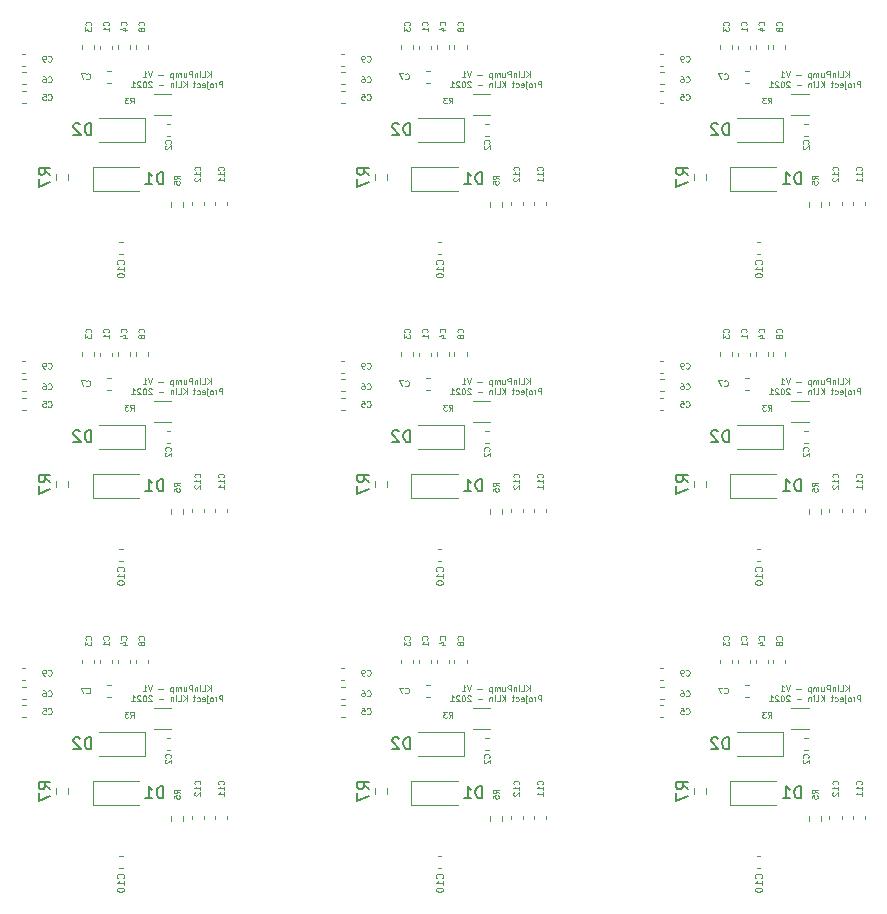
<source format=gbo>
%MOIN*%
%OFA0B0*%
%FSLAX46Y46*%
%IPPOS*%
%LPD*%
%ADD10C,0.0039370078740157488*%
%ADD11C,0.0047244094488188976*%
%ADD12C,0.005905511811023622*%
%ADD23C,0.0039370078740157488*%
%ADD24C,0.0047244094488188976*%
%ADD25C,0.005905511811023622*%
%ADD26C,0.0039370078740157488*%
%ADD27C,0.0047244094488188976*%
%ADD28C,0.005905511811023622*%
%ADD29C,0.0039370078740157488*%
%ADD30C,0.0047244094488188976*%
%ADD31C,0.005905511811023622*%
%ADD32C,0.0039370078740157488*%
%ADD33C,0.0047244094488188976*%
%ADD34C,0.005905511811023622*%
%ADD35C,0.0039370078740157488*%
%ADD36C,0.0047244094488188976*%
%ADD37C,0.005905511811023622*%
%ADD38C,0.0039370078740157488*%
%ADD39C,0.0047244094488188976*%
%ADD40C,0.005905511811023622*%
%ADD41C,0.0039370078740157488*%
%ADD42C,0.0047244094488188976*%
%ADD43C,0.005905511811023622*%
%ADD44C,0.0039370078740157488*%
%ADD45C,0.0047244094488188976*%
%ADD46C,0.005905511811023622*%
G01*
D10*
X0001271934Y0001149559D02*
X0001271934Y0001169244D01*
X0001260686Y0001149559D02*
X0001269122Y0001160808D01*
X0001260686Y0001169244D02*
X0001271934Y0001157995D01*
X0001242875Y0001149559D02*
X0001252249Y0001149559D01*
X0001252249Y0001169244D01*
X0001236314Y0001149559D02*
X0001236314Y0001162682D01*
X0001236314Y0001169244D02*
X0001237251Y0001168307D01*
X0001236314Y0001167369D01*
X0001235376Y0001168307D01*
X0001236314Y0001169244D01*
X0001236314Y0001167369D01*
X0001226940Y0001162682D02*
X0001226940Y0001149559D01*
X0001226940Y0001160808D02*
X0001226002Y0001161745D01*
X0001224128Y0001162682D01*
X0001221316Y0001162682D01*
X0001219441Y0001161745D01*
X0001218503Y0001159870D01*
X0001218503Y0001149559D01*
X0001209130Y0001149559D02*
X0001209130Y0001169244D01*
X0001201631Y0001169244D01*
X0001199756Y0001168307D01*
X0001198818Y0001167369D01*
X0001197881Y0001165494D01*
X0001197881Y0001162682D01*
X0001198818Y0001160808D01*
X0001199756Y0001159870D01*
X0001201631Y0001158933D01*
X0001209130Y0001158933D01*
X0001181008Y0001162682D02*
X0001181008Y0001149559D01*
X0001189445Y0001162682D02*
X0001189445Y0001152371D01*
X0001188507Y0001150496D01*
X0001186632Y0001149559D01*
X0001183820Y0001149559D01*
X0001181945Y0001150496D01*
X0001181008Y0001151434D01*
X0001171634Y0001149559D02*
X0001171634Y0001162682D01*
X0001171634Y0001160808D02*
X0001170697Y0001161745D01*
X0001168822Y0001162682D01*
X0001166010Y0001162682D01*
X0001164135Y0001161745D01*
X0001163198Y0001159870D01*
X0001163198Y0001149559D01*
X0001163198Y0001159870D02*
X0001162260Y0001161745D01*
X0001160386Y0001162682D01*
X0001157574Y0001162682D01*
X0001155699Y0001161745D01*
X0001154761Y0001159870D01*
X0001154761Y0001149559D01*
X0001145388Y0001162682D02*
X0001145388Y0001142997D01*
X0001145388Y0001161745D02*
X0001143513Y0001162682D01*
X0001139763Y0001162682D01*
X0001137888Y0001161745D01*
X0001136951Y0001160808D01*
X0001136014Y0001158933D01*
X0001136014Y0001153308D01*
X0001136951Y0001151434D01*
X0001137888Y0001150496D01*
X0001139763Y0001149559D01*
X0001143513Y0001149559D01*
X0001145388Y0001150496D01*
X0001112579Y0001157058D02*
X0001097581Y0001157058D01*
X0001076021Y0001169244D02*
X0001069460Y0001149559D01*
X0001062898Y0001169244D01*
X0001046025Y0001149559D02*
X0001057274Y0001149559D01*
X0001051649Y0001149559D02*
X0001051649Y0001169244D01*
X0001053524Y0001166432D01*
X0001055399Y0001164557D01*
X0001057274Y0001163620D01*
X0001310367Y0001116094D02*
X0001310367Y0001135779D01*
X0001302868Y0001135779D01*
X0001300993Y0001134842D01*
X0001300056Y0001133905D01*
X0001299118Y0001132030D01*
X0001299118Y0001129218D01*
X0001300056Y0001127343D01*
X0001300993Y0001126406D01*
X0001302868Y0001125468D01*
X0001310367Y0001125468D01*
X0001290682Y0001116094D02*
X0001290682Y0001129218D01*
X0001290682Y0001125468D02*
X0001289745Y0001127343D01*
X0001288807Y0001128280D01*
X0001286932Y0001129218D01*
X0001285058Y0001129218D01*
X0001275684Y0001116094D02*
X0001277559Y0001117032D01*
X0001278496Y0001117969D01*
X0001279433Y0001119844D01*
X0001279433Y0001125468D01*
X0001278496Y0001127343D01*
X0001277559Y0001128280D01*
X0001275684Y0001129218D01*
X0001272872Y0001129218D01*
X0001270997Y0001128280D01*
X0001270059Y0001127343D01*
X0001269122Y0001125468D01*
X0001269122Y0001119844D01*
X0001270059Y0001117969D01*
X0001270997Y0001117032D01*
X0001272872Y0001116094D01*
X0001275684Y0001116094D01*
X0001260686Y0001129218D02*
X0001260686Y0001112345D01*
X0001261623Y0001110470D01*
X0001263498Y0001109533D01*
X0001264435Y0001109533D01*
X0001260686Y0001135779D02*
X0001261623Y0001134842D01*
X0001260686Y0001133905D01*
X0001259748Y0001134842D01*
X0001260686Y0001135779D01*
X0001260686Y0001133905D01*
X0001243813Y0001117032D02*
X0001245688Y0001116094D01*
X0001249437Y0001116094D01*
X0001251312Y0001117032D01*
X0001252249Y0001118907D01*
X0001252249Y0001126406D01*
X0001251312Y0001128280D01*
X0001249437Y0001129218D01*
X0001245688Y0001129218D01*
X0001243813Y0001128280D01*
X0001242875Y0001126406D01*
X0001242875Y0001124531D01*
X0001252249Y0001122656D01*
X0001226002Y0001117032D02*
X0001227877Y0001116094D01*
X0001231627Y0001116094D01*
X0001233502Y0001117032D01*
X0001234439Y0001117969D01*
X0001235376Y0001119844D01*
X0001235376Y0001125468D01*
X0001234439Y0001127343D01*
X0001233502Y0001128280D01*
X0001231627Y0001129218D01*
X0001227877Y0001129218D01*
X0001226002Y0001128280D01*
X0001220378Y0001129218D02*
X0001212879Y0001129218D01*
X0001217566Y0001135779D02*
X0001217566Y0001118907D01*
X0001216629Y0001117032D01*
X0001214754Y0001116094D01*
X0001212879Y0001116094D01*
X0001191319Y0001116094D02*
X0001191319Y0001135779D01*
X0001180071Y0001116094D02*
X0001188507Y0001127343D01*
X0001180071Y0001135779D02*
X0001191319Y0001124531D01*
X0001162260Y0001116094D02*
X0001171634Y0001116094D01*
X0001171634Y0001135779D01*
X0001155699Y0001116094D02*
X0001155699Y0001129218D01*
X0001155699Y0001135779D02*
X0001156636Y0001134842D01*
X0001155699Y0001133905D01*
X0001154761Y0001134842D01*
X0001155699Y0001135779D01*
X0001155699Y0001133905D01*
X0001146325Y0001129218D02*
X0001146325Y0001116094D01*
X0001146325Y0001127343D02*
X0001145388Y0001128280D01*
X0001143513Y0001129218D01*
X0001140701Y0001129218D01*
X0001138826Y0001128280D01*
X0001137888Y0001126406D01*
X0001137888Y0001116094D01*
X0001113517Y0001123593D02*
X0001098518Y0001123593D01*
X0001075084Y0001133905D02*
X0001074146Y0001134842D01*
X0001072272Y0001135779D01*
X0001067585Y0001135779D01*
X0001065710Y0001134842D01*
X0001064773Y0001133905D01*
X0001063835Y0001132030D01*
X0001063835Y0001130155D01*
X0001064773Y0001127343D01*
X0001076021Y0001116094D01*
X0001063835Y0001116094D01*
X0001051649Y0001135779D02*
X0001049775Y0001135779D01*
X0001047900Y0001134842D01*
X0001046962Y0001133905D01*
X0001046025Y0001132030D01*
X0001045088Y0001128280D01*
X0001045088Y0001123593D01*
X0001046025Y0001119844D01*
X0001046962Y0001117969D01*
X0001047900Y0001117032D01*
X0001049775Y0001116094D01*
X0001051649Y0001116094D01*
X0001053524Y0001117032D01*
X0001054461Y0001117969D01*
X0001055399Y0001119844D01*
X0001056336Y0001123593D01*
X0001056336Y0001128280D01*
X0001055399Y0001132030D01*
X0001054461Y0001133905D01*
X0001053524Y0001134842D01*
X0001051649Y0001135779D01*
X0001037589Y0001133905D02*
X0001036651Y0001134842D01*
X0001034776Y0001135779D01*
X0001030089Y0001135779D01*
X0001028215Y0001134842D01*
X0001027277Y0001133905D01*
X0001026340Y0001132030D01*
X0001026340Y0001130155D01*
X0001027277Y0001127343D01*
X0001038526Y0001116094D01*
X0001026340Y0001116094D01*
X0001007592Y0001116094D02*
X0001018841Y0001116094D01*
X0001013217Y0001116094D02*
X0001013217Y0001135779D01*
X0001015091Y0001132967D01*
X0001016966Y0001131092D01*
X0001018841Y0001130155D01*
D11*
X0001138860Y0001094881D02*
X0001081611Y0001094881D01*
X0001138860Y0001023228D02*
X0001081611Y0001023228D01*
X0001021259Y0001244465D02*
X0001021259Y0001255534D01*
X0001061417Y0001244465D02*
X0001061417Y0001255534D01*
X0000961811Y0001244465D02*
X0000961811Y0001255534D01*
X0001001968Y0001244465D02*
X0001001968Y0001255534D01*
X0000943307Y0001243481D02*
X0000943307Y0001254550D01*
X0000903149Y0001243481D02*
X0000903149Y0001254550D01*
X0000884251Y0001244465D02*
X0000884251Y0001255534D01*
X0000844094Y0001244465D02*
X0000844094Y0001255534D01*
X0001124386Y0000994488D02*
X0001135455Y0000994488D01*
X0001124386Y0000954330D02*
X0001135455Y0000954330D01*
X0000643874Y0001064960D02*
X0000654944Y0001064960D01*
X0000643874Y0001105118D02*
X0000654944Y0001105118D01*
X0000644071Y0001165748D02*
X0000655140Y0001165748D01*
X0000644071Y0001125590D02*
X0000655140Y0001125590D01*
X0000938605Y0001171653D02*
X0000927536Y0001171653D01*
X0000938605Y0001131496D02*
X0000927536Y0001131496D01*
X0000642103Y0001187598D02*
X0000653172Y0001187598D01*
X0000642103Y0001227755D02*
X0000653172Y0001227755D01*
X0000977975Y0000600787D02*
X0000966906Y0000600787D01*
X0000977975Y0000560629D02*
X0000966906Y0000560629D01*
X0001287007Y0000722811D02*
X0001287007Y0000733881D01*
X0001327165Y0000722811D02*
X0001327165Y0000733881D01*
X0001248425Y0000733881D02*
X0001248425Y0000722811D01*
X0001208267Y0000733881D02*
X0001208267Y0000722811D01*
X0001180019Y0000734734D02*
X0001180019Y0000716052D01*
X0001138877Y0000734734D02*
X0001138877Y0000716052D01*
X0000877952Y0000771653D02*
X0001031496Y0000771653D01*
X0000877952Y0000850393D02*
X0001031496Y0000850393D01*
X0000877952Y0000771653D02*
X0000877952Y0000850393D01*
X0001053149Y0001013779D02*
X0001053149Y0000935039D01*
X0001053149Y0000935039D02*
X0000899606Y0000935039D01*
X0001053149Y0001013779D02*
X0000899606Y0001013779D01*
X0000755019Y0000826270D02*
X0000755019Y0000807588D01*
X0000796161Y0000826270D02*
X0000796161Y0000807588D01*
D10*
X0001003280Y0001061961D02*
X0001009842Y0001071334D01*
X0001014529Y0001061961D02*
X0001014529Y0001081646D01*
X0001007030Y0001081646D01*
X0001005155Y0001080708D01*
X0001004218Y0001079771D01*
X0001003280Y0001077896D01*
X0001003280Y0001075084D01*
X0001004218Y0001073209D01*
X0001005155Y0001072272D01*
X0001007030Y0001071334D01*
X0001014529Y0001071334D01*
X0000996719Y0001081646D02*
X0000984533Y0001081646D01*
X0000991094Y0001074147D01*
X0000988282Y0001074147D01*
X0000986407Y0001073209D01*
X0000985470Y0001072272D01*
X0000984533Y0001070397D01*
X0000984533Y0001065710D01*
X0000985470Y0001063835D01*
X0000986407Y0001062898D01*
X0000988282Y0001061961D01*
X0000993907Y0001061961D01*
X0000995781Y0001062898D01*
X0000996719Y0001063835D01*
X0001048368Y0001322178D02*
X0001049306Y0001323115D01*
X0001050243Y0001325928D01*
X0001050243Y0001327802D01*
X0001049306Y0001330614D01*
X0001047431Y0001332489D01*
X0001045556Y0001333427D01*
X0001041807Y0001334364D01*
X0001038995Y0001334364D01*
X0001035245Y0001333427D01*
X0001033370Y0001332489D01*
X0001031496Y0001330614D01*
X0001030558Y0001327802D01*
X0001030558Y0001325928D01*
X0001031496Y0001323115D01*
X0001032433Y0001322178D01*
X0001038995Y0001310929D02*
X0001038057Y0001312804D01*
X0001037120Y0001313742D01*
X0001035245Y0001314679D01*
X0001034308Y0001314679D01*
X0001032433Y0001313742D01*
X0001031496Y0001312804D01*
X0001030558Y0001310929D01*
X0001030558Y0001307180D01*
X0001031496Y0001305305D01*
X0001032433Y0001304368D01*
X0001034308Y0001303430D01*
X0001035245Y0001303430D01*
X0001037120Y0001304368D01*
X0001038057Y0001305305D01*
X0001038995Y0001307180D01*
X0001038995Y0001310929D01*
X0001039932Y0001312804D01*
X0001040869Y0001313742D01*
X0001042744Y0001314679D01*
X0001046494Y0001314679D01*
X0001048368Y0001313742D01*
X0001049306Y0001312804D01*
X0001050243Y0001310929D01*
X0001050243Y0001307180D01*
X0001049306Y0001305305D01*
X0001048368Y0001304368D01*
X0001046494Y0001303430D01*
X0001042744Y0001303430D01*
X0001040869Y0001304368D01*
X0001039932Y0001305305D01*
X0001038995Y0001307180D01*
X0000989313Y0001322178D02*
X0000990251Y0001323115D01*
X0000991188Y0001325928D01*
X0000991188Y0001327802D01*
X0000990251Y0001330614D01*
X0000988376Y0001332489D01*
X0000986501Y0001333427D01*
X0000982752Y0001334364D01*
X0000979940Y0001334364D01*
X0000976190Y0001333427D01*
X0000974315Y0001332489D01*
X0000972440Y0001330614D01*
X0000971503Y0001327802D01*
X0000971503Y0001325928D01*
X0000972440Y0001323115D01*
X0000973378Y0001322178D01*
X0000978065Y0001305305D02*
X0000991188Y0001305305D01*
X0000970566Y0001309992D02*
X0000984626Y0001314679D01*
X0000984626Y0001302493D01*
X0000930258Y0001322178D02*
X0000931196Y0001323115D01*
X0000932133Y0001325928D01*
X0000932133Y0001327802D01*
X0000931196Y0001330614D01*
X0000929321Y0001332489D01*
X0000927446Y0001333427D01*
X0000923697Y0001334364D01*
X0000920884Y0001334364D01*
X0000917135Y0001333427D01*
X0000915260Y0001332489D01*
X0000913385Y0001330614D01*
X0000912448Y0001327802D01*
X0000912448Y0001325928D01*
X0000913385Y0001323115D01*
X0000914323Y0001322178D01*
X0000932133Y0001303430D02*
X0000932133Y0001314679D01*
X0000932133Y0001309055D02*
X0000912448Y0001309055D01*
X0000915260Y0001310929D01*
X0000917135Y0001312804D01*
X0000918072Y0001314679D01*
X0000871203Y0001322178D02*
X0000872140Y0001323115D01*
X0000873078Y0001325928D01*
X0000873078Y0001327802D01*
X0000872140Y0001330614D01*
X0000870266Y0001332489D01*
X0000868391Y0001333427D01*
X0000864641Y0001334364D01*
X0000861829Y0001334364D01*
X0000858080Y0001333427D01*
X0000856205Y0001332489D01*
X0000854330Y0001330614D01*
X0000853393Y0001327802D01*
X0000853393Y0001325928D01*
X0000854330Y0001323115D01*
X0000855268Y0001322178D01*
X0000853393Y0001315616D02*
X0000853393Y0001303430D01*
X0000860892Y0001309992D01*
X0000860892Y0001307180D01*
X0000861829Y0001305305D01*
X0000862767Y0001304368D01*
X0000864641Y0001303430D01*
X0000869328Y0001303430D01*
X0000871203Y0001304368D01*
X0000872140Y0001305305D01*
X0000873078Y0001307180D01*
X0000873078Y0001312804D01*
X0000872140Y0001314679D01*
X0000871203Y0001315616D01*
X0001136951Y0000928477D02*
X0001137888Y0000929415D01*
X0001138826Y0000932227D01*
X0001138826Y0000934102D01*
X0001137888Y0000936914D01*
X0001136014Y0000938788D01*
X0001134139Y0000939726D01*
X0001130389Y0000940663D01*
X0001127577Y0000940663D01*
X0001123828Y0000939726D01*
X0001121953Y0000938788D01*
X0001120078Y0000936914D01*
X0001119141Y0000934102D01*
X0001119141Y0000932227D01*
X0001120078Y0000929415D01*
X0001121016Y0000928477D01*
X0001121016Y0000920978D02*
X0001120078Y0000920041D01*
X0001119141Y0000918166D01*
X0001119141Y0000913479D01*
X0001120078Y0000911604D01*
X0001121016Y0000910667D01*
X0001122890Y0000909730D01*
X0001124765Y0000909730D01*
X0001127577Y0000910667D01*
X0001138826Y0000921916D01*
X0001138826Y0000909730D01*
X0000729658Y0001075646D02*
X0000730596Y0001074709D01*
X0000733408Y0001073772D01*
X0000735283Y0001073772D01*
X0000738095Y0001074709D01*
X0000739970Y0001076584D01*
X0000740907Y0001078458D01*
X0000741844Y0001082208D01*
X0000741844Y0001085020D01*
X0000740907Y0001088770D01*
X0000739970Y0001090644D01*
X0000738095Y0001092519D01*
X0000735283Y0001093457D01*
X0000733408Y0001093457D01*
X0000730596Y0001092519D01*
X0000729658Y0001091582D01*
X0000711848Y0001093457D02*
X0000721222Y0001093457D01*
X0000722159Y0001084083D01*
X0000721222Y0001085020D01*
X0000719347Y0001085958D01*
X0000714660Y0001085958D01*
X0000712785Y0001085020D01*
X0000711848Y0001084083D01*
X0000710911Y0001082208D01*
X0000710911Y0001077521D01*
X0000711848Y0001075646D01*
X0000712785Y0001074709D01*
X0000714660Y0001073772D01*
X0000719347Y0001073772D01*
X0000721222Y0001074709D01*
X0000722159Y0001075646D01*
X0000729658Y0001134701D02*
X0000730596Y0001133764D01*
X0000733408Y0001132827D01*
X0000735283Y0001132827D01*
X0000738095Y0001133764D01*
X0000739970Y0001135639D01*
X0000740907Y0001137514D01*
X0000741844Y0001141263D01*
X0000741844Y0001144075D01*
X0000740907Y0001147825D01*
X0000739970Y0001149700D01*
X0000738095Y0001151574D01*
X0000735283Y0001152512D01*
X0000733408Y0001152512D01*
X0000730596Y0001151574D01*
X0000729658Y0001150637D01*
X0000712785Y0001152512D02*
X0000716535Y0001152512D01*
X0000718410Y0001151574D01*
X0000719347Y0001150637D01*
X0000721222Y0001147825D01*
X0000722159Y0001144075D01*
X0000722159Y0001136576D01*
X0000721222Y0001134701D01*
X0000720284Y0001133764D01*
X0000718410Y0001132827D01*
X0000714660Y0001132827D01*
X0000712785Y0001133764D01*
X0000711848Y0001134701D01*
X0000710911Y0001136576D01*
X0000710911Y0001141263D01*
X0000711848Y0001143138D01*
X0000712785Y0001144075D01*
X0000714660Y0001145013D01*
X0000718410Y0001145013D01*
X0000720284Y0001144075D01*
X0000721222Y0001143138D01*
X0000722159Y0001141263D01*
X0000857611Y0001144544D02*
X0000858548Y0001143607D01*
X0000861361Y0001142669D01*
X0000863235Y0001142669D01*
X0000866047Y0001143607D01*
X0000867922Y0001145481D01*
X0000868860Y0001147356D01*
X0000869797Y0001151106D01*
X0000869797Y0001153918D01*
X0000868860Y0001157667D01*
X0000867922Y0001159542D01*
X0000866047Y0001161417D01*
X0000863235Y0001162354D01*
X0000861361Y0001162354D01*
X0000858548Y0001161417D01*
X0000857611Y0001160479D01*
X0000851049Y0001162354D02*
X0000837926Y0001162354D01*
X0000846362Y0001142669D01*
X0000729658Y0001203599D02*
X0000730596Y0001202662D01*
X0000733408Y0001201724D01*
X0000735283Y0001201724D01*
X0000738095Y0001202662D01*
X0000739970Y0001204536D01*
X0000740907Y0001206411D01*
X0000741844Y0001210161D01*
X0000741844Y0001212973D01*
X0000740907Y0001216722D01*
X0000739970Y0001218597D01*
X0000738095Y0001220472D01*
X0000735283Y0001221409D01*
X0000733408Y0001221409D01*
X0000730596Y0001220472D01*
X0000729658Y0001219535D01*
X0000720284Y0001201724D02*
X0000716535Y0001201724D01*
X0000714660Y0001202662D01*
X0000713723Y0001203599D01*
X0000711848Y0001206411D01*
X0000710911Y0001210161D01*
X0000710911Y0001217660D01*
X0000711848Y0001219535D01*
X0000712785Y0001220472D01*
X0000714660Y0001221409D01*
X0000718410Y0001221409D01*
X0000720284Y0001220472D01*
X0000721222Y0001219535D01*
X0000722159Y0001217660D01*
X0000722159Y0001212973D01*
X0000721222Y0001211098D01*
X0000720284Y0001210161D01*
X0000718410Y0001209223D01*
X0000714660Y0001209223D01*
X0000712785Y0001210161D01*
X0000711848Y0001211098D01*
X0000710911Y0001212973D01*
X0000980877Y0000526996D02*
X0000982002Y0000528121D01*
X0000983127Y0000531496D01*
X0000983127Y0000533745D01*
X0000982002Y0000537120D01*
X0000979752Y0000539370D01*
X0000977502Y0000540494D01*
X0000973003Y0000541619D01*
X0000969628Y0000541619D01*
X0000965129Y0000540494D01*
X0000962879Y0000539370D01*
X0000960629Y0000537120D01*
X0000959505Y0000533745D01*
X0000959505Y0000531496D01*
X0000960629Y0000528121D01*
X0000961754Y0000526996D01*
X0000983127Y0000504499D02*
X0000983127Y0000517997D01*
X0000983127Y0000511248D02*
X0000959505Y0000511248D01*
X0000962879Y0000513498D01*
X0000965129Y0000515748D01*
X0000966254Y0000517997D01*
X0000959505Y0000489876D02*
X0000959505Y0000487626D01*
X0000960629Y0000485376D01*
X0000961754Y0000484251D01*
X0000964004Y0000483127D01*
X0000968503Y0000482002D01*
X0000974128Y0000482002D01*
X0000978627Y0000483127D01*
X0000980877Y0000484251D01*
X0000982002Y0000485376D01*
X0000983127Y0000487626D01*
X0000983127Y0000489876D01*
X0000982002Y0000492125D01*
X0000980877Y0000493250D01*
X0000978627Y0000494375D01*
X0000974128Y0000495500D01*
X0000968503Y0000495500D01*
X0000964004Y0000494375D01*
X0000961754Y0000493250D01*
X0000960629Y0000492125D01*
X0000959505Y0000489876D01*
X0001314116Y0000839426D02*
X0001315054Y0000840363D01*
X0001315991Y0000843175D01*
X0001315991Y0000845050D01*
X0001315054Y0000847862D01*
X0001313179Y0000849737D01*
X0001311304Y0000850674D01*
X0001307555Y0000851612D01*
X0001304743Y0000851612D01*
X0001300993Y0000850674D01*
X0001299118Y0000849737D01*
X0001297244Y0000847862D01*
X0001296306Y0000845050D01*
X0001296306Y0000843175D01*
X0001297244Y0000840363D01*
X0001298181Y0000839426D01*
X0001315991Y0000820678D02*
X0001315991Y0000831927D01*
X0001315991Y0000826302D02*
X0001296306Y0000826302D01*
X0001299118Y0000828177D01*
X0001300993Y0000830052D01*
X0001301930Y0000831927D01*
X0001315991Y0000801931D02*
X0001315991Y0000813179D01*
X0001315991Y0000807555D02*
X0001296306Y0000807555D01*
X0001299118Y0000809430D01*
X0001300993Y0000811304D01*
X0001301930Y0000813179D01*
X0001235376Y0000839426D02*
X0001236314Y0000840363D01*
X0001237251Y0000843175D01*
X0001237251Y0000845050D01*
X0001236314Y0000847862D01*
X0001234439Y0000849737D01*
X0001232564Y0000850674D01*
X0001228815Y0000851612D01*
X0001226002Y0000851612D01*
X0001222253Y0000850674D01*
X0001220378Y0000849737D01*
X0001218503Y0000847862D01*
X0001217566Y0000845050D01*
X0001217566Y0000843175D01*
X0001218503Y0000840363D01*
X0001219441Y0000839426D01*
X0001237251Y0000820678D02*
X0001237251Y0000831927D01*
X0001237251Y0000826302D02*
X0001217566Y0000826302D01*
X0001220378Y0000828177D01*
X0001222253Y0000830052D01*
X0001223190Y0000831927D01*
X0001219441Y0000813179D02*
X0001218503Y0000812242D01*
X0001217566Y0000810367D01*
X0001217566Y0000805680D01*
X0001218503Y0000803805D01*
X0001219441Y0000802868D01*
X0001221316Y0000801931D01*
X0001223190Y0000801931D01*
X0001226002Y0000802868D01*
X0001237251Y0000814117D01*
X0001237251Y0000801931D01*
X0001168353Y0000810367D02*
X0001158980Y0000816929D01*
X0001168353Y0000821616D02*
X0001148668Y0000821616D01*
X0001148668Y0000814117D01*
X0001149606Y0000812242D01*
X0001150543Y0000811304D01*
X0001152418Y0000810367D01*
X0001155230Y0000810367D01*
X0001157105Y0000811304D01*
X0001158042Y0000812242D01*
X0001158980Y0000814117D01*
X0001158980Y0000821616D01*
X0001148668Y0000792557D02*
X0001148668Y0000801931D01*
X0001158042Y0000802868D01*
X0001157105Y0000801931D01*
X0001156167Y0000800056D01*
X0001156167Y0000795369D01*
X0001157105Y0000793494D01*
X0001158042Y0000792557D01*
X0001159917Y0000791619D01*
X0001164604Y0000791619D01*
X0001166479Y0000792557D01*
X0001167416Y0000793494D01*
X0001168353Y0000795369D01*
X0001168353Y0000800056D01*
X0001167416Y0000801931D01*
X0001166479Y0000802868D01*
D12*
X0001113704Y0000793213D02*
X0001113704Y0000832583D01*
X0001104330Y0000832583D01*
X0001098706Y0000830708D01*
X0001094956Y0000826959D01*
X0001093082Y0000823209D01*
X0001091207Y0000815710D01*
X0001091207Y0000810086D01*
X0001093082Y0000802587D01*
X0001094956Y0000798837D01*
X0001098706Y0000795088D01*
X0001104330Y0000793213D01*
X0001113704Y0000793213D01*
X0001053712Y0000793213D02*
X0001076209Y0000793213D01*
X0001064960Y0000793213D02*
X0001064960Y0000832583D01*
X0001068710Y0000826959D01*
X0001072459Y0000823209D01*
X0001076209Y0000821334D01*
X0000873547Y0000956599D02*
X0000873547Y0000995969D01*
X0000864173Y0000995969D01*
X0000858548Y0000994094D01*
X0000854799Y0000990344D01*
X0000852924Y0000986595D01*
X0000851049Y0000979096D01*
X0000851049Y0000973472D01*
X0000852924Y0000965973D01*
X0000854799Y0000962223D01*
X0000858548Y0000958473D01*
X0000864173Y0000956599D01*
X0000873547Y0000956599D01*
X0000836051Y0000992219D02*
X0000834176Y0000994094D01*
X0000830427Y0000995969D01*
X0000821053Y0000995969D01*
X0000817304Y0000994094D01*
X0000815429Y0000992219D01*
X0000813554Y0000988470D01*
X0000813554Y0000984720D01*
X0000815429Y0000979096D01*
X0000837926Y0000956599D01*
X0000813554Y0000956599D01*
X0000737101Y0000823490D02*
X0000718353Y0000836614D01*
X0000737101Y0000845988D02*
X0000697731Y0000845988D01*
X0000697731Y0000830989D01*
X0000699606Y0000827240D01*
X0000701481Y0000825365D01*
X0000705230Y0000823490D01*
X0000710854Y0000823490D01*
X0000714604Y0000825365D01*
X0000716479Y0000827240D01*
X0000718353Y0000830989D01*
X0000718353Y0000845988D01*
X0000697731Y0000810367D02*
X0000697731Y0000784120D01*
X0000737101Y0000800993D01*
G04 next file*
G04 Gerber Fmt 4.6, Leading zero omitted, Abs format (unit mm)*
G04 Created by KiCad (PCBNEW (5.1.8)-1) date 2020-11-23 23:28:54*
G01*
G04 APERTURE LIST*
G04 APERTURE END LIST*
D23*
X0002334926Y0001149559D02*
X0002334926Y0001169244D01*
X0002323678Y0001149559D02*
X0002332114Y0001160808D01*
X0002323678Y0001169244D02*
X0002334926Y0001157995D01*
X0002305867Y0001149559D02*
X0002315241Y0001149559D01*
X0002315241Y0001169244D01*
X0002299306Y0001149559D02*
X0002299306Y0001162682D01*
X0002299306Y0001169244D02*
X0002300243Y0001168307D01*
X0002299306Y0001167369D01*
X0002298368Y0001168307D01*
X0002299306Y0001169244D01*
X0002299306Y0001167369D01*
X0002289932Y0001162682D02*
X0002289932Y0001149559D01*
X0002289932Y0001160808D02*
X0002288995Y0001161745D01*
X0002287120Y0001162682D01*
X0002284308Y0001162682D01*
X0002282433Y0001161745D01*
X0002281496Y0001159870D01*
X0002281496Y0001149559D01*
X0002272122Y0001149559D02*
X0002272122Y0001169244D01*
X0002264623Y0001169244D01*
X0002262748Y0001168307D01*
X0002261811Y0001167369D01*
X0002260873Y0001165494D01*
X0002260873Y0001162682D01*
X0002261811Y0001160808D01*
X0002262748Y0001159870D01*
X0002264623Y0001158933D01*
X0002272122Y0001158933D01*
X0002244000Y0001162682D02*
X0002244000Y0001149559D01*
X0002252437Y0001162682D02*
X0002252437Y0001152371D01*
X0002251499Y0001150496D01*
X0002249625Y0001149559D01*
X0002246812Y0001149559D01*
X0002244938Y0001150496D01*
X0002244000Y0001151434D01*
X0002234626Y0001149559D02*
X0002234626Y0001162682D01*
X0002234626Y0001160808D02*
X0002233689Y0001161745D01*
X0002231814Y0001162682D01*
X0002229002Y0001162682D01*
X0002227127Y0001161745D01*
X0002226190Y0001159870D01*
X0002226190Y0001149559D01*
X0002226190Y0001159870D02*
X0002225253Y0001161745D01*
X0002223378Y0001162682D01*
X0002220566Y0001162682D01*
X0002218691Y0001161745D01*
X0002217754Y0001159870D01*
X0002217754Y0001149559D01*
X0002208380Y0001162682D02*
X0002208380Y0001142997D01*
X0002208380Y0001161745D02*
X0002206505Y0001162682D01*
X0002202755Y0001162682D01*
X0002200881Y0001161745D01*
X0002199943Y0001160808D01*
X0002199006Y0001158933D01*
X0002199006Y0001153308D01*
X0002199943Y0001151434D01*
X0002200881Y0001150496D01*
X0002202755Y0001149559D01*
X0002206505Y0001149559D01*
X0002208380Y0001150496D01*
X0002175571Y0001157058D02*
X0002160573Y0001157058D01*
X0002139013Y0001169244D02*
X0002132452Y0001149559D01*
X0002125890Y0001169244D01*
X0002109017Y0001149559D02*
X0002120266Y0001149559D01*
X0002114641Y0001149559D02*
X0002114641Y0001169244D01*
X0002116516Y0001166432D01*
X0002118391Y0001164557D01*
X0002120266Y0001163620D01*
X0002373359Y0001116094D02*
X0002373359Y0001135779D01*
X0002365860Y0001135779D01*
X0002363985Y0001134842D01*
X0002363048Y0001133905D01*
X0002362110Y0001132030D01*
X0002362110Y0001129218D01*
X0002363048Y0001127343D01*
X0002363985Y0001126406D01*
X0002365860Y0001125468D01*
X0002373359Y0001125468D01*
X0002353674Y0001116094D02*
X0002353674Y0001129218D01*
X0002353674Y0001125468D02*
X0002352737Y0001127343D01*
X0002351799Y0001128280D01*
X0002349925Y0001129218D01*
X0002348050Y0001129218D01*
X0002338676Y0001116094D02*
X0002340551Y0001117032D01*
X0002341488Y0001117969D01*
X0002342425Y0001119844D01*
X0002342425Y0001125468D01*
X0002341488Y0001127343D01*
X0002340551Y0001128280D01*
X0002338676Y0001129218D01*
X0002335864Y0001129218D01*
X0002333989Y0001128280D01*
X0002333052Y0001127343D01*
X0002332114Y0001125468D01*
X0002332114Y0001119844D01*
X0002333052Y0001117969D01*
X0002333989Y0001117032D01*
X0002335864Y0001116094D01*
X0002338676Y0001116094D01*
X0002323678Y0001129218D02*
X0002323678Y0001112345D01*
X0002324615Y0001110470D01*
X0002326490Y0001109533D01*
X0002327427Y0001109533D01*
X0002323678Y0001135779D02*
X0002324615Y0001134842D01*
X0002323678Y0001133905D01*
X0002322740Y0001134842D01*
X0002323678Y0001135779D01*
X0002323678Y0001133905D01*
X0002306805Y0001117032D02*
X0002308680Y0001116094D01*
X0002312429Y0001116094D01*
X0002314304Y0001117032D01*
X0002315241Y0001118907D01*
X0002315241Y0001126406D01*
X0002314304Y0001128280D01*
X0002312429Y0001129218D01*
X0002308680Y0001129218D01*
X0002306805Y0001128280D01*
X0002305867Y0001126406D01*
X0002305867Y0001124531D01*
X0002315241Y0001122656D01*
X0002288995Y0001117032D02*
X0002290869Y0001116094D01*
X0002294619Y0001116094D01*
X0002296494Y0001117032D01*
X0002297431Y0001117969D01*
X0002298368Y0001119844D01*
X0002298368Y0001125468D01*
X0002297431Y0001127343D01*
X0002296494Y0001128280D01*
X0002294619Y0001129218D01*
X0002290869Y0001129218D01*
X0002288995Y0001128280D01*
X0002283370Y0001129218D02*
X0002275871Y0001129218D01*
X0002280558Y0001135779D02*
X0002280558Y0001118907D01*
X0002279621Y0001117032D01*
X0002277746Y0001116094D01*
X0002275871Y0001116094D01*
X0002254311Y0001116094D02*
X0002254311Y0001135779D01*
X0002243063Y0001116094D02*
X0002251499Y0001127343D01*
X0002243063Y0001135779D02*
X0002254311Y0001124531D01*
X0002225253Y0001116094D02*
X0002234626Y0001116094D01*
X0002234626Y0001135779D01*
X0002218691Y0001116094D02*
X0002218691Y0001129218D01*
X0002218691Y0001135779D02*
X0002219628Y0001134842D01*
X0002218691Y0001133905D01*
X0002217754Y0001134842D01*
X0002218691Y0001135779D01*
X0002218691Y0001133905D01*
X0002209317Y0001129218D02*
X0002209317Y0001116094D01*
X0002209317Y0001127343D02*
X0002208380Y0001128280D01*
X0002206505Y0001129218D01*
X0002203693Y0001129218D01*
X0002201818Y0001128280D01*
X0002200881Y0001126406D01*
X0002200881Y0001116094D01*
X0002176509Y0001123593D02*
X0002161511Y0001123593D01*
X0002138076Y0001133905D02*
X0002137139Y0001134842D01*
X0002135264Y0001135779D01*
X0002130577Y0001135779D01*
X0002128702Y0001134842D01*
X0002127765Y0001133905D01*
X0002126827Y0001132030D01*
X0002126827Y0001130155D01*
X0002127765Y0001127343D01*
X0002139013Y0001116094D01*
X0002126827Y0001116094D01*
X0002114641Y0001135779D02*
X0002112767Y0001135779D01*
X0002110892Y0001134842D01*
X0002109955Y0001133905D01*
X0002109017Y0001132030D01*
X0002108080Y0001128280D01*
X0002108080Y0001123593D01*
X0002109017Y0001119844D01*
X0002109955Y0001117969D01*
X0002110892Y0001117032D01*
X0002112767Y0001116094D01*
X0002114641Y0001116094D01*
X0002116516Y0001117032D01*
X0002117454Y0001117969D01*
X0002118391Y0001119844D01*
X0002119328Y0001123593D01*
X0002119328Y0001128280D01*
X0002118391Y0001132030D01*
X0002117454Y0001133905D01*
X0002116516Y0001134842D01*
X0002114641Y0001135779D01*
X0002100581Y0001133905D02*
X0002099643Y0001134842D01*
X0002097769Y0001135779D01*
X0002093082Y0001135779D01*
X0002091207Y0001134842D01*
X0002090269Y0001133905D01*
X0002089332Y0001132030D01*
X0002089332Y0001130155D01*
X0002090269Y0001127343D01*
X0002101518Y0001116094D01*
X0002089332Y0001116094D01*
X0002070584Y0001116094D02*
X0002081833Y0001116094D01*
X0002076209Y0001116094D02*
X0002076209Y0001135779D01*
X0002078083Y0001132967D01*
X0002079958Y0001131092D01*
X0002081833Y0001130155D01*
D24*
X0002201852Y0001094881D02*
X0002144603Y0001094881D01*
X0002201852Y0001023228D02*
X0002144603Y0001023228D01*
X0002084251Y0001244465D02*
X0002084251Y0001255534D01*
X0002124409Y0001244465D02*
X0002124409Y0001255534D01*
X0002024803Y0001244465D02*
X0002024803Y0001255534D01*
X0002064960Y0001244465D02*
X0002064960Y0001255534D01*
X0002006299Y0001243481D02*
X0002006299Y0001254550D01*
X0001966141Y0001243481D02*
X0001966141Y0001254550D01*
X0001947244Y0001244465D02*
X0001947244Y0001255534D01*
X0001907086Y0001244465D02*
X0001907086Y0001255534D01*
X0002187378Y0000994488D02*
X0002198448Y0000994488D01*
X0002187378Y0000954330D02*
X0002198448Y0000954330D01*
X0001706866Y0001064960D02*
X0001717936Y0001064960D01*
X0001706866Y0001105118D02*
X0001717936Y0001105118D01*
X0001707063Y0001165748D02*
X0001718133Y0001165748D01*
X0001707063Y0001125590D02*
X0001718133Y0001125590D01*
X0002001597Y0001171653D02*
X0001990528Y0001171653D01*
X0002001597Y0001131496D02*
X0001990528Y0001131496D01*
X0001705095Y0001187598D02*
X0001716164Y0001187598D01*
X0001705095Y0001227755D02*
X0001716164Y0001227755D01*
X0002040967Y0000600787D02*
X0002029898Y0000600787D01*
X0002040967Y0000560629D02*
X0002029898Y0000560629D01*
X0002350000Y0000722811D02*
X0002350000Y0000733881D01*
X0002390157Y0000722811D02*
X0002390157Y0000733881D01*
X0002311417Y0000733881D02*
X0002311417Y0000722811D01*
X0002271259Y0000733881D02*
X0002271259Y0000722811D01*
X0002243011Y0000734734D02*
X0002243011Y0000716052D01*
X0002201870Y0000734734D02*
X0002201870Y0000716052D01*
X0001940944Y0000771653D02*
X0002094488Y0000771653D01*
X0001940944Y0000850393D02*
X0002094488Y0000850393D01*
X0001940944Y0000771653D02*
X0001940944Y0000850393D01*
X0002116141Y0001013779D02*
X0002116141Y0000935039D01*
X0002116141Y0000935039D02*
X0001962598Y0000935039D01*
X0002116141Y0001013779D02*
X0001962598Y0001013779D01*
X0001818011Y0000826270D02*
X0001818011Y0000807588D01*
X0001859153Y0000826270D02*
X0001859153Y0000807588D01*
D23*
X0002066272Y0001061961D02*
X0002072834Y0001071334D01*
X0002077521Y0001061961D02*
X0002077521Y0001081646D01*
X0002070022Y0001081646D01*
X0002068147Y0001080708D01*
X0002067210Y0001079771D01*
X0002066272Y0001077896D01*
X0002066272Y0001075084D01*
X0002067210Y0001073209D01*
X0002068147Y0001072272D01*
X0002070022Y0001071334D01*
X0002077521Y0001071334D01*
X0002059711Y0001081646D02*
X0002047525Y0001081646D01*
X0002054086Y0001074147D01*
X0002051274Y0001074147D01*
X0002049400Y0001073209D01*
X0002048462Y0001072272D01*
X0002047525Y0001070397D01*
X0002047525Y0001065710D01*
X0002048462Y0001063835D01*
X0002049400Y0001062898D01*
X0002051274Y0001061961D01*
X0002056899Y0001061961D01*
X0002058773Y0001062898D01*
X0002059711Y0001063835D01*
X0002111361Y0001322178D02*
X0002112298Y0001323115D01*
X0002113235Y0001325928D01*
X0002113235Y0001327802D01*
X0002112298Y0001330614D01*
X0002110423Y0001332489D01*
X0002108548Y0001333427D01*
X0002104799Y0001334364D01*
X0002101987Y0001334364D01*
X0002098237Y0001333427D01*
X0002096362Y0001332489D01*
X0002094488Y0001330614D01*
X0002093550Y0001327802D01*
X0002093550Y0001325928D01*
X0002094488Y0001323115D01*
X0002095425Y0001322178D01*
X0002101987Y0001310929D02*
X0002101049Y0001312804D01*
X0002100112Y0001313742D01*
X0002098237Y0001314679D01*
X0002097300Y0001314679D01*
X0002095425Y0001313742D01*
X0002094488Y0001312804D01*
X0002093550Y0001310929D01*
X0002093550Y0001307180D01*
X0002094488Y0001305305D01*
X0002095425Y0001304368D01*
X0002097300Y0001303430D01*
X0002098237Y0001303430D01*
X0002100112Y0001304368D01*
X0002101049Y0001305305D01*
X0002101987Y0001307180D01*
X0002101987Y0001310929D01*
X0002102924Y0001312804D01*
X0002103862Y0001313742D01*
X0002105736Y0001314679D01*
X0002109486Y0001314679D01*
X0002111361Y0001313742D01*
X0002112298Y0001312804D01*
X0002113235Y0001310929D01*
X0002113235Y0001307180D01*
X0002112298Y0001305305D01*
X0002111361Y0001304368D01*
X0002109486Y0001303430D01*
X0002105736Y0001303430D01*
X0002103862Y0001304368D01*
X0002102924Y0001305305D01*
X0002101987Y0001307180D01*
X0002052305Y0001322178D02*
X0002053243Y0001323115D01*
X0002054180Y0001325928D01*
X0002054180Y0001327802D01*
X0002053243Y0001330614D01*
X0002051368Y0001332489D01*
X0002049493Y0001333427D01*
X0002045744Y0001334364D01*
X0002042932Y0001334364D01*
X0002039182Y0001333427D01*
X0002037307Y0001332489D01*
X0002035433Y0001330614D01*
X0002034495Y0001327802D01*
X0002034495Y0001325928D01*
X0002035433Y0001323115D01*
X0002036370Y0001322178D01*
X0002041057Y0001305305D02*
X0002054180Y0001305305D01*
X0002033558Y0001309992D02*
X0002047619Y0001314679D01*
X0002047619Y0001302493D01*
X0001993250Y0001322178D02*
X0001994188Y0001323115D01*
X0001995125Y0001325928D01*
X0001995125Y0001327802D01*
X0001994188Y0001330614D01*
X0001992313Y0001332489D01*
X0001990438Y0001333427D01*
X0001986689Y0001334364D01*
X0001983877Y0001334364D01*
X0001980127Y0001333427D01*
X0001978252Y0001332489D01*
X0001976377Y0001330614D01*
X0001975440Y0001327802D01*
X0001975440Y0001325928D01*
X0001976377Y0001323115D01*
X0001977315Y0001322178D01*
X0001995125Y0001303430D02*
X0001995125Y0001314679D01*
X0001995125Y0001309055D02*
X0001975440Y0001309055D01*
X0001978252Y0001310929D01*
X0001980127Y0001312804D01*
X0001981064Y0001314679D01*
X0001934195Y0001322178D02*
X0001935133Y0001323115D01*
X0001936070Y0001325928D01*
X0001936070Y0001327802D01*
X0001935133Y0001330614D01*
X0001933258Y0001332489D01*
X0001931383Y0001333427D01*
X0001927634Y0001334364D01*
X0001924821Y0001334364D01*
X0001921072Y0001333427D01*
X0001919197Y0001332489D01*
X0001917322Y0001330614D01*
X0001916385Y0001327802D01*
X0001916385Y0001325928D01*
X0001917322Y0001323115D01*
X0001918260Y0001322178D01*
X0001916385Y0001315616D02*
X0001916385Y0001303430D01*
X0001923884Y0001309992D01*
X0001923884Y0001307180D01*
X0001924821Y0001305305D01*
X0001925759Y0001304368D01*
X0001927634Y0001303430D01*
X0001932320Y0001303430D01*
X0001934195Y0001304368D01*
X0001935133Y0001305305D01*
X0001936070Y0001307180D01*
X0001936070Y0001312804D01*
X0001935133Y0001314679D01*
X0001934195Y0001315616D01*
X0002199943Y0000928477D02*
X0002200881Y0000929415D01*
X0002201818Y0000932227D01*
X0002201818Y0000934102D01*
X0002200881Y0000936914D01*
X0002199006Y0000938788D01*
X0002197131Y0000939726D01*
X0002193382Y0000940663D01*
X0002190569Y0000940663D01*
X0002186820Y0000939726D01*
X0002184945Y0000938788D01*
X0002183070Y0000936914D01*
X0002182133Y0000934102D01*
X0002182133Y0000932227D01*
X0002183070Y0000929415D01*
X0002184008Y0000928477D01*
X0002184008Y0000920978D02*
X0002183070Y0000920041D01*
X0002182133Y0000918166D01*
X0002182133Y0000913479D01*
X0002183070Y0000911604D01*
X0002184008Y0000910667D01*
X0002185882Y0000909730D01*
X0002187757Y0000909730D01*
X0002190569Y0000910667D01*
X0002201818Y0000921916D01*
X0002201818Y0000909730D01*
X0001792650Y0001075646D02*
X0001793588Y0001074709D01*
X0001796400Y0001073772D01*
X0001798275Y0001073772D01*
X0001801087Y0001074709D01*
X0001802962Y0001076584D01*
X0001803899Y0001078458D01*
X0001804836Y0001082208D01*
X0001804836Y0001085020D01*
X0001803899Y0001088770D01*
X0001802962Y0001090644D01*
X0001801087Y0001092519D01*
X0001798275Y0001093457D01*
X0001796400Y0001093457D01*
X0001793588Y0001092519D01*
X0001792650Y0001091582D01*
X0001774840Y0001093457D02*
X0001784214Y0001093457D01*
X0001785151Y0001084083D01*
X0001784214Y0001085020D01*
X0001782339Y0001085958D01*
X0001777652Y0001085958D01*
X0001775777Y0001085020D01*
X0001774840Y0001084083D01*
X0001773903Y0001082208D01*
X0001773903Y0001077521D01*
X0001774840Y0001075646D01*
X0001775777Y0001074709D01*
X0001777652Y0001073772D01*
X0001782339Y0001073772D01*
X0001784214Y0001074709D01*
X0001785151Y0001075646D01*
X0001792650Y0001134701D02*
X0001793588Y0001133764D01*
X0001796400Y0001132827D01*
X0001798275Y0001132827D01*
X0001801087Y0001133764D01*
X0001802962Y0001135639D01*
X0001803899Y0001137514D01*
X0001804836Y0001141263D01*
X0001804836Y0001144075D01*
X0001803899Y0001147825D01*
X0001802962Y0001149700D01*
X0001801087Y0001151574D01*
X0001798275Y0001152512D01*
X0001796400Y0001152512D01*
X0001793588Y0001151574D01*
X0001792650Y0001150637D01*
X0001775777Y0001152512D02*
X0001779527Y0001152512D01*
X0001781402Y0001151574D01*
X0001782339Y0001150637D01*
X0001784214Y0001147825D01*
X0001785151Y0001144075D01*
X0001785151Y0001136576D01*
X0001784214Y0001134701D01*
X0001783277Y0001133764D01*
X0001781402Y0001132827D01*
X0001777652Y0001132827D01*
X0001775777Y0001133764D01*
X0001774840Y0001134701D01*
X0001773903Y0001136576D01*
X0001773903Y0001141263D01*
X0001774840Y0001143138D01*
X0001775777Y0001144075D01*
X0001777652Y0001145013D01*
X0001781402Y0001145013D01*
X0001783277Y0001144075D01*
X0001784214Y0001143138D01*
X0001785151Y0001141263D01*
X0001920603Y0001144544D02*
X0001921541Y0001143607D01*
X0001924353Y0001142669D01*
X0001926227Y0001142669D01*
X0001929040Y0001143607D01*
X0001930914Y0001145481D01*
X0001931852Y0001147356D01*
X0001932789Y0001151106D01*
X0001932789Y0001153918D01*
X0001931852Y0001157667D01*
X0001930914Y0001159542D01*
X0001929040Y0001161417D01*
X0001926227Y0001162354D01*
X0001924353Y0001162354D01*
X0001921541Y0001161417D01*
X0001920603Y0001160479D01*
X0001914041Y0001162354D02*
X0001900918Y0001162354D01*
X0001909355Y0001142669D01*
X0001792650Y0001203599D02*
X0001793588Y0001202662D01*
X0001796400Y0001201724D01*
X0001798275Y0001201724D01*
X0001801087Y0001202662D01*
X0001802962Y0001204536D01*
X0001803899Y0001206411D01*
X0001804836Y0001210161D01*
X0001804836Y0001212973D01*
X0001803899Y0001216722D01*
X0001802962Y0001218597D01*
X0001801087Y0001220472D01*
X0001798275Y0001221409D01*
X0001796400Y0001221409D01*
X0001793588Y0001220472D01*
X0001792650Y0001219535D01*
X0001783277Y0001201724D02*
X0001779527Y0001201724D01*
X0001777652Y0001202662D01*
X0001776715Y0001203599D01*
X0001774840Y0001206411D01*
X0001773903Y0001210161D01*
X0001773903Y0001217660D01*
X0001774840Y0001219535D01*
X0001775777Y0001220472D01*
X0001777652Y0001221409D01*
X0001781402Y0001221409D01*
X0001783277Y0001220472D01*
X0001784214Y0001219535D01*
X0001785151Y0001217660D01*
X0001785151Y0001212973D01*
X0001784214Y0001211098D01*
X0001783277Y0001210161D01*
X0001781402Y0001209223D01*
X0001777652Y0001209223D01*
X0001775777Y0001210161D01*
X0001774840Y0001211098D01*
X0001773903Y0001212973D01*
X0002043869Y0000526996D02*
X0002044994Y0000528121D01*
X0002046119Y0000531496D01*
X0002046119Y0000533745D01*
X0002044994Y0000537120D01*
X0002042744Y0000539370D01*
X0002040494Y0000540494D01*
X0002035995Y0000541619D01*
X0002032620Y0000541619D01*
X0002028121Y0000540494D01*
X0002025871Y0000539370D01*
X0002023622Y0000537120D01*
X0002022497Y0000533745D01*
X0002022497Y0000531496D01*
X0002023622Y0000528121D01*
X0002024746Y0000526996D01*
X0002046119Y0000504499D02*
X0002046119Y0000517997D01*
X0002046119Y0000511248D02*
X0002022497Y0000511248D01*
X0002025871Y0000513498D01*
X0002028121Y0000515748D01*
X0002029246Y0000517997D01*
X0002022497Y0000489876D02*
X0002022497Y0000487626D01*
X0002023622Y0000485376D01*
X0002024746Y0000484251D01*
X0002026996Y0000483127D01*
X0002031496Y0000482002D01*
X0002037120Y0000482002D01*
X0002041619Y0000483127D01*
X0002043869Y0000484251D01*
X0002044994Y0000485376D01*
X0002046119Y0000487626D01*
X0002046119Y0000489876D01*
X0002044994Y0000492125D01*
X0002043869Y0000493250D01*
X0002041619Y0000494375D01*
X0002037120Y0000495500D01*
X0002031496Y0000495500D01*
X0002026996Y0000494375D01*
X0002024746Y0000493250D01*
X0002023622Y0000492125D01*
X0002022497Y0000489876D01*
X0002377109Y0000839426D02*
X0002378046Y0000840363D01*
X0002378983Y0000843175D01*
X0002378983Y0000845050D01*
X0002378046Y0000847862D01*
X0002376171Y0000849737D01*
X0002374296Y0000850674D01*
X0002370547Y0000851612D01*
X0002367735Y0000851612D01*
X0002363985Y0000850674D01*
X0002362110Y0000849737D01*
X0002360236Y0000847862D01*
X0002359298Y0000845050D01*
X0002359298Y0000843175D01*
X0002360236Y0000840363D01*
X0002361173Y0000839426D01*
X0002378983Y0000820678D02*
X0002378983Y0000831927D01*
X0002378983Y0000826302D02*
X0002359298Y0000826302D01*
X0002362110Y0000828177D01*
X0002363985Y0000830052D01*
X0002364923Y0000831927D01*
X0002378983Y0000801931D02*
X0002378983Y0000813179D01*
X0002378983Y0000807555D02*
X0002359298Y0000807555D01*
X0002362110Y0000809430D01*
X0002363985Y0000811304D01*
X0002364923Y0000813179D01*
X0002298368Y0000839426D02*
X0002299306Y0000840363D01*
X0002300243Y0000843175D01*
X0002300243Y0000845050D01*
X0002299306Y0000847862D01*
X0002297431Y0000849737D01*
X0002295556Y0000850674D01*
X0002291807Y0000851612D01*
X0002288995Y0000851612D01*
X0002285245Y0000850674D01*
X0002283370Y0000849737D01*
X0002281496Y0000847862D01*
X0002280558Y0000845050D01*
X0002280558Y0000843175D01*
X0002281496Y0000840363D01*
X0002282433Y0000839426D01*
X0002300243Y0000820678D02*
X0002300243Y0000831927D01*
X0002300243Y0000826302D02*
X0002280558Y0000826302D01*
X0002283370Y0000828177D01*
X0002285245Y0000830052D01*
X0002286182Y0000831927D01*
X0002282433Y0000813179D02*
X0002281496Y0000812242D01*
X0002280558Y0000810367D01*
X0002280558Y0000805680D01*
X0002281496Y0000803805D01*
X0002282433Y0000802868D01*
X0002284308Y0000801931D01*
X0002286182Y0000801931D01*
X0002288995Y0000802868D01*
X0002300243Y0000814117D01*
X0002300243Y0000801931D01*
X0002231346Y0000810367D02*
X0002221972Y0000816929D01*
X0002231346Y0000821616D02*
X0002211661Y0000821616D01*
X0002211661Y0000814117D01*
X0002212598Y0000812242D01*
X0002213535Y0000811304D01*
X0002215410Y0000810367D01*
X0002218222Y0000810367D01*
X0002220097Y0000811304D01*
X0002221034Y0000812242D01*
X0002221972Y0000814117D01*
X0002221972Y0000821616D01*
X0002211661Y0000792557D02*
X0002211661Y0000801931D01*
X0002221034Y0000802868D01*
X0002220097Y0000801931D01*
X0002219160Y0000800056D01*
X0002219160Y0000795369D01*
X0002220097Y0000793494D01*
X0002221034Y0000792557D01*
X0002222909Y0000791619D01*
X0002227596Y0000791619D01*
X0002229471Y0000792557D01*
X0002230408Y0000793494D01*
X0002231346Y0000795369D01*
X0002231346Y0000800056D01*
X0002230408Y0000801931D01*
X0002229471Y0000802868D01*
D25*
X0002176696Y0000793213D02*
X0002176696Y0000832583D01*
X0002167322Y0000832583D01*
X0002161698Y0000830708D01*
X0002157948Y0000826959D01*
X0002156074Y0000823209D01*
X0002154199Y0000815710D01*
X0002154199Y0000810086D01*
X0002156074Y0000802587D01*
X0002157948Y0000798837D01*
X0002161698Y0000795088D01*
X0002167322Y0000793213D01*
X0002176696Y0000793213D01*
X0002116704Y0000793213D02*
X0002139201Y0000793213D01*
X0002127952Y0000793213D02*
X0002127952Y0000832583D01*
X0002131702Y0000826959D01*
X0002135451Y0000823209D01*
X0002139201Y0000821334D01*
X0001936539Y0000956599D02*
X0001936539Y0000995969D01*
X0001927165Y0000995969D01*
X0001921541Y0000994094D01*
X0001917791Y0000990344D01*
X0001915916Y0000986595D01*
X0001914041Y0000979096D01*
X0001914041Y0000973472D01*
X0001915916Y0000965973D01*
X0001917791Y0000962223D01*
X0001921541Y0000958473D01*
X0001927165Y0000956599D01*
X0001936539Y0000956599D01*
X0001899043Y0000992219D02*
X0001897169Y0000994094D01*
X0001893419Y0000995969D01*
X0001884045Y0000995969D01*
X0001880296Y0000994094D01*
X0001878421Y0000992219D01*
X0001876546Y0000988470D01*
X0001876546Y0000984720D01*
X0001878421Y0000979096D01*
X0001900918Y0000956599D01*
X0001876546Y0000956599D01*
X0001800093Y0000823490D02*
X0001781346Y0000836614D01*
X0001800093Y0000845988D02*
X0001760723Y0000845988D01*
X0001760723Y0000830989D01*
X0001762598Y0000827240D01*
X0001764473Y0000825365D01*
X0001768222Y0000823490D01*
X0001773847Y0000823490D01*
X0001777596Y0000825365D01*
X0001779471Y0000827240D01*
X0001781346Y0000830989D01*
X0001781346Y0000845988D01*
X0001760723Y0000810367D02*
X0001760723Y0000784120D01*
X0001800093Y0000800993D01*
G04 next file*
G04 Gerber Fmt 4.6, Leading zero omitted, Abs format (unit mm)*
G04 Created by KiCad (PCBNEW (5.1.8)-1) date 2020-11-23 23:28:54*
G01*
G04 APERTURE LIST*
G04 APERTURE END LIST*
D26*
X0003397918Y0001149559D02*
X0003397918Y0001169244D01*
X0003386670Y0001149559D02*
X0003395106Y0001160808D01*
X0003386670Y0001169244D02*
X0003397918Y0001157995D01*
X0003368860Y0001149559D02*
X0003378233Y0001149559D01*
X0003378233Y0001169244D01*
X0003362298Y0001149559D02*
X0003362298Y0001162682D01*
X0003362298Y0001169244D02*
X0003363235Y0001168307D01*
X0003362298Y0001167369D01*
X0003361361Y0001168307D01*
X0003362298Y0001169244D01*
X0003362298Y0001167369D01*
X0003352924Y0001162682D02*
X0003352924Y0001149559D01*
X0003352924Y0001160808D02*
X0003351987Y0001161745D01*
X0003350112Y0001162682D01*
X0003347300Y0001162682D01*
X0003345425Y0001161745D01*
X0003344488Y0001159870D01*
X0003344488Y0001149559D01*
X0003335114Y0001149559D02*
X0003335114Y0001169244D01*
X0003327615Y0001169244D01*
X0003325740Y0001168307D01*
X0003324803Y0001167369D01*
X0003323865Y0001165494D01*
X0003323865Y0001162682D01*
X0003324803Y0001160808D01*
X0003325740Y0001159870D01*
X0003327615Y0001158933D01*
X0003335114Y0001158933D01*
X0003306992Y0001162682D02*
X0003306992Y0001149559D01*
X0003315429Y0001162682D02*
X0003315429Y0001152371D01*
X0003314491Y0001150496D01*
X0003312617Y0001149559D01*
X0003309805Y0001149559D01*
X0003307930Y0001150496D01*
X0003306992Y0001151434D01*
X0003297619Y0001149559D02*
X0003297619Y0001162682D01*
X0003297619Y0001160808D02*
X0003296681Y0001161745D01*
X0003294806Y0001162682D01*
X0003291994Y0001162682D01*
X0003290119Y0001161745D01*
X0003289182Y0001159870D01*
X0003289182Y0001149559D01*
X0003289182Y0001159870D02*
X0003288245Y0001161745D01*
X0003286370Y0001162682D01*
X0003283558Y0001162682D01*
X0003281683Y0001161745D01*
X0003280746Y0001159870D01*
X0003280746Y0001149559D01*
X0003271372Y0001162682D02*
X0003271372Y0001142997D01*
X0003271372Y0001161745D02*
X0003269497Y0001162682D01*
X0003265748Y0001162682D01*
X0003263873Y0001161745D01*
X0003262935Y0001160808D01*
X0003261998Y0001158933D01*
X0003261998Y0001153308D01*
X0003262935Y0001151434D01*
X0003263873Y0001150496D01*
X0003265748Y0001149559D01*
X0003269497Y0001149559D01*
X0003271372Y0001150496D01*
X0003238563Y0001157058D02*
X0003223565Y0001157058D01*
X0003202005Y0001169244D02*
X0003195444Y0001149559D01*
X0003188882Y0001169244D01*
X0003172009Y0001149559D02*
X0003183258Y0001149559D01*
X0003177634Y0001149559D02*
X0003177634Y0001169244D01*
X0003179508Y0001166432D01*
X0003181383Y0001164557D01*
X0003183258Y0001163620D01*
X0003436351Y0001116094D02*
X0003436351Y0001135779D01*
X0003428852Y0001135779D01*
X0003426977Y0001134842D01*
X0003426040Y0001133905D01*
X0003425103Y0001132030D01*
X0003425103Y0001129218D01*
X0003426040Y0001127343D01*
X0003426977Y0001126406D01*
X0003428852Y0001125468D01*
X0003436351Y0001125468D01*
X0003416666Y0001116094D02*
X0003416666Y0001129218D01*
X0003416666Y0001125468D02*
X0003415729Y0001127343D01*
X0003414791Y0001128280D01*
X0003412917Y0001129218D01*
X0003411042Y0001129218D01*
X0003401668Y0001116094D02*
X0003403543Y0001117032D01*
X0003404480Y0001117969D01*
X0003405418Y0001119844D01*
X0003405418Y0001125468D01*
X0003404480Y0001127343D01*
X0003403543Y0001128280D01*
X0003401668Y0001129218D01*
X0003398856Y0001129218D01*
X0003396981Y0001128280D01*
X0003396044Y0001127343D01*
X0003395106Y0001125468D01*
X0003395106Y0001119844D01*
X0003396044Y0001117969D01*
X0003396981Y0001117032D01*
X0003398856Y0001116094D01*
X0003401668Y0001116094D01*
X0003386670Y0001129218D02*
X0003386670Y0001112345D01*
X0003387607Y0001110470D01*
X0003389482Y0001109533D01*
X0003390419Y0001109533D01*
X0003386670Y0001135779D02*
X0003387607Y0001134842D01*
X0003386670Y0001133905D01*
X0003385733Y0001134842D01*
X0003386670Y0001135779D01*
X0003386670Y0001133905D01*
X0003369797Y0001117032D02*
X0003371672Y0001116094D01*
X0003375421Y0001116094D01*
X0003377296Y0001117032D01*
X0003378233Y0001118907D01*
X0003378233Y0001126406D01*
X0003377296Y0001128280D01*
X0003375421Y0001129218D01*
X0003371672Y0001129218D01*
X0003369797Y0001128280D01*
X0003368860Y0001126406D01*
X0003368860Y0001124531D01*
X0003378233Y0001122656D01*
X0003351987Y0001117032D02*
X0003353862Y0001116094D01*
X0003357611Y0001116094D01*
X0003359486Y0001117032D01*
X0003360423Y0001117969D01*
X0003361361Y0001119844D01*
X0003361361Y0001125468D01*
X0003360423Y0001127343D01*
X0003359486Y0001128280D01*
X0003357611Y0001129218D01*
X0003353862Y0001129218D01*
X0003351987Y0001128280D01*
X0003346362Y0001129218D02*
X0003338863Y0001129218D01*
X0003343550Y0001135779D02*
X0003343550Y0001118907D01*
X0003342613Y0001117032D01*
X0003340738Y0001116094D01*
X0003338863Y0001116094D01*
X0003317304Y0001116094D02*
X0003317304Y0001135779D01*
X0003306055Y0001116094D02*
X0003314491Y0001127343D01*
X0003306055Y0001135779D02*
X0003317304Y0001124531D01*
X0003288245Y0001116094D02*
X0003297619Y0001116094D01*
X0003297619Y0001135779D01*
X0003281683Y0001116094D02*
X0003281683Y0001129218D01*
X0003281683Y0001135779D02*
X0003282620Y0001134842D01*
X0003281683Y0001133905D01*
X0003280746Y0001134842D01*
X0003281683Y0001135779D01*
X0003281683Y0001133905D01*
X0003272309Y0001129218D02*
X0003272309Y0001116094D01*
X0003272309Y0001127343D02*
X0003271372Y0001128280D01*
X0003269497Y0001129218D01*
X0003266685Y0001129218D01*
X0003264810Y0001128280D01*
X0003263873Y0001126406D01*
X0003263873Y0001116094D01*
X0003239501Y0001123593D02*
X0003224503Y0001123593D01*
X0003201068Y0001133905D02*
X0003200131Y0001134842D01*
X0003198256Y0001135779D01*
X0003193569Y0001135779D01*
X0003191694Y0001134842D01*
X0003190757Y0001133905D01*
X0003189820Y0001132030D01*
X0003189820Y0001130155D01*
X0003190757Y0001127343D01*
X0003202005Y0001116094D01*
X0003189820Y0001116094D01*
X0003177634Y0001135779D02*
X0003175759Y0001135779D01*
X0003173884Y0001134842D01*
X0003172947Y0001133905D01*
X0003172009Y0001132030D01*
X0003171072Y0001128280D01*
X0003171072Y0001123593D01*
X0003172009Y0001119844D01*
X0003172947Y0001117969D01*
X0003173884Y0001117032D01*
X0003175759Y0001116094D01*
X0003177634Y0001116094D01*
X0003179508Y0001117032D01*
X0003180446Y0001117969D01*
X0003181383Y0001119844D01*
X0003182320Y0001123593D01*
X0003182320Y0001128280D01*
X0003181383Y0001132030D01*
X0003180446Y0001133905D01*
X0003179508Y0001134842D01*
X0003177634Y0001135779D01*
X0003163573Y0001133905D02*
X0003162635Y0001134842D01*
X0003160761Y0001135779D01*
X0003156074Y0001135779D01*
X0003154199Y0001134842D01*
X0003153262Y0001133905D01*
X0003152324Y0001132030D01*
X0003152324Y0001130155D01*
X0003153262Y0001127343D01*
X0003164510Y0001116094D01*
X0003152324Y0001116094D01*
X0003133577Y0001116094D02*
X0003144825Y0001116094D01*
X0003139201Y0001116094D02*
X0003139201Y0001135779D01*
X0003141076Y0001132967D01*
X0003142950Y0001131092D01*
X0003144825Y0001130155D01*
D27*
X0003264845Y0001094881D02*
X0003207595Y0001094881D01*
X0003264845Y0001023228D02*
X0003207595Y0001023228D01*
X0003147244Y0001244465D02*
X0003147244Y0001255534D01*
X0003187401Y0001244465D02*
X0003187401Y0001255534D01*
X0003087795Y0001244465D02*
X0003087795Y0001255534D01*
X0003127952Y0001244465D02*
X0003127952Y0001255534D01*
X0003069291Y0001243481D02*
X0003069291Y0001254550D01*
X0003029133Y0001243481D02*
X0003029133Y0001254550D01*
X0003010236Y0001244465D02*
X0003010236Y0001255534D01*
X0002970078Y0001244465D02*
X0002970078Y0001255534D01*
X0003250370Y0000994488D02*
X0003261440Y0000994488D01*
X0003250370Y0000954330D02*
X0003261440Y0000954330D01*
X0002769859Y0001064960D02*
X0002780928Y0001064960D01*
X0002769859Y0001105118D02*
X0002780928Y0001105118D01*
X0002770055Y0001165748D02*
X0002781125Y0001165748D01*
X0002770055Y0001125590D02*
X0002781125Y0001125590D01*
X0003064589Y0001171653D02*
X0003053520Y0001171653D01*
X0003064589Y0001131496D02*
X0003053520Y0001131496D01*
X0002768087Y0001187598D02*
X0002779156Y0001187598D01*
X0002768087Y0001227755D02*
X0002779156Y0001227755D01*
X0003103959Y0000600787D02*
X0003092890Y0000600787D01*
X0003103959Y0000560629D02*
X0003092890Y0000560629D01*
X0003412992Y0000722811D02*
X0003412992Y0000733881D01*
X0003453149Y0000722811D02*
X0003453149Y0000733881D01*
X0003374409Y0000733881D02*
X0003374409Y0000722811D01*
X0003334251Y0000733881D02*
X0003334251Y0000722811D01*
X0003306003Y0000734734D02*
X0003306003Y0000716052D01*
X0003264862Y0000734734D02*
X0003264862Y0000716052D01*
X0003003937Y0000771653D02*
X0003157480Y0000771653D01*
X0003003937Y0000850393D02*
X0003157480Y0000850393D01*
X0003003937Y0000771653D02*
X0003003937Y0000850393D01*
X0003179133Y0001013779D02*
X0003179133Y0000935039D01*
X0003179133Y0000935039D02*
X0003025590Y0000935039D01*
X0003179133Y0001013779D02*
X0003025590Y0001013779D01*
X0002881003Y0000826270D02*
X0002881003Y0000807588D01*
X0002922145Y0000826270D02*
X0002922145Y0000807588D01*
D26*
X0003129265Y0001061961D02*
X0003135826Y0001071334D01*
X0003140513Y0001061961D02*
X0003140513Y0001081646D01*
X0003133014Y0001081646D01*
X0003131139Y0001080708D01*
X0003130202Y0001079771D01*
X0003129265Y0001077896D01*
X0003129265Y0001075084D01*
X0003130202Y0001073209D01*
X0003131139Y0001072272D01*
X0003133014Y0001071334D01*
X0003140513Y0001071334D01*
X0003122703Y0001081646D02*
X0003110517Y0001081646D01*
X0003117079Y0001074147D01*
X0003114266Y0001074147D01*
X0003112392Y0001073209D01*
X0003111454Y0001072272D01*
X0003110517Y0001070397D01*
X0003110517Y0001065710D01*
X0003111454Y0001063835D01*
X0003112392Y0001062898D01*
X0003114266Y0001061961D01*
X0003119891Y0001061961D01*
X0003121766Y0001062898D01*
X0003122703Y0001063835D01*
X0003174353Y0001322178D02*
X0003175290Y0001323115D01*
X0003176227Y0001325928D01*
X0003176227Y0001327802D01*
X0003175290Y0001330614D01*
X0003173415Y0001332489D01*
X0003171541Y0001333427D01*
X0003167791Y0001334364D01*
X0003164979Y0001334364D01*
X0003161229Y0001333427D01*
X0003159355Y0001332489D01*
X0003157480Y0001330614D01*
X0003156542Y0001327802D01*
X0003156542Y0001325928D01*
X0003157480Y0001323115D01*
X0003158417Y0001322178D01*
X0003164979Y0001310929D02*
X0003164041Y0001312804D01*
X0003163104Y0001313742D01*
X0003161229Y0001314679D01*
X0003160292Y0001314679D01*
X0003158417Y0001313742D01*
X0003157480Y0001312804D01*
X0003156542Y0001310929D01*
X0003156542Y0001307180D01*
X0003157480Y0001305305D01*
X0003158417Y0001304368D01*
X0003160292Y0001303430D01*
X0003161229Y0001303430D01*
X0003163104Y0001304368D01*
X0003164041Y0001305305D01*
X0003164979Y0001307180D01*
X0003164979Y0001310929D01*
X0003165916Y0001312804D01*
X0003166854Y0001313742D01*
X0003168728Y0001314679D01*
X0003172478Y0001314679D01*
X0003174353Y0001313742D01*
X0003175290Y0001312804D01*
X0003176227Y0001310929D01*
X0003176227Y0001307180D01*
X0003175290Y0001305305D01*
X0003174353Y0001304368D01*
X0003172478Y0001303430D01*
X0003168728Y0001303430D01*
X0003166854Y0001304368D01*
X0003165916Y0001305305D01*
X0003164979Y0001307180D01*
X0003115298Y0001322178D02*
X0003116235Y0001323115D01*
X0003117172Y0001325928D01*
X0003117172Y0001327802D01*
X0003116235Y0001330614D01*
X0003114360Y0001332489D01*
X0003112485Y0001333427D01*
X0003108736Y0001334364D01*
X0003105924Y0001334364D01*
X0003102174Y0001333427D01*
X0003100299Y0001332489D01*
X0003098425Y0001330614D01*
X0003097487Y0001327802D01*
X0003097487Y0001325928D01*
X0003098425Y0001323115D01*
X0003099362Y0001322178D01*
X0003104049Y0001305305D02*
X0003117172Y0001305305D01*
X0003096550Y0001309992D02*
X0003110611Y0001314679D01*
X0003110611Y0001302493D01*
X0003056242Y0001322178D02*
X0003057180Y0001323115D01*
X0003058117Y0001325928D01*
X0003058117Y0001327802D01*
X0003057180Y0001330614D01*
X0003055305Y0001332489D01*
X0003053430Y0001333427D01*
X0003049681Y0001334364D01*
X0003046869Y0001334364D01*
X0003043119Y0001333427D01*
X0003041244Y0001332489D01*
X0003039370Y0001330614D01*
X0003038432Y0001327802D01*
X0003038432Y0001325928D01*
X0003039370Y0001323115D01*
X0003040307Y0001322178D01*
X0003058117Y0001303430D02*
X0003058117Y0001314679D01*
X0003058117Y0001309055D02*
X0003038432Y0001309055D01*
X0003041244Y0001310929D01*
X0003043119Y0001312804D01*
X0003044056Y0001314679D01*
X0002997187Y0001322178D02*
X0002998125Y0001323115D01*
X0002999062Y0001325928D01*
X0002999062Y0001327802D01*
X0002998125Y0001330614D01*
X0002996250Y0001332489D01*
X0002994375Y0001333427D01*
X0002990626Y0001334364D01*
X0002987814Y0001334364D01*
X0002984064Y0001333427D01*
X0002982189Y0001332489D01*
X0002980314Y0001330614D01*
X0002979377Y0001327802D01*
X0002979377Y0001325928D01*
X0002980314Y0001323115D01*
X0002981252Y0001322178D01*
X0002979377Y0001315616D02*
X0002979377Y0001303430D01*
X0002986876Y0001309992D01*
X0002986876Y0001307180D01*
X0002987814Y0001305305D01*
X0002988751Y0001304368D01*
X0002990626Y0001303430D01*
X0002995313Y0001303430D01*
X0002997187Y0001304368D01*
X0002998125Y0001305305D01*
X0002999062Y0001307180D01*
X0002999062Y0001312804D01*
X0002998125Y0001314679D01*
X0002997187Y0001315616D01*
X0003262935Y0000928477D02*
X0003263873Y0000929415D01*
X0003264810Y0000932227D01*
X0003264810Y0000934102D01*
X0003263873Y0000936914D01*
X0003261998Y0000938788D01*
X0003260123Y0000939726D01*
X0003256374Y0000940663D01*
X0003253562Y0000940663D01*
X0003249812Y0000939726D01*
X0003247937Y0000938788D01*
X0003246062Y0000936914D01*
X0003245125Y0000934102D01*
X0003245125Y0000932227D01*
X0003246062Y0000929415D01*
X0003247000Y0000928477D01*
X0003247000Y0000920978D02*
X0003246062Y0000920041D01*
X0003245125Y0000918166D01*
X0003245125Y0000913479D01*
X0003246062Y0000911604D01*
X0003247000Y0000910667D01*
X0003248875Y0000909730D01*
X0003250749Y0000909730D01*
X0003253562Y0000910667D01*
X0003264810Y0000921916D01*
X0003264810Y0000909730D01*
X0002855643Y0001075646D02*
X0002856580Y0001074709D01*
X0002859392Y0001073772D01*
X0002861267Y0001073772D01*
X0002864079Y0001074709D01*
X0002865954Y0001076584D01*
X0002866891Y0001078458D01*
X0002867829Y0001082208D01*
X0002867829Y0001085020D01*
X0002866891Y0001088770D01*
X0002865954Y0001090644D01*
X0002864079Y0001092519D01*
X0002861267Y0001093457D01*
X0002859392Y0001093457D01*
X0002856580Y0001092519D01*
X0002855643Y0001091582D01*
X0002837832Y0001093457D02*
X0002847206Y0001093457D01*
X0002848143Y0001084083D01*
X0002847206Y0001085020D01*
X0002845331Y0001085958D01*
X0002840644Y0001085958D01*
X0002838770Y0001085020D01*
X0002837832Y0001084083D01*
X0002836895Y0001082208D01*
X0002836895Y0001077521D01*
X0002837832Y0001075646D01*
X0002838770Y0001074709D01*
X0002840644Y0001073772D01*
X0002845331Y0001073772D01*
X0002847206Y0001074709D01*
X0002848143Y0001075646D01*
X0002855643Y0001134701D02*
X0002856580Y0001133764D01*
X0002859392Y0001132827D01*
X0002861267Y0001132827D01*
X0002864079Y0001133764D01*
X0002865954Y0001135639D01*
X0002866891Y0001137514D01*
X0002867829Y0001141263D01*
X0002867829Y0001144075D01*
X0002866891Y0001147825D01*
X0002865954Y0001149700D01*
X0002864079Y0001151574D01*
X0002861267Y0001152512D01*
X0002859392Y0001152512D01*
X0002856580Y0001151574D01*
X0002855643Y0001150637D01*
X0002838770Y0001152512D02*
X0002842519Y0001152512D01*
X0002844394Y0001151574D01*
X0002845331Y0001150637D01*
X0002847206Y0001147825D01*
X0002848143Y0001144075D01*
X0002848143Y0001136576D01*
X0002847206Y0001134701D01*
X0002846269Y0001133764D01*
X0002844394Y0001132827D01*
X0002840644Y0001132827D01*
X0002838770Y0001133764D01*
X0002837832Y0001134701D01*
X0002836895Y0001136576D01*
X0002836895Y0001141263D01*
X0002837832Y0001143138D01*
X0002838770Y0001144075D01*
X0002840644Y0001145013D01*
X0002844394Y0001145013D01*
X0002846269Y0001144075D01*
X0002847206Y0001143138D01*
X0002848143Y0001141263D01*
X0002983595Y0001144544D02*
X0002984533Y0001143607D01*
X0002987345Y0001142669D01*
X0002989220Y0001142669D01*
X0002992032Y0001143607D01*
X0002993907Y0001145481D01*
X0002994844Y0001147356D01*
X0002995781Y0001151106D01*
X0002995781Y0001153918D01*
X0002994844Y0001157667D01*
X0002993907Y0001159542D01*
X0002992032Y0001161417D01*
X0002989220Y0001162354D01*
X0002987345Y0001162354D01*
X0002984533Y0001161417D01*
X0002983595Y0001160479D01*
X0002977034Y0001162354D02*
X0002963910Y0001162354D01*
X0002972347Y0001142669D01*
X0002855643Y0001203599D02*
X0002856580Y0001202662D01*
X0002859392Y0001201724D01*
X0002861267Y0001201724D01*
X0002864079Y0001202662D01*
X0002865954Y0001204536D01*
X0002866891Y0001206411D01*
X0002867829Y0001210161D01*
X0002867829Y0001212973D01*
X0002866891Y0001216722D01*
X0002865954Y0001218597D01*
X0002864079Y0001220472D01*
X0002861267Y0001221409D01*
X0002859392Y0001221409D01*
X0002856580Y0001220472D01*
X0002855643Y0001219535D01*
X0002846269Y0001201724D02*
X0002842519Y0001201724D01*
X0002840644Y0001202662D01*
X0002839707Y0001203599D01*
X0002837832Y0001206411D01*
X0002836895Y0001210161D01*
X0002836895Y0001217660D01*
X0002837832Y0001219535D01*
X0002838770Y0001220472D01*
X0002840644Y0001221409D01*
X0002844394Y0001221409D01*
X0002846269Y0001220472D01*
X0002847206Y0001219535D01*
X0002848143Y0001217660D01*
X0002848143Y0001212973D01*
X0002847206Y0001211098D01*
X0002846269Y0001210161D01*
X0002844394Y0001209223D01*
X0002840644Y0001209223D01*
X0002838770Y0001210161D01*
X0002837832Y0001211098D01*
X0002836895Y0001212973D01*
X0003106861Y0000526996D02*
X0003107986Y0000528121D01*
X0003109111Y0000531496D01*
X0003109111Y0000533745D01*
X0003107986Y0000537120D01*
X0003105736Y0000539370D01*
X0003103487Y0000540494D01*
X0003098987Y0000541619D01*
X0003095613Y0000541619D01*
X0003091113Y0000540494D01*
X0003088863Y0000539370D01*
X0003086614Y0000537120D01*
X0003085489Y0000533745D01*
X0003085489Y0000531496D01*
X0003086614Y0000528121D01*
X0003087739Y0000526996D01*
X0003109111Y0000504499D02*
X0003109111Y0000517997D01*
X0003109111Y0000511248D02*
X0003085489Y0000511248D01*
X0003088863Y0000513498D01*
X0003091113Y0000515748D01*
X0003092238Y0000517997D01*
X0003085489Y0000489876D02*
X0003085489Y0000487626D01*
X0003086614Y0000485376D01*
X0003087739Y0000484251D01*
X0003089988Y0000483127D01*
X0003094488Y0000482002D01*
X0003100112Y0000482002D01*
X0003104611Y0000483127D01*
X0003106861Y0000484251D01*
X0003107986Y0000485376D01*
X0003109111Y0000487626D01*
X0003109111Y0000489876D01*
X0003107986Y0000492125D01*
X0003106861Y0000493250D01*
X0003104611Y0000494375D01*
X0003100112Y0000495500D01*
X0003094488Y0000495500D01*
X0003089988Y0000494375D01*
X0003087739Y0000493250D01*
X0003086614Y0000492125D01*
X0003085489Y0000489876D01*
X0003440101Y0000839426D02*
X0003441038Y0000840363D01*
X0003441975Y0000843175D01*
X0003441975Y0000845050D01*
X0003441038Y0000847862D01*
X0003439163Y0000849737D01*
X0003437289Y0000850674D01*
X0003433539Y0000851612D01*
X0003430727Y0000851612D01*
X0003426977Y0000850674D01*
X0003425103Y0000849737D01*
X0003423228Y0000847862D01*
X0003422290Y0000845050D01*
X0003422290Y0000843175D01*
X0003423228Y0000840363D01*
X0003424165Y0000839426D01*
X0003441975Y0000820678D02*
X0003441975Y0000831927D01*
X0003441975Y0000826302D02*
X0003422290Y0000826302D01*
X0003425103Y0000828177D01*
X0003426977Y0000830052D01*
X0003427915Y0000831927D01*
X0003441975Y0000801931D02*
X0003441975Y0000813179D01*
X0003441975Y0000807555D02*
X0003422290Y0000807555D01*
X0003425103Y0000809430D01*
X0003426977Y0000811304D01*
X0003427915Y0000813179D01*
X0003361361Y0000839426D02*
X0003362298Y0000840363D01*
X0003363235Y0000843175D01*
X0003363235Y0000845050D01*
X0003362298Y0000847862D01*
X0003360423Y0000849737D01*
X0003358548Y0000850674D01*
X0003354799Y0000851612D01*
X0003351987Y0000851612D01*
X0003348237Y0000850674D01*
X0003346362Y0000849737D01*
X0003344488Y0000847862D01*
X0003343550Y0000845050D01*
X0003343550Y0000843175D01*
X0003344488Y0000840363D01*
X0003345425Y0000839426D01*
X0003363235Y0000820678D02*
X0003363235Y0000831927D01*
X0003363235Y0000826302D02*
X0003343550Y0000826302D01*
X0003346362Y0000828177D01*
X0003348237Y0000830052D01*
X0003349175Y0000831927D01*
X0003345425Y0000813179D02*
X0003344488Y0000812242D01*
X0003343550Y0000810367D01*
X0003343550Y0000805680D01*
X0003344488Y0000803805D01*
X0003345425Y0000802868D01*
X0003347300Y0000801931D01*
X0003349175Y0000801931D01*
X0003351987Y0000802868D01*
X0003363235Y0000814117D01*
X0003363235Y0000801931D01*
X0003294338Y0000810367D02*
X0003284964Y0000816929D01*
X0003294338Y0000821616D02*
X0003274653Y0000821616D01*
X0003274653Y0000814117D01*
X0003275590Y0000812242D01*
X0003276527Y0000811304D01*
X0003278402Y0000810367D01*
X0003281214Y0000810367D01*
X0003283089Y0000811304D01*
X0003284026Y0000812242D01*
X0003284964Y0000814117D01*
X0003284964Y0000821616D01*
X0003274653Y0000792557D02*
X0003274653Y0000801931D01*
X0003284026Y0000802868D01*
X0003283089Y0000801931D01*
X0003282152Y0000800056D01*
X0003282152Y0000795369D01*
X0003283089Y0000793494D01*
X0003284026Y0000792557D01*
X0003285901Y0000791619D01*
X0003290588Y0000791619D01*
X0003292463Y0000792557D01*
X0003293400Y0000793494D01*
X0003294338Y0000795369D01*
X0003294338Y0000800056D01*
X0003293400Y0000801931D01*
X0003292463Y0000802868D01*
D28*
X0003239688Y0000793213D02*
X0003239688Y0000832583D01*
X0003230314Y0000832583D01*
X0003224690Y0000830708D01*
X0003220941Y0000826959D01*
X0003219066Y0000823209D01*
X0003217191Y0000815710D01*
X0003217191Y0000810086D01*
X0003219066Y0000802587D01*
X0003220941Y0000798837D01*
X0003224690Y0000795088D01*
X0003230314Y0000793213D01*
X0003239688Y0000793213D01*
X0003179696Y0000793213D02*
X0003202193Y0000793213D01*
X0003190944Y0000793213D02*
X0003190944Y0000832583D01*
X0003194694Y0000826959D01*
X0003198443Y0000823209D01*
X0003202193Y0000821334D01*
X0002999531Y0000956599D02*
X0002999531Y0000995969D01*
X0002990157Y0000995969D01*
X0002984533Y0000994094D01*
X0002980783Y0000990344D01*
X0002978908Y0000986595D01*
X0002977034Y0000979096D01*
X0002977034Y0000973472D01*
X0002978908Y0000965973D01*
X0002980783Y0000962223D01*
X0002984533Y0000958473D01*
X0002990157Y0000956599D01*
X0002999531Y0000956599D01*
X0002962035Y0000992219D02*
X0002960161Y0000994094D01*
X0002956411Y0000995969D01*
X0002947037Y0000995969D01*
X0002943288Y0000994094D01*
X0002941413Y0000992219D01*
X0002939538Y0000988470D01*
X0002939538Y0000984720D01*
X0002941413Y0000979096D01*
X0002963910Y0000956599D01*
X0002939538Y0000956599D01*
X0002863085Y0000823490D02*
X0002844338Y0000836614D01*
X0002863085Y0000845988D02*
X0002823715Y0000845988D01*
X0002823715Y0000830989D01*
X0002825590Y0000827240D01*
X0002827465Y0000825365D01*
X0002831214Y0000823490D01*
X0002836839Y0000823490D01*
X0002840588Y0000825365D01*
X0002842463Y0000827240D01*
X0002844338Y0000830989D01*
X0002844338Y0000845988D01*
X0002823715Y0000810367D02*
X0002823715Y0000784120D01*
X0002863085Y0000800993D01*
G04 next file*
G04 Gerber Fmt 4.6, Leading zero omitted, Abs format (unit mm)*
G04 Created by KiCad (PCBNEW (5.1.8)-1) date 2020-11-23 23:28:54*
G01*
G04 APERTURE LIST*
G04 APERTURE END LIST*
D29*
X0001271934Y0002173181D02*
X0001271934Y0002192866D01*
X0001260686Y0002173181D02*
X0001269122Y0002184430D01*
X0001260686Y0002192866D02*
X0001271934Y0002181617D01*
X0001242875Y0002173181D02*
X0001252249Y0002173181D01*
X0001252249Y0002192866D01*
X0001236314Y0002173181D02*
X0001236314Y0002186304D01*
X0001236314Y0002192866D02*
X0001237251Y0002191929D01*
X0001236314Y0002190991D01*
X0001235376Y0002191929D01*
X0001236314Y0002192866D01*
X0001236314Y0002190991D01*
X0001226940Y0002186304D02*
X0001226940Y0002173181D01*
X0001226940Y0002184430D02*
X0001226002Y0002185367D01*
X0001224128Y0002186304D01*
X0001221316Y0002186304D01*
X0001219441Y0002185367D01*
X0001218503Y0002183492D01*
X0001218503Y0002173181D01*
X0001209130Y0002173181D02*
X0001209130Y0002192866D01*
X0001201631Y0002192866D01*
X0001199756Y0002191929D01*
X0001198818Y0002190991D01*
X0001197881Y0002189117D01*
X0001197881Y0002186304D01*
X0001198818Y0002184430D01*
X0001199756Y0002183492D01*
X0001201631Y0002182555D01*
X0001209130Y0002182555D01*
X0001181008Y0002186304D02*
X0001181008Y0002173181D01*
X0001189445Y0002186304D02*
X0001189445Y0002175993D01*
X0001188507Y0002174118D01*
X0001186632Y0002173181D01*
X0001183820Y0002173181D01*
X0001181945Y0002174118D01*
X0001181008Y0002175056D01*
X0001171634Y0002173181D02*
X0001171634Y0002186304D01*
X0001171634Y0002184430D02*
X0001170697Y0002185367D01*
X0001168822Y0002186304D01*
X0001166010Y0002186304D01*
X0001164135Y0002185367D01*
X0001163198Y0002183492D01*
X0001163198Y0002173181D01*
X0001163198Y0002183492D02*
X0001162260Y0002185367D01*
X0001160386Y0002186304D01*
X0001157574Y0002186304D01*
X0001155699Y0002185367D01*
X0001154761Y0002183492D01*
X0001154761Y0002173181D01*
X0001145388Y0002186304D02*
X0001145388Y0002166619D01*
X0001145388Y0002185367D02*
X0001143513Y0002186304D01*
X0001139763Y0002186304D01*
X0001137888Y0002185367D01*
X0001136951Y0002184430D01*
X0001136014Y0002182555D01*
X0001136014Y0002176931D01*
X0001136951Y0002175056D01*
X0001137888Y0002174118D01*
X0001139763Y0002173181D01*
X0001143513Y0002173181D01*
X0001145388Y0002174118D01*
X0001112579Y0002180680D02*
X0001097581Y0002180680D01*
X0001076021Y0002192866D02*
X0001069460Y0002173181D01*
X0001062898Y0002192866D01*
X0001046025Y0002173181D02*
X0001057274Y0002173181D01*
X0001051649Y0002173181D02*
X0001051649Y0002192866D01*
X0001053524Y0002190054D01*
X0001055399Y0002188179D01*
X0001057274Y0002187242D01*
X0001310367Y0002139716D02*
X0001310367Y0002159401D01*
X0001302868Y0002159401D01*
X0001300993Y0002158464D01*
X0001300056Y0002157527D01*
X0001299118Y0002155652D01*
X0001299118Y0002152840D01*
X0001300056Y0002150965D01*
X0001300993Y0002150028D01*
X0001302868Y0002149090D01*
X0001310367Y0002149090D01*
X0001290682Y0002139716D02*
X0001290682Y0002152840D01*
X0001290682Y0002149090D02*
X0001289745Y0002150965D01*
X0001288807Y0002151902D01*
X0001286932Y0002152840D01*
X0001285058Y0002152840D01*
X0001275684Y0002139716D02*
X0001277559Y0002140654D01*
X0001278496Y0002141591D01*
X0001279433Y0002143466D01*
X0001279433Y0002149090D01*
X0001278496Y0002150965D01*
X0001277559Y0002151902D01*
X0001275684Y0002152840D01*
X0001272872Y0002152840D01*
X0001270997Y0002151902D01*
X0001270059Y0002150965D01*
X0001269122Y0002149090D01*
X0001269122Y0002143466D01*
X0001270059Y0002141591D01*
X0001270997Y0002140654D01*
X0001272872Y0002139716D01*
X0001275684Y0002139716D01*
X0001260686Y0002152840D02*
X0001260686Y0002135967D01*
X0001261623Y0002134092D01*
X0001263498Y0002133155D01*
X0001264435Y0002133155D01*
X0001260686Y0002159401D02*
X0001261623Y0002158464D01*
X0001260686Y0002157527D01*
X0001259748Y0002158464D01*
X0001260686Y0002159401D01*
X0001260686Y0002157527D01*
X0001243813Y0002140654D02*
X0001245688Y0002139716D01*
X0001249437Y0002139716D01*
X0001251312Y0002140654D01*
X0001252249Y0002142529D01*
X0001252249Y0002150028D01*
X0001251312Y0002151902D01*
X0001249437Y0002152840D01*
X0001245688Y0002152840D01*
X0001243813Y0002151902D01*
X0001242875Y0002150028D01*
X0001242875Y0002148153D01*
X0001252249Y0002146278D01*
X0001226002Y0002140654D02*
X0001227877Y0002139716D01*
X0001231627Y0002139716D01*
X0001233502Y0002140654D01*
X0001234439Y0002141591D01*
X0001235376Y0002143466D01*
X0001235376Y0002149090D01*
X0001234439Y0002150965D01*
X0001233502Y0002151902D01*
X0001231627Y0002152840D01*
X0001227877Y0002152840D01*
X0001226002Y0002151902D01*
X0001220378Y0002152840D02*
X0001212879Y0002152840D01*
X0001217566Y0002159401D02*
X0001217566Y0002142529D01*
X0001216629Y0002140654D01*
X0001214754Y0002139716D01*
X0001212879Y0002139716D01*
X0001191319Y0002139716D02*
X0001191319Y0002159401D01*
X0001180071Y0002139716D02*
X0001188507Y0002150965D01*
X0001180071Y0002159401D02*
X0001191319Y0002148153D01*
X0001162260Y0002139716D02*
X0001171634Y0002139716D01*
X0001171634Y0002159401D01*
X0001155699Y0002139716D02*
X0001155699Y0002152840D01*
X0001155699Y0002159401D02*
X0001156636Y0002158464D01*
X0001155699Y0002157527D01*
X0001154761Y0002158464D01*
X0001155699Y0002159401D01*
X0001155699Y0002157527D01*
X0001146325Y0002152840D02*
X0001146325Y0002139716D01*
X0001146325Y0002150965D02*
X0001145388Y0002151902D01*
X0001143513Y0002152840D01*
X0001140701Y0002152840D01*
X0001138826Y0002151902D01*
X0001137888Y0002150028D01*
X0001137888Y0002139716D01*
X0001113517Y0002147215D02*
X0001098518Y0002147215D01*
X0001075084Y0002157527D02*
X0001074146Y0002158464D01*
X0001072272Y0002159401D01*
X0001067585Y0002159401D01*
X0001065710Y0002158464D01*
X0001064773Y0002157527D01*
X0001063835Y0002155652D01*
X0001063835Y0002153777D01*
X0001064773Y0002150965D01*
X0001076021Y0002139716D01*
X0001063835Y0002139716D01*
X0001051649Y0002159401D02*
X0001049775Y0002159401D01*
X0001047900Y0002158464D01*
X0001046962Y0002157527D01*
X0001046025Y0002155652D01*
X0001045088Y0002151902D01*
X0001045088Y0002147215D01*
X0001046025Y0002143466D01*
X0001046962Y0002141591D01*
X0001047900Y0002140654D01*
X0001049775Y0002139716D01*
X0001051649Y0002139716D01*
X0001053524Y0002140654D01*
X0001054461Y0002141591D01*
X0001055399Y0002143466D01*
X0001056336Y0002147215D01*
X0001056336Y0002151902D01*
X0001055399Y0002155652D01*
X0001054461Y0002157527D01*
X0001053524Y0002158464D01*
X0001051649Y0002159401D01*
X0001037589Y0002157527D02*
X0001036651Y0002158464D01*
X0001034776Y0002159401D01*
X0001030089Y0002159401D01*
X0001028215Y0002158464D01*
X0001027277Y0002157527D01*
X0001026340Y0002155652D01*
X0001026340Y0002153777D01*
X0001027277Y0002150965D01*
X0001038526Y0002139716D01*
X0001026340Y0002139716D01*
X0001007592Y0002139716D02*
X0001018841Y0002139716D01*
X0001013217Y0002139716D02*
X0001013217Y0002159401D01*
X0001015091Y0002156589D01*
X0001016966Y0002154715D01*
X0001018841Y0002153777D01*
D30*
X0001138860Y0002118503D02*
X0001081611Y0002118503D01*
X0001138860Y0002046850D02*
X0001081611Y0002046850D01*
X0001021259Y0002268087D02*
X0001021259Y0002279156D01*
X0001061417Y0002268087D02*
X0001061417Y0002279156D01*
X0000961811Y0002268087D02*
X0000961811Y0002279156D01*
X0001001968Y0002268087D02*
X0001001968Y0002279156D01*
X0000943307Y0002267103D02*
X0000943307Y0002278172D01*
X0000903149Y0002267103D02*
X0000903149Y0002278172D01*
X0000884251Y0002268087D02*
X0000884251Y0002279156D01*
X0000844094Y0002268087D02*
X0000844094Y0002279156D01*
X0001124386Y0002018110D02*
X0001135455Y0002018110D01*
X0001124386Y0001977952D02*
X0001135455Y0001977952D01*
X0000643874Y0002088582D02*
X0000654944Y0002088582D01*
X0000643874Y0002128740D02*
X0000654944Y0002128740D01*
X0000644071Y0002189370D02*
X0000655140Y0002189370D01*
X0000644071Y0002149212D02*
X0000655140Y0002149212D01*
X0000938605Y0002195275D02*
X0000927536Y0002195275D01*
X0000938605Y0002155118D02*
X0000927536Y0002155118D01*
X0000642103Y0002211220D02*
X0000653172Y0002211220D01*
X0000642103Y0002251377D02*
X0000653172Y0002251377D01*
X0000977975Y0001624409D02*
X0000966906Y0001624409D01*
X0000977975Y0001584251D02*
X0000966906Y0001584251D01*
X0001287007Y0001746433D02*
X0001287007Y0001757503D01*
X0001327165Y0001746433D02*
X0001327165Y0001757503D01*
X0001248425Y0001757503D02*
X0001248425Y0001746433D01*
X0001208267Y0001757503D02*
X0001208267Y0001746433D01*
X0001180019Y0001758356D02*
X0001180019Y0001739674D01*
X0001138877Y0001758356D02*
X0001138877Y0001739674D01*
X0000877952Y0001795275D02*
X0001031496Y0001795275D01*
X0000877952Y0001874015D02*
X0001031496Y0001874015D01*
X0000877952Y0001795275D02*
X0000877952Y0001874015D01*
X0001053149Y0002037401D02*
X0001053149Y0001958661D01*
X0001053149Y0001958661D02*
X0000899606Y0001958661D01*
X0001053149Y0002037401D02*
X0000899606Y0002037401D01*
X0000755019Y0001849892D02*
X0000755019Y0001831210D01*
X0000796161Y0001849892D02*
X0000796161Y0001831210D01*
D29*
X0001003280Y0002085583D02*
X0001009842Y0002094956D01*
X0001014529Y0002085583D02*
X0001014529Y0002105268D01*
X0001007030Y0002105268D01*
X0001005155Y0002104330D01*
X0001004218Y0002103393D01*
X0001003280Y0002101518D01*
X0001003280Y0002098706D01*
X0001004218Y0002096831D01*
X0001005155Y0002095894D01*
X0001007030Y0002094956D01*
X0001014529Y0002094956D01*
X0000996719Y0002105268D02*
X0000984533Y0002105268D01*
X0000991094Y0002097769D01*
X0000988282Y0002097769D01*
X0000986407Y0002096831D01*
X0000985470Y0002095894D01*
X0000984533Y0002094019D01*
X0000984533Y0002089332D01*
X0000985470Y0002087457D01*
X0000986407Y0002086520D01*
X0000988282Y0002085583D01*
X0000993907Y0002085583D01*
X0000995781Y0002086520D01*
X0000996719Y0002087457D01*
X0001048368Y0002345800D02*
X0001049306Y0002346737D01*
X0001050243Y0002349550D01*
X0001050243Y0002351424D01*
X0001049306Y0002354237D01*
X0001047431Y0002356111D01*
X0001045556Y0002357049D01*
X0001041807Y0002357986D01*
X0001038995Y0002357986D01*
X0001035245Y0002357049D01*
X0001033370Y0002356111D01*
X0001031496Y0002354237D01*
X0001030558Y0002351424D01*
X0001030558Y0002349550D01*
X0001031496Y0002346737D01*
X0001032433Y0002345800D01*
X0001038995Y0002334551D02*
X0001038057Y0002336426D01*
X0001037120Y0002337364D01*
X0001035245Y0002338301D01*
X0001034308Y0002338301D01*
X0001032433Y0002337364D01*
X0001031496Y0002336426D01*
X0001030558Y0002334551D01*
X0001030558Y0002330802D01*
X0001031496Y0002328927D01*
X0001032433Y0002327990D01*
X0001034308Y0002327052D01*
X0001035245Y0002327052D01*
X0001037120Y0002327990D01*
X0001038057Y0002328927D01*
X0001038995Y0002330802D01*
X0001038995Y0002334551D01*
X0001039932Y0002336426D01*
X0001040869Y0002337364D01*
X0001042744Y0002338301D01*
X0001046494Y0002338301D01*
X0001048368Y0002337364D01*
X0001049306Y0002336426D01*
X0001050243Y0002334551D01*
X0001050243Y0002330802D01*
X0001049306Y0002328927D01*
X0001048368Y0002327990D01*
X0001046494Y0002327052D01*
X0001042744Y0002327052D01*
X0001040869Y0002327990D01*
X0001039932Y0002328927D01*
X0001038995Y0002330802D01*
X0000989313Y0002345800D02*
X0000990251Y0002346737D01*
X0000991188Y0002349550D01*
X0000991188Y0002351424D01*
X0000990251Y0002354237D01*
X0000988376Y0002356111D01*
X0000986501Y0002357049D01*
X0000982752Y0002357986D01*
X0000979940Y0002357986D01*
X0000976190Y0002357049D01*
X0000974315Y0002356111D01*
X0000972440Y0002354237D01*
X0000971503Y0002351424D01*
X0000971503Y0002349550D01*
X0000972440Y0002346737D01*
X0000973378Y0002345800D01*
X0000978065Y0002328927D02*
X0000991188Y0002328927D01*
X0000970566Y0002333614D02*
X0000984626Y0002338301D01*
X0000984626Y0002326115D01*
X0000930258Y0002345800D02*
X0000931196Y0002346737D01*
X0000932133Y0002349550D01*
X0000932133Y0002351424D01*
X0000931196Y0002354237D01*
X0000929321Y0002356111D01*
X0000927446Y0002357049D01*
X0000923697Y0002357986D01*
X0000920884Y0002357986D01*
X0000917135Y0002357049D01*
X0000915260Y0002356111D01*
X0000913385Y0002354237D01*
X0000912448Y0002351424D01*
X0000912448Y0002349550D01*
X0000913385Y0002346737D01*
X0000914323Y0002345800D01*
X0000932133Y0002327052D02*
X0000932133Y0002338301D01*
X0000932133Y0002332677D02*
X0000912448Y0002332677D01*
X0000915260Y0002334551D01*
X0000917135Y0002336426D01*
X0000918072Y0002338301D01*
X0000871203Y0002345800D02*
X0000872140Y0002346737D01*
X0000873078Y0002349550D01*
X0000873078Y0002351424D01*
X0000872140Y0002354237D01*
X0000870266Y0002356111D01*
X0000868391Y0002357049D01*
X0000864641Y0002357986D01*
X0000861829Y0002357986D01*
X0000858080Y0002357049D01*
X0000856205Y0002356111D01*
X0000854330Y0002354237D01*
X0000853393Y0002351424D01*
X0000853393Y0002349550D01*
X0000854330Y0002346737D01*
X0000855268Y0002345800D01*
X0000853393Y0002339238D02*
X0000853393Y0002327052D01*
X0000860892Y0002333614D01*
X0000860892Y0002330802D01*
X0000861829Y0002328927D01*
X0000862767Y0002327990D01*
X0000864641Y0002327052D01*
X0000869328Y0002327052D01*
X0000871203Y0002327990D01*
X0000872140Y0002328927D01*
X0000873078Y0002330802D01*
X0000873078Y0002336426D01*
X0000872140Y0002338301D01*
X0000871203Y0002339238D01*
X0001136951Y0001952099D02*
X0001137888Y0001953037D01*
X0001138826Y0001955849D01*
X0001138826Y0001957724D01*
X0001137888Y0001960536D01*
X0001136014Y0001962410D01*
X0001134139Y0001963348D01*
X0001130389Y0001964285D01*
X0001127577Y0001964285D01*
X0001123828Y0001963348D01*
X0001121953Y0001962410D01*
X0001120078Y0001960536D01*
X0001119141Y0001957724D01*
X0001119141Y0001955849D01*
X0001120078Y0001953037D01*
X0001121016Y0001952099D01*
X0001121016Y0001944600D02*
X0001120078Y0001943663D01*
X0001119141Y0001941788D01*
X0001119141Y0001937101D01*
X0001120078Y0001935226D01*
X0001121016Y0001934289D01*
X0001122890Y0001933352D01*
X0001124765Y0001933352D01*
X0001127577Y0001934289D01*
X0001138826Y0001945538D01*
X0001138826Y0001933352D01*
X0000729658Y0002099268D02*
X0000730596Y0002098331D01*
X0000733408Y0002097394D01*
X0000735283Y0002097394D01*
X0000738095Y0002098331D01*
X0000739970Y0002100206D01*
X0000740907Y0002102081D01*
X0000741844Y0002105830D01*
X0000741844Y0002108642D01*
X0000740907Y0002112392D01*
X0000739970Y0002114266D01*
X0000738095Y0002116141D01*
X0000735283Y0002117079D01*
X0000733408Y0002117079D01*
X0000730596Y0002116141D01*
X0000729658Y0002115204D01*
X0000711848Y0002117079D02*
X0000721222Y0002117079D01*
X0000722159Y0002107705D01*
X0000721222Y0002108642D01*
X0000719347Y0002109580D01*
X0000714660Y0002109580D01*
X0000712785Y0002108642D01*
X0000711848Y0002107705D01*
X0000710911Y0002105830D01*
X0000710911Y0002101143D01*
X0000711848Y0002099268D01*
X0000712785Y0002098331D01*
X0000714660Y0002097394D01*
X0000719347Y0002097394D01*
X0000721222Y0002098331D01*
X0000722159Y0002099268D01*
X0000729658Y0002158323D02*
X0000730596Y0002157386D01*
X0000733408Y0002156449D01*
X0000735283Y0002156449D01*
X0000738095Y0002157386D01*
X0000739970Y0002159261D01*
X0000740907Y0002161136D01*
X0000741844Y0002164885D01*
X0000741844Y0002167697D01*
X0000740907Y0002171447D01*
X0000739970Y0002173322D01*
X0000738095Y0002175196D01*
X0000735283Y0002176134D01*
X0000733408Y0002176134D01*
X0000730596Y0002175196D01*
X0000729658Y0002174259D01*
X0000712785Y0002176134D02*
X0000716535Y0002176134D01*
X0000718410Y0002175196D01*
X0000719347Y0002174259D01*
X0000721222Y0002171447D01*
X0000722159Y0002167697D01*
X0000722159Y0002160198D01*
X0000721222Y0002158323D01*
X0000720284Y0002157386D01*
X0000718410Y0002156449D01*
X0000714660Y0002156449D01*
X0000712785Y0002157386D01*
X0000711848Y0002158323D01*
X0000710911Y0002160198D01*
X0000710911Y0002164885D01*
X0000711848Y0002166760D01*
X0000712785Y0002167697D01*
X0000714660Y0002168635D01*
X0000718410Y0002168635D01*
X0000720284Y0002167697D01*
X0000721222Y0002166760D01*
X0000722159Y0002164885D01*
X0000857611Y0002168166D02*
X0000858548Y0002167229D01*
X0000861361Y0002166291D01*
X0000863235Y0002166291D01*
X0000866047Y0002167229D01*
X0000867922Y0002169103D01*
X0000868860Y0002170978D01*
X0000869797Y0002174728D01*
X0000869797Y0002177540D01*
X0000868860Y0002181289D01*
X0000867922Y0002183164D01*
X0000866047Y0002185039D01*
X0000863235Y0002185976D01*
X0000861361Y0002185976D01*
X0000858548Y0002185039D01*
X0000857611Y0002184102D01*
X0000851049Y0002185976D02*
X0000837926Y0002185976D01*
X0000846362Y0002166291D01*
X0000729658Y0002227221D02*
X0000730596Y0002226284D01*
X0000733408Y0002225346D01*
X0000735283Y0002225346D01*
X0000738095Y0002226284D01*
X0000739970Y0002228159D01*
X0000740907Y0002230033D01*
X0000741844Y0002233783D01*
X0000741844Y0002236595D01*
X0000740907Y0002240344D01*
X0000739970Y0002242219D01*
X0000738095Y0002244094D01*
X0000735283Y0002245031D01*
X0000733408Y0002245031D01*
X0000730596Y0002244094D01*
X0000729658Y0002243157D01*
X0000720284Y0002225346D02*
X0000716535Y0002225346D01*
X0000714660Y0002226284D01*
X0000713723Y0002227221D01*
X0000711848Y0002230033D01*
X0000710911Y0002233783D01*
X0000710911Y0002241282D01*
X0000711848Y0002243157D01*
X0000712785Y0002244094D01*
X0000714660Y0002245031D01*
X0000718410Y0002245031D01*
X0000720284Y0002244094D01*
X0000721222Y0002243157D01*
X0000722159Y0002241282D01*
X0000722159Y0002236595D01*
X0000721222Y0002234720D01*
X0000720284Y0002233783D01*
X0000718410Y0002232845D01*
X0000714660Y0002232845D01*
X0000712785Y0002233783D01*
X0000711848Y0002234720D01*
X0000710911Y0002236595D01*
X0000980877Y0001550618D02*
X0000982002Y0001551743D01*
X0000983127Y0001555118D01*
X0000983127Y0001557367D01*
X0000982002Y0001560742D01*
X0000979752Y0001562992D01*
X0000977502Y0001564117D01*
X0000973003Y0001565241D01*
X0000969628Y0001565241D01*
X0000965129Y0001564117D01*
X0000962879Y0001562992D01*
X0000960629Y0001560742D01*
X0000959505Y0001557367D01*
X0000959505Y0001555118D01*
X0000960629Y0001551743D01*
X0000961754Y0001550618D01*
X0000983127Y0001528121D02*
X0000983127Y0001541619D01*
X0000983127Y0001534870D02*
X0000959505Y0001534870D01*
X0000962879Y0001537120D01*
X0000965129Y0001539370D01*
X0000966254Y0001541619D01*
X0000959505Y0001513498D02*
X0000959505Y0001511248D01*
X0000960629Y0001508998D01*
X0000961754Y0001507874D01*
X0000964004Y0001506749D01*
X0000968503Y0001505624D01*
X0000974128Y0001505624D01*
X0000978627Y0001506749D01*
X0000980877Y0001507874D01*
X0000982002Y0001508998D01*
X0000983127Y0001511248D01*
X0000983127Y0001513498D01*
X0000982002Y0001515748D01*
X0000980877Y0001516872D01*
X0000978627Y0001517997D01*
X0000974128Y0001519122D01*
X0000968503Y0001519122D01*
X0000964004Y0001517997D01*
X0000961754Y0001516872D01*
X0000960629Y0001515748D01*
X0000959505Y0001513498D01*
X0001314116Y0001863048D02*
X0001315054Y0001863985D01*
X0001315991Y0001866797D01*
X0001315991Y0001868672D01*
X0001315054Y0001871484D01*
X0001313179Y0001873359D01*
X0001311304Y0001874296D01*
X0001307555Y0001875234D01*
X0001304743Y0001875234D01*
X0001300993Y0001874296D01*
X0001299118Y0001873359D01*
X0001297244Y0001871484D01*
X0001296306Y0001868672D01*
X0001296306Y0001866797D01*
X0001297244Y0001863985D01*
X0001298181Y0001863048D01*
X0001315991Y0001844300D02*
X0001315991Y0001855549D01*
X0001315991Y0001849925D02*
X0001296306Y0001849925D01*
X0001299118Y0001851799D01*
X0001300993Y0001853674D01*
X0001301930Y0001855549D01*
X0001315991Y0001825553D02*
X0001315991Y0001836801D01*
X0001315991Y0001831177D02*
X0001296306Y0001831177D01*
X0001299118Y0001833052D01*
X0001300993Y0001834926D01*
X0001301930Y0001836801D01*
X0001235376Y0001863048D02*
X0001236314Y0001863985D01*
X0001237251Y0001866797D01*
X0001237251Y0001868672D01*
X0001236314Y0001871484D01*
X0001234439Y0001873359D01*
X0001232564Y0001874296D01*
X0001228815Y0001875234D01*
X0001226002Y0001875234D01*
X0001222253Y0001874296D01*
X0001220378Y0001873359D01*
X0001218503Y0001871484D01*
X0001217566Y0001868672D01*
X0001217566Y0001866797D01*
X0001218503Y0001863985D01*
X0001219441Y0001863048D01*
X0001237251Y0001844300D02*
X0001237251Y0001855549D01*
X0001237251Y0001849925D02*
X0001217566Y0001849925D01*
X0001220378Y0001851799D01*
X0001222253Y0001853674D01*
X0001223190Y0001855549D01*
X0001219441Y0001836801D02*
X0001218503Y0001835864D01*
X0001217566Y0001833989D01*
X0001217566Y0001829302D01*
X0001218503Y0001827427D01*
X0001219441Y0001826490D01*
X0001221316Y0001825553D01*
X0001223190Y0001825553D01*
X0001226002Y0001826490D01*
X0001237251Y0001837739D01*
X0001237251Y0001825553D01*
X0001168353Y0001833989D02*
X0001158980Y0001840551D01*
X0001168353Y0001845238D02*
X0001148668Y0001845238D01*
X0001148668Y0001837739D01*
X0001149606Y0001835864D01*
X0001150543Y0001834926D01*
X0001152418Y0001833989D01*
X0001155230Y0001833989D01*
X0001157105Y0001834926D01*
X0001158042Y0001835864D01*
X0001158980Y0001837739D01*
X0001158980Y0001845238D01*
X0001148668Y0001816179D02*
X0001148668Y0001825553D01*
X0001158042Y0001826490D01*
X0001157105Y0001825553D01*
X0001156167Y0001823678D01*
X0001156167Y0001818991D01*
X0001157105Y0001817116D01*
X0001158042Y0001816179D01*
X0001159917Y0001815241D01*
X0001164604Y0001815241D01*
X0001166479Y0001816179D01*
X0001167416Y0001817116D01*
X0001168353Y0001818991D01*
X0001168353Y0001823678D01*
X0001167416Y0001825553D01*
X0001166479Y0001826490D01*
D31*
X0001113704Y0001816835D02*
X0001113704Y0001856205D01*
X0001104330Y0001856205D01*
X0001098706Y0001854330D01*
X0001094956Y0001850581D01*
X0001093082Y0001846831D01*
X0001091207Y0001839332D01*
X0001091207Y0001833708D01*
X0001093082Y0001826209D01*
X0001094956Y0001822459D01*
X0001098706Y0001818710D01*
X0001104330Y0001816835D01*
X0001113704Y0001816835D01*
X0001053712Y0001816835D02*
X0001076209Y0001816835D01*
X0001064960Y0001816835D02*
X0001064960Y0001856205D01*
X0001068710Y0001850581D01*
X0001072459Y0001846831D01*
X0001076209Y0001844956D01*
X0000873547Y0001980221D02*
X0000873547Y0002019591D01*
X0000864173Y0002019591D01*
X0000858548Y0002017716D01*
X0000854799Y0002013967D01*
X0000852924Y0002010217D01*
X0000851049Y0002002718D01*
X0000851049Y0001997094D01*
X0000852924Y0001989595D01*
X0000854799Y0001985845D01*
X0000858548Y0001982096D01*
X0000864173Y0001980221D01*
X0000873547Y0001980221D01*
X0000836051Y0002015841D02*
X0000834176Y0002017716D01*
X0000830427Y0002019591D01*
X0000821053Y0002019591D01*
X0000817304Y0002017716D01*
X0000815429Y0002015841D01*
X0000813554Y0002012092D01*
X0000813554Y0002008342D01*
X0000815429Y0002002718D01*
X0000837926Y0001980221D01*
X0000813554Y0001980221D01*
X0000737101Y0001847112D02*
X0000718353Y0001860236D01*
X0000737101Y0001869610D02*
X0000697731Y0001869610D01*
X0000697731Y0001854611D01*
X0000699606Y0001850862D01*
X0000701481Y0001848987D01*
X0000705230Y0001847112D01*
X0000710854Y0001847112D01*
X0000714604Y0001848987D01*
X0000716479Y0001850862D01*
X0000718353Y0001854611D01*
X0000718353Y0001869610D01*
X0000697731Y0001833989D02*
X0000697731Y0001807742D01*
X0000737101Y0001824615D01*
G04 next file*
G04 Gerber Fmt 4.6, Leading zero omitted, Abs format (unit mm)*
G04 Created by KiCad (PCBNEW (5.1.8)-1) date 2020-11-23 23:28:54*
G01*
G04 APERTURE LIST*
G04 APERTURE END LIST*
D32*
X0002334926Y0002173181D02*
X0002334926Y0002192866D01*
X0002323678Y0002173181D02*
X0002332114Y0002184430D01*
X0002323678Y0002192866D02*
X0002334926Y0002181617D01*
X0002305867Y0002173181D02*
X0002315241Y0002173181D01*
X0002315241Y0002192866D01*
X0002299306Y0002173181D02*
X0002299306Y0002186304D01*
X0002299306Y0002192866D02*
X0002300243Y0002191929D01*
X0002299306Y0002190991D01*
X0002298368Y0002191929D01*
X0002299306Y0002192866D01*
X0002299306Y0002190991D01*
X0002289932Y0002186304D02*
X0002289932Y0002173181D01*
X0002289932Y0002184430D02*
X0002288995Y0002185367D01*
X0002287120Y0002186304D01*
X0002284308Y0002186304D01*
X0002282433Y0002185367D01*
X0002281496Y0002183492D01*
X0002281496Y0002173181D01*
X0002272122Y0002173181D02*
X0002272122Y0002192866D01*
X0002264623Y0002192866D01*
X0002262748Y0002191929D01*
X0002261811Y0002190991D01*
X0002260873Y0002189117D01*
X0002260873Y0002186304D01*
X0002261811Y0002184430D01*
X0002262748Y0002183492D01*
X0002264623Y0002182555D01*
X0002272122Y0002182555D01*
X0002244000Y0002186304D02*
X0002244000Y0002173181D01*
X0002252437Y0002186304D02*
X0002252437Y0002175993D01*
X0002251499Y0002174118D01*
X0002249625Y0002173181D01*
X0002246812Y0002173181D01*
X0002244938Y0002174118D01*
X0002244000Y0002175056D01*
X0002234626Y0002173181D02*
X0002234626Y0002186304D01*
X0002234626Y0002184430D02*
X0002233689Y0002185367D01*
X0002231814Y0002186304D01*
X0002229002Y0002186304D01*
X0002227127Y0002185367D01*
X0002226190Y0002183492D01*
X0002226190Y0002173181D01*
X0002226190Y0002183492D02*
X0002225253Y0002185367D01*
X0002223378Y0002186304D01*
X0002220566Y0002186304D01*
X0002218691Y0002185367D01*
X0002217754Y0002183492D01*
X0002217754Y0002173181D01*
X0002208380Y0002186304D02*
X0002208380Y0002166619D01*
X0002208380Y0002185367D02*
X0002206505Y0002186304D01*
X0002202755Y0002186304D01*
X0002200881Y0002185367D01*
X0002199943Y0002184430D01*
X0002199006Y0002182555D01*
X0002199006Y0002176931D01*
X0002199943Y0002175056D01*
X0002200881Y0002174118D01*
X0002202755Y0002173181D01*
X0002206505Y0002173181D01*
X0002208380Y0002174118D01*
X0002175571Y0002180680D02*
X0002160573Y0002180680D01*
X0002139013Y0002192866D02*
X0002132452Y0002173181D01*
X0002125890Y0002192866D01*
X0002109017Y0002173181D02*
X0002120266Y0002173181D01*
X0002114641Y0002173181D02*
X0002114641Y0002192866D01*
X0002116516Y0002190054D01*
X0002118391Y0002188179D01*
X0002120266Y0002187242D01*
X0002373359Y0002139716D02*
X0002373359Y0002159401D01*
X0002365860Y0002159401D01*
X0002363985Y0002158464D01*
X0002363048Y0002157527D01*
X0002362110Y0002155652D01*
X0002362110Y0002152840D01*
X0002363048Y0002150965D01*
X0002363985Y0002150028D01*
X0002365860Y0002149090D01*
X0002373359Y0002149090D01*
X0002353674Y0002139716D02*
X0002353674Y0002152840D01*
X0002353674Y0002149090D02*
X0002352737Y0002150965D01*
X0002351799Y0002151902D01*
X0002349925Y0002152840D01*
X0002348050Y0002152840D01*
X0002338676Y0002139716D02*
X0002340551Y0002140654D01*
X0002341488Y0002141591D01*
X0002342425Y0002143466D01*
X0002342425Y0002149090D01*
X0002341488Y0002150965D01*
X0002340551Y0002151902D01*
X0002338676Y0002152840D01*
X0002335864Y0002152840D01*
X0002333989Y0002151902D01*
X0002333052Y0002150965D01*
X0002332114Y0002149090D01*
X0002332114Y0002143466D01*
X0002333052Y0002141591D01*
X0002333989Y0002140654D01*
X0002335864Y0002139716D01*
X0002338676Y0002139716D01*
X0002323678Y0002152840D02*
X0002323678Y0002135967D01*
X0002324615Y0002134092D01*
X0002326490Y0002133155D01*
X0002327427Y0002133155D01*
X0002323678Y0002159401D02*
X0002324615Y0002158464D01*
X0002323678Y0002157527D01*
X0002322740Y0002158464D01*
X0002323678Y0002159401D01*
X0002323678Y0002157527D01*
X0002306805Y0002140654D02*
X0002308680Y0002139716D01*
X0002312429Y0002139716D01*
X0002314304Y0002140654D01*
X0002315241Y0002142529D01*
X0002315241Y0002150028D01*
X0002314304Y0002151902D01*
X0002312429Y0002152840D01*
X0002308680Y0002152840D01*
X0002306805Y0002151902D01*
X0002305867Y0002150028D01*
X0002305867Y0002148153D01*
X0002315241Y0002146278D01*
X0002288995Y0002140654D02*
X0002290869Y0002139716D01*
X0002294619Y0002139716D01*
X0002296494Y0002140654D01*
X0002297431Y0002141591D01*
X0002298368Y0002143466D01*
X0002298368Y0002149090D01*
X0002297431Y0002150965D01*
X0002296494Y0002151902D01*
X0002294619Y0002152840D01*
X0002290869Y0002152840D01*
X0002288995Y0002151902D01*
X0002283370Y0002152840D02*
X0002275871Y0002152840D01*
X0002280558Y0002159401D02*
X0002280558Y0002142529D01*
X0002279621Y0002140654D01*
X0002277746Y0002139716D01*
X0002275871Y0002139716D01*
X0002254311Y0002139716D02*
X0002254311Y0002159401D01*
X0002243063Y0002139716D02*
X0002251499Y0002150965D01*
X0002243063Y0002159401D02*
X0002254311Y0002148153D01*
X0002225253Y0002139716D02*
X0002234626Y0002139716D01*
X0002234626Y0002159401D01*
X0002218691Y0002139716D02*
X0002218691Y0002152840D01*
X0002218691Y0002159401D02*
X0002219628Y0002158464D01*
X0002218691Y0002157527D01*
X0002217754Y0002158464D01*
X0002218691Y0002159401D01*
X0002218691Y0002157527D01*
X0002209317Y0002152840D02*
X0002209317Y0002139716D01*
X0002209317Y0002150965D02*
X0002208380Y0002151902D01*
X0002206505Y0002152840D01*
X0002203693Y0002152840D01*
X0002201818Y0002151902D01*
X0002200881Y0002150028D01*
X0002200881Y0002139716D01*
X0002176509Y0002147215D02*
X0002161511Y0002147215D01*
X0002138076Y0002157527D02*
X0002137139Y0002158464D01*
X0002135264Y0002159401D01*
X0002130577Y0002159401D01*
X0002128702Y0002158464D01*
X0002127765Y0002157527D01*
X0002126827Y0002155652D01*
X0002126827Y0002153777D01*
X0002127765Y0002150965D01*
X0002139013Y0002139716D01*
X0002126827Y0002139716D01*
X0002114641Y0002159401D02*
X0002112767Y0002159401D01*
X0002110892Y0002158464D01*
X0002109955Y0002157527D01*
X0002109017Y0002155652D01*
X0002108080Y0002151902D01*
X0002108080Y0002147215D01*
X0002109017Y0002143466D01*
X0002109955Y0002141591D01*
X0002110892Y0002140654D01*
X0002112767Y0002139716D01*
X0002114641Y0002139716D01*
X0002116516Y0002140654D01*
X0002117454Y0002141591D01*
X0002118391Y0002143466D01*
X0002119328Y0002147215D01*
X0002119328Y0002151902D01*
X0002118391Y0002155652D01*
X0002117454Y0002157527D01*
X0002116516Y0002158464D01*
X0002114641Y0002159401D01*
X0002100581Y0002157527D02*
X0002099643Y0002158464D01*
X0002097769Y0002159401D01*
X0002093082Y0002159401D01*
X0002091207Y0002158464D01*
X0002090269Y0002157527D01*
X0002089332Y0002155652D01*
X0002089332Y0002153777D01*
X0002090269Y0002150965D01*
X0002101518Y0002139716D01*
X0002089332Y0002139716D01*
X0002070584Y0002139716D02*
X0002081833Y0002139716D01*
X0002076209Y0002139716D02*
X0002076209Y0002159401D01*
X0002078083Y0002156589D01*
X0002079958Y0002154715D01*
X0002081833Y0002153777D01*
D33*
X0002201852Y0002118503D02*
X0002144603Y0002118503D01*
X0002201852Y0002046850D02*
X0002144603Y0002046850D01*
X0002084251Y0002268087D02*
X0002084251Y0002279156D01*
X0002124409Y0002268087D02*
X0002124409Y0002279156D01*
X0002024803Y0002268087D02*
X0002024803Y0002279156D01*
X0002064960Y0002268087D02*
X0002064960Y0002279156D01*
X0002006299Y0002267103D02*
X0002006299Y0002278172D01*
X0001966141Y0002267103D02*
X0001966141Y0002278172D01*
X0001947244Y0002268087D02*
X0001947244Y0002279156D01*
X0001907086Y0002268087D02*
X0001907086Y0002279156D01*
X0002187378Y0002018110D02*
X0002198448Y0002018110D01*
X0002187378Y0001977952D02*
X0002198448Y0001977952D01*
X0001706866Y0002088582D02*
X0001717936Y0002088582D01*
X0001706866Y0002128740D02*
X0001717936Y0002128740D01*
X0001707063Y0002189370D02*
X0001718133Y0002189370D01*
X0001707063Y0002149212D02*
X0001718133Y0002149212D01*
X0002001597Y0002195275D02*
X0001990528Y0002195275D01*
X0002001597Y0002155118D02*
X0001990528Y0002155118D01*
X0001705095Y0002211220D02*
X0001716164Y0002211220D01*
X0001705095Y0002251377D02*
X0001716164Y0002251377D01*
X0002040967Y0001624409D02*
X0002029898Y0001624409D01*
X0002040967Y0001584251D02*
X0002029898Y0001584251D01*
X0002350000Y0001746433D02*
X0002350000Y0001757503D01*
X0002390157Y0001746433D02*
X0002390157Y0001757503D01*
X0002311417Y0001757503D02*
X0002311417Y0001746433D01*
X0002271259Y0001757503D02*
X0002271259Y0001746433D01*
X0002243011Y0001758356D02*
X0002243011Y0001739674D01*
X0002201870Y0001758356D02*
X0002201870Y0001739674D01*
X0001940944Y0001795275D02*
X0002094488Y0001795275D01*
X0001940944Y0001874015D02*
X0002094488Y0001874015D01*
X0001940944Y0001795275D02*
X0001940944Y0001874015D01*
X0002116141Y0002037401D02*
X0002116141Y0001958661D01*
X0002116141Y0001958661D02*
X0001962598Y0001958661D01*
X0002116141Y0002037401D02*
X0001962598Y0002037401D01*
X0001818011Y0001849892D02*
X0001818011Y0001831210D01*
X0001859153Y0001849892D02*
X0001859153Y0001831210D01*
D32*
X0002066272Y0002085583D02*
X0002072834Y0002094956D01*
X0002077521Y0002085583D02*
X0002077521Y0002105268D01*
X0002070022Y0002105268D01*
X0002068147Y0002104330D01*
X0002067210Y0002103393D01*
X0002066272Y0002101518D01*
X0002066272Y0002098706D01*
X0002067210Y0002096831D01*
X0002068147Y0002095894D01*
X0002070022Y0002094956D01*
X0002077521Y0002094956D01*
X0002059711Y0002105268D02*
X0002047525Y0002105268D01*
X0002054086Y0002097769D01*
X0002051274Y0002097769D01*
X0002049400Y0002096831D01*
X0002048462Y0002095894D01*
X0002047525Y0002094019D01*
X0002047525Y0002089332D01*
X0002048462Y0002087457D01*
X0002049400Y0002086520D01*
X0002051274Y0002085583D01*
X0002056899Y0002085583D01*
X0002058773Y0002086520D01*
X0002059711Y0002087457D01*
X0002111361Y0002345800D02*
X0002112298Y0002346737D01*
X0002113235Y0002349550D01*
X0002113235Y0002351424D01*
X0002112298Y0002354237D01*
X0002110423Y0002356111D01*
X0002108548Y0002357049D01*
X0002104799Y0002357986D01*
X0002101987Y0002357986D01*
X0002098237Y0002357049D01*
X0002096362Y0002356111D01*
X0002094488Y0002354237D01*
X0002093550Y0002351424D01*
X0002093550Y0002349550D01*
X0002094488Y0002346737D01*
X0002095425Y0002345800D01*
X0002101987Y0002334551D02*
X0002101049Y0002336426D01*
X0002100112Y0002337364D01*
X0002098237Y0002338301D01*
X0002097300Y0002338301D01*
X0002095425Y0002337364D01*
X0002094488Y0002336426D01*
X0002093550Y0002334551D01*
X0002093550Y0002330802D01*
X0002094488Y0002328927D01*
X0002095425Y0002327990D01*
X0002097300Y0002327052D01*
X0002098237Y0002327052D01*
X0002100112Y0002327990D01*
X0002101049Y0002328927D01*
X0002101987Y0002330802D01*
X0002101987Y0002334551D01*
X0002102924Y0002336426D01*
X0002103862Y0002337364D01*
X0002105736Y0002338301D01*
X0002109486Y0002338301D01*
X0002111361Y0002337364D01*
X0002112298Y0002336426D01*
X0002113235Y0002334551D01*
X0002113235Y0002330802D01*
X0002112298Y0002328927D01*
X0002111361Y0002327990D01*
X0002109486Y0002327052D01*
X0002105736Y0002327052D01*
X0002103862Y0002327990D01*
X0002102924Y0002328927D01*
X0002101987Y0002330802D01*
X0002052305Y0002345800D02*
X0002053243Y0002346737D01*
X0002054180Y0002349550D01*
X0002054180Y0002351424D01*
X0002053243Y0002354237D01*
X0002051368Y0002356111D01*
X0002049493Y0002357049D01*
X0002045744Y0002357986D01*
X0002042932Y0002357986D01*
X0002039182Y0002357049D01*
X0002037307Y0002356111D01*
X0002035433Y0002354237D01*
X0002034495Y0002351424D01*
X0002034495Y0002349550D01*
X0002035433Y0002346737D01*
X0002036370Y0002345800D01*
X0002041057Y0002328927D02*
X0002054180Y0002328927D01*
X0002033558Y0002333614D02*
X0002047619Y0002338301D01*
X0002047619Y0002326115D01*
X0001993250Y0002345800D02*
X0001994188Y0002346737D01*
X0001995125Y0002349550D01*
X0001995125Y0002351424D01*
X0001994188Y0002354237D01*
X0001992313Y0002356111D01*
X0001990438Y0002357049D01*
X0001986689Y0002357986D01*
X0001983877Y0002357986D01*
X0001980127Y0002357049D01*
X0001978252Y0002356111D01*
X0001976377Y0002354237D01*
X0001975440Y0002351424D01*
X0001975440Y0002349550D01*
X0001976377Y0002346737D01*
X0001977315Y0002345800D01*
X0001995125Y0002327052D02*
X0001995125Y0002338301D01*
X0001995125Y0002332677D02*
X0001975440Y0002332677D01*
X0001978252Y0002334551D01*
X0001980127Y0002336426D01*
X0001981064Y0002338301D01*
X0001934195Y0002345800D02*
X0001935133Y0002346737D01*
X0001936070Y0002349550D01*
X0001936070Y0002351424D01*
X0001935133Y0002354237D01*
X0001933258Y0002356111D01*
X0001931383Y0002357049D01*
X0001927634Y0002357986D01*
X0001924821Y0002357986D01*
X0001921072Y0002357049D01*
X0001919197Y0002356111D01*
X0001917322Y0002354237D01*
X0001916385Y0002351424D01*
X0001916385Y0002349550D01*
X0001917322Y0002346737D01*
X0001918260Y0002345800D01*
X0001916385Y0002339238D02*
X0001916385Y0002327052D01*
X0001923884Y0002333614D01*
X0001923884Y0002330802D01*
X0001924821Y0002328927D01*
X0001925759Y0002327990D01*
X0001927634Y0002327052D01*
X0001932320Y0002327052D01*
X0001934195Y0002327990D01*
X0001935133Y0002328927D01*
X0001936070Y0002330802D01*
X0001936070Y0002336426D01*
X0001935133Y0002338301D01*
X0001934195Y0002339238D01*
X0002199943Y0001952099D02*
X0002200881Y0001953037D01*
X0002201818Y0001955849D01*
X0002201818Y0001957724D01*
X0002200881Y0001960536D01*
X0002199006Y0001962410D01*
X0002197131Y0001963348D01*
X0002193382Y0001964285D01*
X0002190569Y0001964285D01*
X0002186820Y0001963348D01*
X0002184945Y0001962410D01*
X0002183070Y0001960536D01*
X0002182133Y0001957724D01*
X0002182133Y0001955849D01*
X0002183070Y0001953037D01*
X0002184008Y0001952099D01*
X0002184008Y0001944600D02*
X0002183070Y0001943663D01*
X0002182133Y0001941788D01*
X0002182133Y0001937101D01*
X0002183070Y0001935226D01*
X0002184008Y0001934289D01*
X0002185882Y0001933352D01*
X0002187757Y0001933352D01*
X0002190569Y0001934289D01*
X0002201818Y0001945538D01*
X0002201818Y0001933352D01*
X0001792650Y0002099268D02*
X0001793588Y0002098331D01*
X0001796400Y0002097394D01*
X0001798275Y0002097394D01*
X0001801087Y0002098331D01*
X0001802962Y0002100206D01*
X0001803899Y0002102081D01*
X0001804836Y0002105830D01*
X0001804836Y0002108642D01*
X0001803899Y0002112392D01*
X0001802962Y0002114266D01*
X0001801087Y0002116141D01*
X0001798275Y0002117079D01*
X0001796400Y0002117079D01*
X0001793588Y0002116141D01*
X0001792650Y0002115204D01*
X0001774840Y0002117079D02*
X0001784214Y0002117079D01*
X0001785151Y0002107705D01*
X0001784214Y0002108642D01*
X0001782339Y0002109580D01*
X0001777652Y0002109580D01*
X0001775777Y0002108642D01*
X0001774840Y0002107705D01*
X0001773903Y0002105830D01*
X0001773903Y0002101143D01*
X0001774840Y0002099268D01*
X0001775777Y0002098331D01*
X0001777652Y0002097394D01*
X0001782339Y0002097394D01*
X0001784214Y0002098331D01*
X0001785151Y0002099268D01*
X0001792650Y0002158323D02*
X0001793588Y0002157386D01*
X0001796400Y0002156449D01*
X0001798275Y0002156449D01*
X0001801087Y0002157386D01*
X0001802962Y0002159261D01*
X0001803899Y0002161136D01*
X0001804836Y0002164885D01*
X0001804836Y0002167697D01*
X0001803899Y0002171447D01*
X0001802962Y0002173322D01*
X0001801087Y0002175196D01*
X0001798275Y0002176134D01*
X0001796400Y0002176134D01*
X0001793588Y0002175196D01*
X0001792650Y0002174259D01*
X0001775777Y0002176134D02*
X0001779527Y0002176134D01*
X0001781402Y0002175196D01*
X0001782339Y0002174259D01*
X0001784214Y0002171447D01*
X0001785151Y0002167697D01*
X0001785151Y0002160198D01*
X0001784214Y0002158323D01*
X0001783277Y0002157386D01*
X0001781402Y0002156449D01*
X0001777652Y0002156449D01*
X0001775777Y0002157386D01*
X0001774840Y0002158323D01*
X0001773903Y0002160198D01*
X0001773903Y0002164885D01*
X0001774840Y0002166760D01*
X0001775777Y0002167697D01*
X0001777652Y0002168635D01*
X0001781402Y0002168635D01*
X0001783277Y0002167697D01*
X0001784214Y0002166760D01*
X0001785151Y0002164885D01*
X0001920603Y0002168166D02*
X0001921541Y0002167229D01*
X0001924353Y0002166291D01*
X0001926227Y0002166291D01*
X0001929040Y0002167229D01*
X0001930914Y0002169103D01*
X0001931852Y0002170978D01*
X0001932789Y0002174728D01*
X0001932789Y0002177540D01*
X0001931852Y0002181289D01*
X0001930914Y0002183164D01*
X0001929040Y0002185039D01*
X0001926227Y0002185976D01*
X0001924353Y0002185976D01*
X0001921541Y0002185039D01*
X0001920603Y0002184102D01*
X0001914041Y0002185976D02*
X0001900918Y0002185976D01*
X0001909355Y0002166291D01*
X0001792650Y0002227221D02*
X0001793588Y0002226284D01*
X0001796400Y0002225346D01*
X0001798275Y0002225346D01*
X0001801087Y0002226284D01*
X0001802962Y0002228159D01*
X0001803899Y0002230033D01*
X0001804836Y0002233783D01*
X0001804836Y0002236595D01*
X0001803899Y0002240344D01*
X0001802962Y0002242219D01*
X0001801087Y0002244094D01*
X0001798275Y0002245031D01*
X0001796400Y0002245031D01*
X0001793588Y0002244094D01*
X0001792650Y0002243157D01*
X0001783277Y0002225346D02*
X0001779527Y0002225346D01*
X0001777652Y0002226284D01*
X0001776715Y0002227221D01*
X0001774840Y0002230033D01*
X0001773903Y0002233783D01*
X0001773903Y0002241282D01*
X0001774840Y0002243157D01*
X0001775777Y0002244094D01*
X0001777652Y0002245031D01*
X0001781402Y0002245031D01*
X0001783277Y0002244094D01*
X0001784214Y0002243157D01*
X0001785151Y0002241282D01*
X0001785151Y0002236595D01*
X0001784214Y0002234720D01*
X0001783277Y0002233783D01*
X0001781402Y0002232845D01*
X0001777652Y0002232845D01*
X0001775777Y0002233783D01*
X0001774840Y0002234720D01*
X0001773903Y0002236595D01*
X0002043869Y0001550618D02*
X0002044994Y0001551743D01*
X0002046119Y0001555118D01*
X0002046119Y0001557367D01*
X0002044994Y0001560742D01*
X0002042744Y0001562992D01*
X0002040494Y0001564117D01*
X0002035995Y0001565241D01*
X0002032620Y0001565241D01*
X0002028121Y0001564117D01*
X0002025871Y0001562992D01*
X0002023622Y0001560742D01*
X0002022497Y0001557367D01*
X0002022497Y0001555118D01*
X0002023622Y0001551743D01*
X0002024746Y0001550618D01*
X0002046119Y0001528121D02*
X0002046119Y0001541619D01*
X0002046119Y0001534870D02*
X0002022497Y0001534870D01*
X0002025871Y0001537120D01*
X0002028121Y0001539370D01*
X0002029246Y0001541619D01*
X0002022497Y0001513498D02*
X0002022497Y0001511248D01*
X0002023622Y0001508998D01*
X0002024746Y0001507874D01*
X0002026996Y0001506749D01*
X0002031496Y0001505624D01*
X0002037120Y0001505624D01*
X0002041619Y0001506749D01*
X0002043869Y0001507874D01*
X0002044994Y0001508998D01*
X0002046119Y0001511248D01*
X0002046119Y0001513498D01*
X0002044994Y0001515748D01*
X0002043869Y0001516872D01*
X0002041619Y0001517997D01*
X0002037120Y0001519122D01*
X0002031496Y0001519122D01*
X0002026996Y0001517997D01*
X0002024746Y0001516872D01*
X0002023622Y0001515748D01*
X0002022497Y0001513498D01*
X0002377109Y0001863048D02*
X0002378046Y0001863985D01*
X0002378983Y0001866797D01*
X0002378983Y0001868672D01*
X0002378046Y0001871484D01*
X0002376171Y0001873359D01*
X0002374296Y0001874296D01*
X0002370547Y0001875234D01*
X0002367735Y0001875234D01*
X0002363985Y0001874296D01*
X0002362110Y0001873359D01*
X0002360236Y0001871484D01*
X0002359298Y0001868672D01*
X0002359298Y0001866797D01*
X0002360236Y0001863985D01*
X0002361173Y0001863048D01*
X0002378983Y0001844300D02*
X0002378983Y0001855549D01*
X0002378983Y0001849925D02*
X0002359298Y0001849925D01*
X0002362110Y0001851799D01*
X0002363985Y0001853674D01*
X0002364923Y0001855549D01*
X0002378983Y0001825553D02*
X0002378983Y0001836801D01*
X0002378983Y0001831177D02*
X0002359298Y0001831177D01*
X0002362110Y0001833052D01*
X0002363985Y0001834926D01*
X0002364923Y0001836801D01*
X0002298368Y0001863048D02*
X0002299306Y0001863985D01*
X0002300243Y0001866797D01*
X0002300243Y0001868672D01*
X0002299306Y0001871484D01*
X0002297431Y0001873359D01*
X0002295556Y0001874296D01*
X0002291807Y0001875234D01*
X0002288995Y0001875234D01*
X0002285245Y0001874296D01*
X0002283370Y0001873359D01*
X0002281496Y0001871484D01*
X0002280558Y0001868672D01*
X0002280558Y0001866797D01*
X0002281496Y0001863985D01*
X0002282433Y0001863048D01*
X0002300243Y0001844300D02*
X0002300243Y0001855549D01*
X0002300243Y0001849925D02*
X0002280558Y0001849925D01*
X0002283370Y0001851799D01*
X0002285245Y0001853674D01*
X0002286182Y0001855549D01*
X0002282433Y0001836801D02*
X0002281496Y0001835864D01*
X0002280558Y0001833989D01*
X0002280558Y0001829302D01*
X0002281496Y0001827427D01*
X0002282433Y0001826490D01*
X0002284308Y0001825553D01*
X0002286182Y0001825553D01*
X0002288995Y0001826490D01*
X0002300243Y0001837739D01*
X0002300243Y0001825553D01*
X0002231346Y0001833989D02*
X0002221972Y0001840551D01*
X0002231346Y0001845238D02*
X0002211661Y0001845238D01*
X0002211661Y0001837739D01*
X0002212598Y0001835864D01*
X0002213535Y0001834926D01*
X0002215410Y0001833989D01*
X0002218222Y0001833989D01*
X0002220097Y0001834926D01*
X0002221034Y0001835864D01*
X0002221972Y0001837739D01*
X0002221972Y0001845238D01*
X0002211661Y0001816179D02*
X0002211661Y0001825553D01*
X0002221034Y0001826490D01*
X0002220097Y0001825553D01*
X0002219160Y0001823678D01*
X0002219160Y0001818991D01*
X0002220097Y0001817116D01*
X0002221034Y0001816179D01*
X0002222909Y0001815241D01*
X0002227596Y0001815241D01*
X0002229471Y0001816179D01*
X0002230408Y0001817116D01*
X0002231346Y0001818991D01*
X0002231346Y0001823678D01*
X0002230408Y0001825553D01*
X0002229471Y0001826490D01*
D34*
X0002176696Y0001816835D02*
X0002176696Y0001856205D01*
X0002167322Y0001856205D01*
X0002161698Y0001854330D01*
X0002157948Y0001850581D01*
X0002156074Y0001846831D01*
X0002154199Y0001839332D01*
X0002154199Y0001833708D01*
X0002156074Y0001826209D01*
X0002157948Y0001822459D01*
X0002161698Y0001818710D01*
X0002167322Y0001816835D01*
X0002176696Y0001816835D01*
X0002116704Y0001816835D02*
X0002139201Y0001816835D01*
X0002127952Y0001816835D02*
X0002127952Y0001856205D01*
X0002131702Y0001850581D01*
X0002135451Y0001846831D01*
X0002139201Y0001844956D01*
X0001936539Y0001980221D02*
X0001936539Y0002019591D01*
X0001927165Y0002019591D01*
X0001921541Y0002017716D01*
X0001917791Y0002013967D01*
X0001915916Y0002010217D01*
X0001914041Y0002002718D01*
X0001914041Y0001997094D01*
X0001915916Y0001989595D01*
X0001917791Y0001985845D01*
X0001921541Y0001982096D01*
X0001927165Y0001980221D01*
X0001936539Y0001980221D01*
X0001899043Y0002015841D02*
X0001897169Y0002017716D01*
X0001893419Y0002019591D01*
X0001884045Y0002019591D01*
X0001880296Y0002017716D01*
X0001878421Y0002015841D01*
X0001876546Y0002012092D01*
X0001876546Y0002008342D01*
X0001878421Y0002002718D01*
X0001900918Y0001980221D01*
X0001876546Y0001980221D01*
X0001800093Y0001847112D02*
X0001781346Y0001860236D01*
X0001800093Y0001869610D02*
X0001760723Y0001869610D01*
X0001760723Y0001854611D01*
X0001762598Y0001850862D01*
X0001764473Y0001848987D01*
X0001768222Y0001847112D01*
X0001773847Y0001847112D01*
X0001777596Y0001848987D01*
X0001779471Y0001850862D01*
X0001781346Y0001854611D01*
X0001781346Y0001869610D01*
X0001760723Y0001833989D02*
X0001760723Y0001807742D01*
X0001800093Y0001824615D01*
G04 next file*
G04 Gerber Fmt 4.6, Leading zero omitted, Abs format (unit mm)*
G04 Created by KiCad (PCBNEW (5.1.8)-1) date 2020-11-23 23:28:54*
G01*
G04 APERTURE LIST*
G04 APERTURE END LIST*
D35*
X0003397918Y0002173181D02*
X0003397918Y0002192866D01*
X0003386670Y0002173181D02*
X0003395106Y0002184430D01*
X0003386670Y0002192866D02*
X0003397918Y0002181617D01*
X0003368860Y0002173181D02*
X0003378233Y0002173181D01*
X0003378233Y0002192866D01*
X0003362298Y0002173181D02*
X0003362298Y0002186304D01*
X0003362298Y0002192866D02*
X0003363235Y0002191929D01*
X0003362298Y0002190991D01*
X0003361361Y0002191929D01*
X0003362298Y0002192866D01*
X0003362298Y0002190991D01*
X0003352924Y0002186304D02*
X0003352924Y0002173181D01*
X0003352924Y0002184430D02*
X0003351987Y0002185367D01*
X0003350112Y0002186304D01*
X0003347300Y0002186304D01*
X0003345425Y0002185367D01*
X0003344488Y0002183492D01*
X0003344488Y0002173181D01*
X0003335114Y0002173181D02*
X0003335114Y0002192866D01*
X0003327615Y0002192866D01*
X0003325740Y0002191929D01*
X0003324803Y0002190991D01*
X0003323865Y0002189117D01*
X0003323865Y0002186304D01*
X0003324803Y0002184430D01*
X0003325740Y0002183492D01*
X0003327615Y0002182555D01*
X0003335114Y0002182555D01*
X0003306992Y0002186304D02*
X0003306992Y0002173181D01*
X0003315429Y0002186304D02*
X0003315429Y0002175993D01*
X0003314491Y0002174118D01*
X0003312617Y0002173181D01*
X0003309805Y0002173181D01*
X0003307930Y0002174118D01*
X0003306992Y0002175056D01*
X0003297619Y0002173181D02*
X0003297619Y0002186304D01*
X0003297619Y0002184430D02*
X0003296681Y0002185367D01*
X0003294806Y0002186304D01*
X0003291994Y0002186304D01*
X0003290119Y0002185367D01*
X0003289182Y0002183492D01*
X0003289182Y0002173181D01*
X0003289182Y0002183492D02*
X0003288245Y0002185367D01*
X0003286370Y0002186304D01*
X0003283558Y0002186304D01*
X0003281683Y0002185367D01*
X0003280746Y0002183492D01*
X0003280746Y0002173181D01*
X0003271372Y0002186304D02*
X0003271372Y0002166619D01*
X0003271372Y0002185367D02*
X0003269497Y0002186304D01*
X0003265748Y0002186304D01*
X0003263873Y0002185367D01*
X0003262935Y0002184430D01*
X0003261998Y0002182555D01*
X0003261998Y0002176931D01*
X0003262935Y0002175056D01*
X0003263873Y0002174118D01*
X0003265748Y0002173181D01*
X0003269497Y0002173181D01*
X0003271372Y0002174118D01*
X0003238563Y0002180680D02*
X0003223565Y0002180680D01*
X0003202005Y0002192866D02*
X0003195444Y0002173181D01*
X0003188882Y0002192866D01*
X0003172009Y0002173181D02*
X0003183258Y0002173181D01*
X0003177634Y0002173181D02*
X0003177634Y0002192866D01*
X0003179508Y0002190054D01*
X0003181383Y0002188179D01*
X0003183258Y0002187242D01*
X0003436351Y0002139716D02*
X0003436351Y0002159401D01*
X0003428852Y0002159401D01*
X0003426977Y0002158464D01*
X0003426040Y0002157527D01*
X0003425103Y0002155652D01*
X0003425103Y0002152840D01*
X0003426040Y0002150965D01*
X0003426977Y0002150028D01*
X0003428852Y0002149090D01*
X0003436351Y0002149090D01*
X0003416666Y0002139716D02*
X0003416666Y0002152840D01*
X0003416666Y0002149090D02*
X0003415729Y0002150965D01*
X0003414791Y0002151902D01*
X0003412917Y0002152840D01*
X0003411042Y0002152840D01*
X0003401668Y0002139716D02*
X0003403543Y0002140654D01*
X0003404480Y0002141591D01*
X0003405418Y0002143466D01*
X0003405418Y0002149090D01*
X0003404480Y0002150965D01*
X0003403543Y0002151902D01*
X0003401668Y0002152840D01*
X0003398856Y0002152840D01*
X0003396981Y0002151902D01*
X0003396044Y0002150965D01*
X0003395106Y0002149090D01*
X0003395106Y0002143466D01*
X0003396044Y0002141591D01*
X0003396981Y0002140654D01*
X0003398856Y0002139716D01*
X0003401668Y0002139716D01*
X0003386670Y0002152840D02*
X0003386670Y0002135967D01*
X0003387607Y0002134092D01*
X0003389482Y0002133155D01*
X0003390419Y0002133155D01*
X0003386670Y0002159401D02*
X0003387607Y0002158464D01*
X0003386670Y0002157527D01*
X0003385733Y0002158464D01*
X0003386670Y0002159401D01*
X0003386670Y0002157527D01*
X0003369797Y0002140654D02*
X0003371672Y0002139716D01*
X0003375421Y0002139716D01*
X0003377296Y0002140654D01*
X0003378233Y0002142529D01*
X0003378233Y0002150028D01*
X0003377296Y0002151902D01*
X0003375421Y0002152840D01*
X0003371672Y0002152840D01*
X0003369797Y0002151902D01*
X0003368860Y0002150028D01*
X0003368860Y0002148153D01*
X0003378233Y0002146278D01*
X0003351987Y0002140654D02*
X0003353862Y0002139716D01*
X0003357611Y0002139716D01*
X0003359486Y0002140654D01*
X0003360423Y0002141591D01*
X0003361361Y0002143466D01*
X0003361361Y0002149090D01*
X0003360423Y0002150965D01*
X0003359486Y0002151902D01*
X0003357611Y0002152840D01*
X0003353862Y0002152840D01*
X0003351987Y0002151902D01*
X0003346362Y0002152840D02*
X0003338863Y0002152840D01*
X0003343550Y0002159401D02*
X0003343550Y0002142529D01*
X0003342613Y0002140654D01*
X0003340738Y0002139716D01*
X0003338863Y0002139716D01*
X0003317304Y0002139716D02*
X0003317304Y0002159401D01*
X0003306055Y0002139716D02*
X0003314491Y0002150965D01*
X0003306055Y0002159401D02*
X0003317304Y0002148153D01*
X0003288245Y0002139716D02*
X0003297619Y0002139716D01*
X0003297619Y0002159401D01*
X0003281683Y0002139716D02*
X0003281683Y0002152840D01*
X0003281683Y0002159401D02*
X0003282620Y0002158464D01*
X0003281683Y0002157527D01*
X0003280746Y0002158464D01*
X0003281683Y0002159401D01*
X0003281683Y0002157527D01*
X0003272309Y0002152840D02*
X0003272309Y0002139716D01*
X0003272309Y0002150965D02*
X0003271372Y0002151902D01*
X0003269497Y0002152840D01*
X0003266685Y0002152840D01*
X0003264810Y0002151902D01*
X0003263873Y0002150028D01*
X0003263873Y0002139716D01*
X0003239501Y0002147215D02*
X0003224503Y0002147215D01*
X0003201068Y0002157527D02*
X0003200131Y0002158464D01*
X0003198256Y0002159401D01*
X0003193569Y0002159401D01*
X0003191694Y0002158464D01*
X0003190757Y0002157527D01*
X0003189820Y0002155652D01*
X0003189820Y0002153777D01*
X0003190757Y0002150965D01*
X0003202005Y0002139716D01*
X0003189820Y0002139716D01*
X0003177634Y0002159401D02*
X0003175759Y0002159401D01*
X0003173884Y0002158464D01*
X0003172947Y0002157527D01*
X0003172009Y0002155652D01*
X0003171072Y0002151902D01*
X0003171072Y0002147215D01*
X0003172009Y0002143466D01*
X0003172947Y0002141591D01*
X0003173884Y0002140654D01*
X0003175759Y0002139716D01*
X0003177634Y0002139716D01*
X0003179508Y0002140654D01*
X0003180446Y0002141591D01*
X0003181383Y0002143466D01*
X0003182320Y0002147215D01*
X0003182320Y0002151902D01*
X0003181383Y0002155652D01*
X0003180446Y0002157527D01*
X0003179508Y0002158464D01*
X0003177634Y0002159401D01*
X0003163573Y0002157527D02*
X0003162635Y0002158464D01*
X0003160761Y0002159401D01*
X0003156074Y0002159401D01*
X0003154199Y0002158464D01*
X0003153262Y0002157527D01*
X0003152324Y0002155652D01*
X0003152324Y0002153777D01*
X0003153262Y0002150965D01*
X0003164510Y0002139716D01*
X0003152324Y0002139716D01*
X0003133577Y0002139716D02*
X0003144825Y0002139716D01*
X0003139201Y0002139716D02*
X0003139201Y0002159401D01*
X0003141076Y0002156589D01*
X0003142950Y0002154715D01*
X0003144825Y0002153777D01*
D36*
X0003264845Y0002118503D02*
X0003207595Y0002118503D01*
X0003264845Y0002046850D02*
X0003207595Y0002046850D01*
X0003147244Y0002268087D02*
X0003147244Y0002279156D01*
X0003187401Y0002268087D02*
X0003187401Y0002279156D01*
X0003087795Y0002268087D02*
X0003087795Y0002279156D01*
X0003127952Y0002268087D02*
X0003127952Y0002279156D01*
X0003069291Y0002267103D02*
X0003069291Y0002278172D01*
X0003029133Y0002267103D02*
X0003029133Y0002278172D01*
X0003010236Y0002268087D02*
X0003010236Y0002279156D01*
X0002970078Y0002268087D02*
X0002970078Y0002279156D01*
X0003250370Y0002018110D02*
X0003261440Y0002018110D01*
X0003250370Y0001977952D02*
X0003261440Y0001977952D01*
X0002769859Y0002088582D02*
X0002780928Y0002088582D01*
X0002769859Y0002128740D02*
X0002780928Y0002128740D01*
X0002770055Y0002189370D02*
X0002781125Y0002189370D01*
X0002770055Y0002149212D02*
X0002781125Y0002149212D01*
X0003064589Y0002195275D02*
X0003053520Y0002195275D01*
X0003064589Y0002155118D02*
X0003053520Y0002155118D01*
X0002768087Y0002211220D02*
X0002779156Y0002211220D01*
X0002768087Y0002251377D02*
X0002779156Y0002251377D01*
X0003103959Y0001624409D02*
X0003092890Y0001624409D01*
X0003103959Y0001584251D02*
X0003092890Y0001584251D01*
X0003412992Y0001746433D02*
X0003412992Y0001757503D01*
X0003453149Y0001746433D02*
X0003453149Y0001757503D01*
X0003374409Y0001757503D02*
X0003374409Y0001746433D01*
X0003334251Y0001757503D02*
X0003334251Y0001746433D01*
X0003306003Y0001758356D02*
X0003306003Y0001739674D01*
X0003264862Y0001758356D02*
X0003264862Y0001739674D01*
X0003003937Y0001795275D02*
X0003157480Y0001795275D01*
X0003003937Y0001874015D02*
X0003157480Y0001874015D01*
X0003003937Y0001795275D02*
X0003003937Y0001874015D01*
X0003179133Y0002037401D02*
X0003179133Y0001958661D01*
X0003179133Y0001958661D02*
X0003025590Y0001958661D01*
X0003179133Y0002037401D02*
X0003025590Y0002037401D01*
X0002881003Y0001849892D02*
X0002881003Y0001831210D01*
X0002922145Y0001849892D02*
X0002922145Y0001831210D01*
D35*
X0003129265Y0002085583D02*
X0003135826Y0002094956D01*
X0003140513Y0002085583D02*
X0003140513Y0002105268D01*
X0003133014Y0002105268D01*
X0003131139Y0002104330D01*
X0003130202Y0002103393D01*
X0003129265Y0002101518D01*
X0003129265Y0002098706D01*
X0003130202Y0002096831D01*
X0003131139Y0002095894D01*
X0003133014Y0002094956D01*
X0003140513Y0002094956D01*
X0003122703Y0002105268D02*
X0003110517Y0002105268D01*
X0003117079Y0002097769D01*
X0003114266Y0002097769D01*
X0003112392Y0002096831D01*
X0003111454Y0002095894D01*
X0003110517Y0002094019D01*
X0003110517Y0002089332D01*
X0003111454Y0002087457D01*
X0003112392Y0002086520D01*
X0003114266Y0002085583D01*
X0003119891Y0002085583D01*
X0003121766Y0002086520D01*
X0003122703Y0002087457D01*
X0003174353Y0002345800D02*
X0003175290Y0002346737D01*
X0003176227Y0002349550D01*
X0003176227Y0002351424D01*
X0003175290Y0002354237D01*
X0003173415Y0002356111D01*
X0003171541Y0002357049D01*
X0003167791Y0002357986D01*
X0003164979Y0002357986D01*
X0003161229Y0002357049D01*
X0003159355Y0002356111D01*
X0003157480Y0002354237D01*
X0003156542Y0002351424D01*
X0003156542Y0002349550D01*
X0003157480Y0002346737D01*
X0003158417Y0002345800D01*
X0003164979Y0002334551D02*
X0003164041Y0002336426D01*
X0003163104Y0002337364D01*
X0003161229Y0002338301D01*
X0003160292Y0002338301D01*
X0003158417Y0002337364D01*
X0003157480Y0002336426D01*
X0003156542Y0002334551D01*
X0003156542Y0002330802D01*
X0003157480Y0002328927D01*
X0003158417Y0002327990D01*
X0003160292Y0002327052D01*
X0003161229Y0002327052D01*
X0003163104Y0002327990D01*
X0003164041Y0002328927D01*
X0003164979Y0002330802D01*
X0003164979Y0002334551D01*
X0003165916Y0002336426D01*
X0003166854Y0002337364D01*
X0003168728Y0002338301D01*
X0003172478Y0002338301D01*
X0003174353Y0002337364D01*
X0003175290Y0002336426D01*
X0003176227Y0002334551D01*
X0003176227Y0002330802D01*
X0003175290Y0002328927D01*
X0003174353Y0002327990D01*
X0003172478Y0002327052D01*
X0003168728Y0002327052D01*
X0003166854Y0002327990D01*
X0003165916Y0002328927D01*
X0003164979Y0002330802D01*
X0003115298Y0002345800D02*
X0003116235Y0002346737D01*
X0003117172Y0002349550D01*
X0003117172Y0002351424D01*
X0003116235Y0002354237D01*
X0003114360Y0002356111D01*
X0003112485Y0002357049D01*
X0003108736Y0002357986D01*
X0003105924Y0002357986D01*
X0003102174Y0002357049D01*
X0003100299Y0002356111D01*
X0003098425Y0002354237D01*
X0003097487Y0002351424D01*
X0003097487Y0002349550D01*
X0003098425Y0002346737D01*
X0003099362Y0002345800D01*
X0003104049Y0002328927D02*
X0003117172Y0002328927D01*
X0003096550Y0002333614D02*
X0003110611Y0002338301D01*
X0003110611Y0002326115D01*
X0003056242Y0002345800D02*
X0003057180Y0002346737D01*
X0003058117Y0002349550D01*
X0003058117Y0002351424D01*
X0003057180Y0002354237D01*
X0003055305Y0002356111D01*
X0003053430Y0002357049D01*
X0003049681Y0002357986D01*
X0003046869Y0002357986D01*
X0003043119Y0002357049D01*
X0003041244Y0002356111D01*
X0003039370Y0002354237D01*
X0003038432Y0002351424D01*
X0003038432Y0002349550D01*
X0003039370Y0002346737D01*
X0003040307Y0002345800D01*
X0003058117Y0002327052D02*
X0003058117Y0002338301D01*
X0003058117Y0002332677D02*
X0003038432Y0002332677D01*
X0003041244Y0002334551D01*
X0003043119Y0002336426D01*
X0003044056Y0002338301D01*
X0002997187Y0002345800D02*
X0002998125Y0002346737D01*
X0002999062Y0002349550D01*
X0002999062Y0002351424D01*
X0002998125Y0002354237D01*
X0002996250Y0002356111D01*
X0002994375Y0002357049D01*
X0002990626Y0002357986D01*
X0002987814Y0002357986D01*
X0002984064Y0002357049D01*
X0002982189Y0002356111D01*
X0002980314Y0002354237D01*
X0002979377Y0002351424D01*
X0002979377Y0002349550D01*
X0002980314Y0002346737D01*
X0002981252Y0002345800D01*
X0002979377Y0002339238D02*
X0002979377Y0002327052D01*
X0002986876Y0002333614D01*
X0002986876Y0002330802D01*
X0002987814Y0002328927D01*
X0002988751Y0002327990D01*
X0002990626Y0002327052D01*
X0002995313Y0002327052D01*
X0002997187Y0002327990D01*
X0002998125Y0002328927D01*
X0002999062Y0002330802D01*
X0002999062Y0002336426D01*
X0002998125Y0002338301D01*
X0002997187Y0002339238D01*
X0003262935Y0001952099D02*
X0003263873Y0001953037D01*
X0003264810Y0001955849D01*
X0003264810Y0001957724D01*
X0003263873Y0001960536D01*
X0003261998Y0001962410D01*
X0003260123Y0001963348D01*
X0003256374Y0001964285D01*
X0003253562Y0001964285D01*
X0003249812Y0001963348D01*
X0003247937Y0001962410D01*
X0003246062Y0001960536D01*
X0003245125Y0001957724D01*
X0003245125Y0001955849D01*
X0003246062Y0001953037D01*
X0003247000Y0001952099D01*
X0003247000Y0001944600D02*
X0003246062Y0001943663D01*
X0003245125Y0001941788D01*
X0003245125Y0001937101D01*
X0003246062Y0001935226D01*
X0003247000Y0001934289D01*
X0003248875Y0001933352D01*
X0003250749Y0001933352D01*
X0003253562Y0001934289D01*
X0003264810Y0001945538D01*
X0003264810Y0001933352D01*
X0002855643Y0002099268D02*
X0002856580Y0002098331D01*
X0002859392Y0002097394D01*
X0002861267Y0002097394D01*
X0002864079Y0002098331D01*
X0002865954Y0002100206D01*
X0002866891Y0002102081D01*
X0002867829Y0002105830D01*
X0002867829Y0002108642D01*
X0002866891Y0002112392D01*
X0002865954Y0002114266D01*
X0002864079Y0002116141D01*
X0002861267Y0002117079D01*
X0002859392Y0002117079D01*
X0002856580Y0002116141D01*
X0002855643Y0002115204D01*
X0002837832Y0002117079D02*
X0002847206Y0002117079D01*
X0002848143Y0002107705D01*
X0002847206Y0002108642D01*
X0002845331Y0002109580D01*
X0002840644Y0002109580D01*
X0002838770Y0002108642D01*
X0002837832Y0002107705D01*
X0002836895Y0002105830D01*
X0002836895Y0002101143D01*
X0002837832Y0002099268D01*
X0002838770Y0002098331D01*
X0002840644Y0002097394D01*
X0002845331Y0002097394D01*
X0002847206Y0002098331D01*
X0002848143Y0002099268D01*
X0002855643Y0002158323D02*
X0002856580Y0002157386D01*
X0002859392Y0002156449D01*
X0002861267Y0002156449D01*
X0002864079Y0002157386D01*
X0002865954Y0002159261D01*
X0002866891Y0002161136D01*
X0002867829Y0002164885D01*
X0002867829Y0002167697D01*
X0002866891Y0002171447D01*
X0002865954Y0002173322D01*
X0002864079Y0002175196D01*
X0002861267Y0002176134D01*
X0002859392Y0002176134D01*
X0002856580Y0002175196D01*
X0002855643Y0002174259D01*
X0002838770Y0002176134D02*
X0002842519Y0002176134D01*
X0002844394Y0002175196D01*
X0002845331Y0002174259D01*
X0002847206Y0002171447D01*
X0002848143Y0002167697D01*
X0002848143Y0002160198D01*
X0002847206Y0002158323D01*
X0002846269Y0002157386D01*
X0002844394Y0002156449D01*
X0002840644Y0002156449D01*
X0002838770Y0002157386D01*
X0002837832Y0002158323D01*
X0002836895Y0002160198D01*
X0002836895Y0002164885D01*
X0002837832Y0002166760D01*
X0002838770Y0002167697D01*
X0002840644Y0002168635D01*
X0002844394Y0002168635D01*
X0002846269Y0002167697D01*
X0002847206Y0002166760D01*
X0002848143Y0002164885D01*
X0002983595Y0002168166D02*
X0002984533Y0002167229D01*
X0002987345Y0002166291D01*
X0002989220Y0002166291D01*
X0002992032Y0002167229D01*
X0002993907Y0002169103D01*
X0002994844Y0002170978D01*
X0002995781Y0002174728D01*
X0002995781Y0002177540D01*
X0002994844Y0002181289D01*
X0002993907Y0002183164D01*
X0002992032Y0002185039D01*
X0002989220Y0002185976D01*
X0002987345Y0002185976D01*
X0002984533Y0002185039D01*
X0002983595Y0002184102D01*
X0002977034Y0002185976D02*
X0002963910Y0002185976D01*
X0002972347Y0002166291D01*
X0002855643Y0002227221D02*
X0002856580Y0002226284D01*
X0002859392Y0002225346D01*
X0002861267Y0002225346D01*
X0002864079Y0002226284D01*
X0002865954Y0002228159D01*
X0002866891Y0002230033D01*
X0002867829Y0002233783D01*
X0002867829Y0002236595D01*
X0002866891Y0002240344D01*
X0002865954Y0002242219D01*
X0002864079Y0002244094D01*
X0002861267Y0002245031D01*
X0002859392Y0002245031D01*
X0002856580Y0002244094D01*
X0002855643Y0002243157D01*
X0002846269Y0002225346D02*
X0002842519Y0002225346D01*
X0002840644Y0002226284D01*
X0002839707Y0002227221D01*
X0002837832Y0002230033D01*
X0002836895Y0002233783D01*
X0002836895Y0002241282D01*
X0002837832Y0002243157D01*
X0002838770Y0002244094D01*
X0002840644Y0002245031D01*
X0002844394Y0002245031D01*
X0002846269Y0002244094D01*
X0002847206Y0002243157D01*
X0002848143Y0002241282D01*
X0002848143Y0002236595D01*
X0002847206Y0002234720D01*
X0002846269Y0002233783D01*
X0002844394Y0002232845D01*
X0002840644Y0002232845D01*
X0002838770Y0002233783D01*
X0002837832Y0002234720D01*
X0002836895Y0002236595D01*
X0003106861Y0001550618D02*
X0003107986Y0001551743D01*
X0003109111Y0001555118D01*
X0003109111Y0001557367D01*
X0003107986Y0001560742D01*
X0003105736Y0001562992D01*
X0003103487Y0001564117D01*
X0003098987Y0001565241D01*
X0003095613Y0001565241D01*
X0003091113Y0001564117D01*
X0003088863Y0001562992D01*
X0003086614Y0001560742D01*
X0003085489Y0001557367D01*
X0003085489Y0001555118D01*
X0003086614Y0001551743D01*
X0003087739Y0001550618D01*
X0003109111Y0001528121D02*
X0003109111Y0001541619D01*
X0003109111Y0001534870D02*
X0003085489Y0001534870D01*
X0003088863Y0001537120D01*
X0003091113Y0001539370D01*
X0003092238Y0001541619D01*
X0003085489Y0001513498D02*
X0003085489Y0001511248D01*
X0003086614Y0001508998D01*
X0003087739Y0001507874D01*
X0003089988Y0001506749D01*
X0003094488Y0001505624D01*
X0003100112Y0001505624D01*
X0003104611Y0001506749D01*
X0003106861Y0001507874D01*
X0003107986Y0001508998D01*
X0003109111Y0001511248D01*
X0003109111Y0001513498D01*
X0003107986Y0001515748D01*
X0003106861Y0001516872D01*
X0003104611Y0001517997D01*
X0003100112Y0001519122D01*
X0003094488Y0001519122D01*
X0003089988Y0001517997D01*
X0003087739Y0001516872D01*
X0003086614Y0001515748D01*
X0003085489Y0001513498D01*
X0003440101Y0001863048D02*
X0003441038Y0001863985D01*
X0003441975Y0001866797D01*
X0003441975Y0001868672D01*
X0003441038Y0001871484D01*
X0003439163Y0001873359D01*
X0003437289Y0001874296D01*
X0003433539Y0001875234D01*
X0003430727Y0001875234D01*
X0003426977Y0001874296D01*
X0003425103Y0001873359D01*
X0003423228Y0001871484D01*
X0003422290Y0001868672D01*
X0003422290Y0001866797D01*
X0003423228Y0001863985D01*
X0003424165Y0001863048D01*
X0003441975Y0001844300D02*
X0003441975Y0001855549D01*
X0003441975Y0001849925D02*
X0003422290Y0001849925D01*
X0003425103Y0001851799D01*
X0003426977Y0001853674D01*
X0003427915Y0001855549D01*
X0003441975Y0001825553D02*
X0003441975Y0001836801D01*
X0003441975Y0001831177D02*
X0003422290Y0001831177D01*
X0003425103Y0001833052D01*
X0003426977Y0001834926D01*
X0003427915Y0001836801D01*
X0003361361Y0001863048D02*
X0003362298Y0001863985D01*
X0003363235Y0001866797D01*
X0003363235Y0001868672D01*
X0003362298Y0001871484D01*
X0003360423Y0001873359D01*
X0003358548Y0001874296D01*
X0003354799Y0001875234D01*
X0003351987Y0001875234D01*
X0003348237Y0001874296D01*
X0003346362Y0001873359D01*
X0003344488Y0001871484D01*
X0003343550Y0001868672D01*
X0003343550Y0001866797D01*
X0003344488Y0001863985D01*
X0003345425Y0001863048D01*
X0003363235Y0001844300D02*
X0003363235Y0001855549D01*
X0003363235Y0001849925D02*
X0003343550Y0001849925D01*
X0003346362Y0001851799D01*
X0003348237Y0001853674D01*
X0003349175Y0001855549D01*
X0003345425Y0001836801D02*
X0003344488Y0001835864D01*
X0003343550Y0001833989D01*
X0003343550Y0001829302D01*
X0003344488Y0001827427D01*
X0003345425Y0001826490D01*
X0003347300Y0001825553D01*
X0003349175Y0001825553D01*
X0003351987Y0001826490D01*
X0003363235Y0001837739D01*
X0003363235Y0001825553D01*
X0003294338Y0001833989D02*
X0003284964Y0001840551D01*
X0003294338Y0001845238D02*
X0003274653Y0001845238D01*
X0003274653Y0001837739D01*
X0003275590Y0001835864D01*
X0003276527Y0001834926D01*
X0003278402Y0001833989D01*
X0003281214Y0001833989D01*
X0003283089Y0001834926D01*
X0003284026Y0001835864D01*
X0003284964Y0001837739D01*
X0003284964Y0001845238D01*
X0003274653Y0001816179D02*
X0003274653Y0001825553D01*
X0003284026Y0001826490D01*
X0003283089Y0001825553D01*
X0003282152Y0001823678D01*
X0003282152Y0001818991D01*
X0003283089Y0001817116D01*
X0003284026Y0001816179D01*
X0003285901Y0001815241D01*
X0003290588Y0001815241D01*
X0003292463Y0001816179D01*
X0003293400Y0001817116D01*
X0003294338Y0001818991D01*
X0003294338Y0001823678D01*
X0003293400Y0001825553D01*
X0003292463Y0001826490D01*
D37*
X0003239688Y0001816835D02*
X0003239688Y0001856205D01*
X0003230314Y0001856205D01*
X0003224690Y0001854330D01*
X0003220941Y0001850581D01*
X0003219066Y0001846831D01*
X0003217191Y0001839332D01*
X0003217191Y0001833708D01*
X0003219066Y0001826209D01*
X0003220941Y0001822459D01*
X0003224690Y0001818710D01*
X0003230314Y0001816835D01*
X0003239688Y0001816835D01*
X0003179696Y0001816835D02*
X0003202193Y0001816835D01*
X0003190944Y0001816835D02*
X0003190944Y0001856205D01*
X0003194694Y0001850581D01*
X0003198443Y0001846831D01*
X0003202193Y0001844956D01*
X0002999531Y0001980221D02*
X0002999531Y0002019591D01*
X0002990157Y0002019591D01*
X0002984533Y0002017716D01*
X0002980783Y0002013967D01*
X0002978908Y0002010217D01*
X0002977034Y0002002718D01*
X0002977034Y0001997094D01*
X0002978908Y0001989595D01*
X0002980783Y0001985845D01*
X0002984533Y0001982096D01*
X0002990157Y0001980221D01*
X0002999531Y0001980221D01*
X0002962035Y0002015841D02*
X0002960161Y0002017716D01*
X0002956411Y0002019591D01*
X0002947037Y0002019591D01*
X0002943288Y0002017716D01*
X0002941413Y0002015841D01*
X0002939538Y0002012092D01*
X0002939538Y0002008342D01*
X0002941413Y0002002718D01*
X0002963910Y0001980221D01*
X0002939538Y0001980221D01*
X0002863085Y0001847112D02*
X0002844338Y0001860236D01*
X0002863085Y0001869610D02*
X0002823715Y0001869610D01*
X0002823715Y0001854611D01*
X0002825590Y0001850862D01*
X0002827465Y0001848987D01*
X0002831214Y0001847112D01*
X0002836839Y0001847112D01*
X0002840588Y0001848987D01*
X0002842463Y0001850862D01*
X0002844338Y0001854611D01*
X0002844338Y0001869610D01*
X0002823715Y0001833989D02*
X0002823715Y0001807742D01*
X0002863085Y0001824615D01*
G04 next file*
G04 Gerber Fmt 4.6, Leading zero omitted, Abs format (unit mm)*
G04 Created by KiCad (PCBNEW (5.1.8)-1) date 2020-11-23 23:28:54*
G01*
G04 APERTURE LIST*
G04 APERTURE END LIST*
D38*
X0001271934Y0003196803D02*
X0001271934Y0003216488D01*
X0001260686Y0003196803D02*
X0001269122Y0003208052D01*
X0001260686Y0003216488D02*
X0001271934Y0003205240D01*
X0001242875Y0003196803D02*
X0001252249Y0003196803D01*
X0001252249Y0003216488D01*
X0001236314Y0003196803D02*
X0001236314Y0003209926D01*
X0001236314Y0003216488D02*
X0001237251Y0003215551D01*
X0001236314Y0003214613D01*
X0001235376Y0003215551D01*
X0001236314Y0003216488D01*
X0001236314Y0003214613D01*
X0001226940Y0003209926D02*
X0001226940Y0003196803D01*
X0001226940Y0003208052D02*
X0001226002Y0003208989D01*
X0001224128Y0003209926D01*
X0001221316Y0003209926D01*
X0001219441Y0003208989D01*
X0001218503Y0003207114D01*
X0001218503Y0003196803D01*
X0001209130Y0003196803D02*
X0001209130Y0003216488D01*
X0001201631Y0003216488D01*
X0001199756Y0003215551D01*
X0001198818Y0003214613D01*
X0001197881Y0003212739D01*
X0001197881Y0003209926D01*
X0001198818Y0003208052D01*
X0001199756Y0003207114D01*
X0001201631Y0003206177D01*
X0001209130Y0003206177D01*
X0001181008Y0003209926D02*
X0001181008Y0003196803D01*
X0001189445Y0003209926D02*
X0001189445Y0003199615D01*
X0001188507Y0003197740D01*
X0001186632Y0003196803D01*
X0001183820Y0003196803D01*
X0001181945Y0003197740D01*
X0001181008Y0003198678D01*
X0001171634Y0003196803D02*
X0001171634Y0003209926D01*
X0001171634Y0003208052D02*
X0001170697Y0003208989D01*
X0001168822Y0003209926D01*
X0001166010Y0003209926D01*
X0001164135Y0003208989D01*
X0001163198Y0003207114D01*
X0001163198Y0003196803D01*
X0001163198Y0003207114D02*
X0001162260Y0003208989D01*
X0001160386Y0003209926D01*
X0001157574Y0003209926D01*
X0001155699Y0003208989D01*
X0001154761Y0003207114D01*
X0001154761Y0003196803D01*
X0001145388Y0003209926D02*
X0001145388Y0003190241D01*
X0001145388Y0003208989D02*
X0001143513Y0003209926D01*
X0001139763Y0003209926D01*
X0001137888Y0003208989D01*
X0001136951Y0003208052D01*
X0001136014Y0003206177D01*
X0001136014Y0003200553D01*
X0001136951Y0003198678D01*
X0001137888Y0003197740D01*
X0001139763Y0003196803D01*
X0001143513Y0003196803D01*
X0001145388Y0003197740D01*
X0001112579Y0003204302D02*
X0001097581Y0003204302D01*
X0001076021Y0003216488D02*
X0001069460Y0003196803D01*
X0001062898Y0003216488D01*
X0001046025Y0003196803D02*
X0001057274Y0003196803D01*
X0001051649Y0003196803D02*
X0001051649Y0003216488D01*
X0001053524Y0003213676D01*
X0001055399Y0003211801D01*
X0001057274Y0003210864D01*
X0001310367Y0003163338D02*
X0001310367Y0003183024D01*
X0001302868Y0003183024D01*
X0001300993Y0003182086D01*
X0001300056Y0003181149D01*
X0001299118Y0003179274D01*
X0001299118Y0003176462D01*
X0001300056Y0003174587D01*
X0001300993Y0003173650D01*
X0001302868Y0003172712D01*
X0001310367Y0003172712D01*
X0001290682Y0003163338D02*
X0001290682Y0003176462D01*
X0001290682Y0003172712D02*
X0001289745Y0003174587D01*
X0001288807Y0003175524D01*
X0001286932Y0003176462D01*
X0001285058Y0003176462D01*
X0001275684Y0003163338D02*
X0001277559Y0003164276D01*
X0001278496Y0003165213D01*
X0001279433Y0003167088D01*
X0001279433Y0003172712D01*
X0001278496Y0003174587D01*
X0001277559Y0003175524D01*
X0001275684Y0003176462D01*
X0001272872Y0003176462D01*
X0001270997Y0003175524D01*
X0001270059Y0003174587D01*
X0001269122Y0003172712D01*
X0001269122Y0003167088D01*
X0001270059Y0003165213D01*
X0001270997Y0003164276D01*
X0001272872Y0003163338D01*
X0001275684Y0003163338D01*
X0001260686Y0003176462D02*
X0001260686Y0003159589D01*
X0001261623Y0003157714D01*
X0001263498Y0003156777D01*
X0001264435Y0003156777D01*
X0001260686Y0003183024D02*
X0001261623Y0003182086D01*
X0001260686Y0003181149D01*
X0001259748Y0003182086D01*
X0001260686Y0003183024D01*
X0001260686Y0003181149D01*
X0001243813Y0003164276D02*
X0001245688Y0003163338D01*
X0001249437Y0003163338D01*
X0001251312Y0003164276D01*
X0001252249Y0003166151D01*
X0001252249Y0003173650D01*
X0001251312Y0003175524D01*
X0001249437Y0003176462D01*
X0001245688Y0003176462D01*
X0001243813Y0003175524D01*
X0001242875Y0003173650D01*
X0001242875Y0003171775D01*
X0001252249Y0003169900D01*
X0001226002Y0003164276D02*
X0001227877Y0003163338D01*
X0001231627Y0003163338D01*
X0001233502Y0003164276D01*
X0001234439Y0003165213D01*
X0001235376Y0003167088D01*
X0001235376Y0003172712D01*
X0001234439Y0003174587D01*
X0001233502Y0003175524D01*
X0001231627Y0003176462D01*
X0001227877Y0003176462D01*
X0001226002Y0003175524D01*
X0001220378Y0003176462D02*
X0001212879Y0003176462D01*
X0001217566Y0003183024D02*
X0001217566Y0003166151D01*
X0001216629Y0003164276D01*
X0001214754Y0003163338D01*
X0001212879Y0003163338D01*
X0001191319Y0003163338D02*
X0001191319Y0003183024D01*
X0001180071Y0003163338D02*
X0001188507Y0003174587D01*
X0001180071Y0003183024D02*
X0001191319Y0003171775D01*
X0001162260Y0003163338D02*
X0001171634Y0003163338D01*
X0001171634Y0003183024D01*
X0001155699Y0003163338D02*
X0001155699Y0003176462D01*
X0001155699Y0003183024D02*
X0001156636Y0003182086D01*
X0001155699Y0003181149D01*
X0001154761Y0003182086D01*
X0001155699Y0003183024D01*
X0001155699Y0003181149D01*
X0001146325Y0003176462D02*
X0001146325Y0003163338D01*
X0001146325Y0003174587D02*
X0001145388Y0003175524D01*
X0001143513Y0003176462D01*
X0001140701Y0003176462D01*
X0001138826Y0003175524D01*
X0001137888Y0003173650D01*
X0001137888Y0003163338D01*
X0001113517Y0003170838D02*
X0001098518Y0003170838D01*
X0001075084Y0003181149D02*
X0001074146Y0003182086D01*
X0001072272Y0003183024D01*
X0001067585Y0003183024D01*
X0001065710Y0003182086D01*
X0001064773Y0003181149D01*
X0001063835Y0003179274D01*
X0001063835Y0003177399D01*
X0001064773Y0003174587D01*
X0001076021Y0003163338D01*
X0001063835Y0003163338D01*
X0001051649Y0003183024D02*
X0001049775Y0003183024D01*
X0001047900Y0003182086D01*
X0001046962Y0003181149D01*
X0001046025Y0003179274D01*
X0001045088Y0003175524D01*
X0001045088Y0003170838D01*
X0001046025Y0003167088D01*
X0001046962Y0003165213D01*
X0001047900Y0003164276D01*
X0001049775Y0003163338D01*
X0001051649Y0003163338D01*
X0001053524Y0003164276D01*
X0001054461Y0003165213D01*
X0001055399Y0003167088D01*
X0001056336Y0003170838D01*
X0001056336Y0003175524D01*
X0001055399Y0003179274D01*
X0001054461Y0003181149D01*
X0001053524Y0003182086D01*
X0001051649Y0003183024D01*
X0001037589Y0003181149D02*
X0001036651Y0003182086D01*
X0001034776Y0003183024D01*
X0001030089Y0003183024D01*
X0001028215Y0003182086D01*
X0001027277Y0003181149D01*
X0001026340Y0003179274D01*
X0001026340Y0003177399D01*
X0001027277Y0003174587D01*
X0001038526Y0003163338D01*
X0001026340Y0003163338D01*
X0001007592Y0003163338D02*
X0001018841Y0003163338D01*
X0001013217Y0003163338D02*
X0001013217Y0003183024D01*
X0001015091Y0003180211D01*
X0001016966Y0003178337D01*
X0001018841Y0003177399D01*
D39*
X0001138860Y0003142125D02*
X0001081611Y0003142125D01*
X0001138860Y0003070472D02*
X0001081611Y0003070472D01*
X0001021259Y0003291709D02*
X0001021259Y0003302778D01*
X0001061417Y0003291709D02*
X0001061417Y0003302778D01*
X0000961811Y0003291709D02*
X0000961811Y0003302778D01*
X0001001968Y0003291709D02*
X0001001968Y0003302778D01*
X0000943307Y0003290725D02*
X0000943307Y0003301794D01*
X0000903149Y0003290725D02*
X0000903149Y0003301794D01*
X0000884251Y0003291709D02*
X0000884251Y0003302778D01*
X0000844094Y0003291709D02*
X0000844094Y0003302778D01*
X0001124386Y0003041732D02*
X0001135455Y0003041732D01*
X0001124386Y0003001574D02*
X0001135455Y0003001574D01*
X0000643874Y0003112204D02*
X0000654944Y0003112204D01*
X0000643874Y0003152362D02*
X0000654944Y0003152362D01*
X0000644071Y0003212992D02*
X0000655140Y0003212992D01*
X0000644071Y0003172834D02*
X0000655140Y0003172834D01*
X0000938605Y0003218897D02*
X0000927536Y0003218897D01*
X0000938605Y0003178740D02*
X0000927536Y0003178740D01*
X0000642103Y0003234842D02*
X0000653172Y0003234842D01*
X0000642103Y0003275000D02*
X0000653172Y0003275000D01*
X0000977975Y0002648031D02*
X0000966906Y0002648031D01*
X0000977975Y0002607873D02*
X0000966906Y0002607873D01*
X0001287007Y0002770055D02*
X0001287007Y0002781125D01*
X0001327165Y0002770055D02*
X0001327165Y0002781125D01*
X0001248425Y0002781125D02*
X0001248425Y0002770055D01*
X0001208267Y0002781125D02*
X0001208267Y0002770055D01*
X0001180019Y0002781978D02*
X0001180019Y0002763296D01*
X0001138877Y0002781978D02*
X0001138877Y0002763296D01*
X0000877952Y0002818897D02*
X0001031496Y0002818897D01*
X0000877952Y0002897637D02*
X0001031496Y0002897637D01*
X0000877952Y0002818897D02*
X0000877952Y0002897637D01*
X0001053149Y0003061023D02*
X0001053149Y0002982283D01*
X0001053149Y0002982283D02*
X0000899606Y0002982283D01*
X0001053149Y0003061023D02*
X0000899606Y0003061023D01*
X0000755019Y0002873514D02*
X0000755019Y0002854832D01*
X0000796161Y0002873514D02*
X0000796161Y0002854832D01*
D38*
X0001003280Y0003109205D02*
X0001009842Y0003118578D01*
X0001014529Y0003109205D02*
X0001014529Y0003128890D01*
X0001007030Y0003128890D01*
X0001005155Y0003127952D01*
X0001004218Y0003127015D01*
X0001003280Y0003125140D01*
X0001003280Y0003122328D01*
X0001004218Y0003120453D01*
X0001005155Y0003119516D01*
X0001007030Y0003118578D01*
X0001014529Y0003118578D01*
X0000996719Y0003128890D02*
X0000984533Y0003128890D01*
X0000991094Y0003121391D01*
X0000988282Y0003121391D01*
X0000986407Y0003120453D01*
X0000985470Y0003119516D01*
X0000984533Y0003117641D01*
X0000984533Y0003112954D01*
X0000985470Y0003111079D01*
X0000986407Y0003110142D01*
X0000988282Y0003109205D01*
X0000993907Y0003109205D01*
X0000995781Y0003110142D01*
X0000996719Y0003111079D01*
X0001048368Y0003369422D02*
X0001049306Y0003370359D01*
X0001050243Y0003373172D01*
X0001050243Y0003375046D01*
X0001049306Y0003377859D01*
X0001047431Y0003379733D01*
X0001045556Y0003380671D01*
X0001041807Y0003381608D01*
X0001038995Y0003381608D01*
X0001035245Y0003380671D01*
X0001033370Y0003379733D01*
X0001031496Y0003377859D01*
X0001030558Y0003375046D01*
X0001030558Y0003373172D01*
X0001031496Y0003370359D01*
X0001032433Y0003369422D01*
X0001038995Y0003358174D02*
X0001038057Y0003360048D01*
X0001037120Y0003360986D01*
X0001035245Y0003361923D01*
X0001034308Y0003361923D01*
X0001032433Y0003360986D01*
X0001031496Y0003360048D01*
X0001030558Y0003358174D01*
X0001030558Y0003354424D01*
X0001031496Y0003352549D01*
X0001032433Y0003351612D01*
X0001034308Y0003350674D01*
X0001035245Y0003350674D01*
X0001037120Y0003351612D01*
X0001038057Y0003352549D01*
X0001038995Y0003354424D01*
X0001038995Y0003358174D01*
X0001039932Y0003360048D01*
X0001040869Y0003360986D01*
X0001042744Y0003361923D01*
X0001046494Y0003361923D01*
X0001048368Y0003360986D01*
X0001049306Y0003360048D01*
X0001050243Y0003358174D01*
X0001050243Y0003354424D01*
X0001049306Y0003352549D01*
X0001048368Y0003351612D01*
X0001046494Y0003350674D01*
X0001042744Y0003350674D01*
X0001040869Y0003351612D01*
X0001039932Y0003352549D01*
X0001038995Y0003354424D01*
X0000989313Y0003369422D02*
X0000990251Y0003370359D01*
X0000991188Y0003373172D01*
X0000991188Y0003375046D01*
X0000990251Y0003377859D01*
X0000988376Y0003379733D01*
X0000986501Y0003380671D01*
X0000982752Y0003381608D01*
X0000979940Y0003381608D01*
X0000976190Y0003380671D01*
X0000974315Y0003379733D01*
X0000972440Y0003377859D01*
X0000971503Y0003375046D01*
X0000971503Y0003373172D01*
X0000972440Y0003370359D01*
X0000973378Y0003369422D01*
X0000978065Y0003352549D02*
X0000991188Y0003352549D01*
X0000970566Y0003357236D02*
X0000984626Y0003361923D01*
X0000984626Y0003349737D01*
X0000930258Y0003369422D02*
X0000931196Y0003370359D01*
X0000932133Y0003373172D01*
X0000932133Y0003375046D01*
X0000931196Y0003377859D01*
X0000929321Y0003379733D01*
X0000927446Y0003380671D01*
X0000923697Y0003381608D01*
X0000920884Y0003381608D01*
X0000917135Y0003380671D01*
X0000915260Y0003379733D01*
X0000913385Y0003377859D01*
X0000912448Y0003375046D01*
X0000912448Y0003373172D01*
X0000913385Y0003370359D01*
X0000914323Y0003369422D01*
X0000932133Y0003350674D02*
X0000932133Y0003361923D01*
X0000932133Y0003356299D02*
X0000912448Y0003356299D01*
X0000915260Y0003358174D01*
X0000917135Y0003360048D01*
X0000918072Y0003361923D01*
X0000871203Y0003369422D02*
X0000872140Y0003370359D01*
X0000873078Y0003373172D01*
X0000873078Y0003375046D01*
X0000872140Y0003377859D01*
X0000870266Y0003379733D01*
X0000868391Y0003380671D01*
X0000864641Y0003381608D01*
X0000861829Y0003381608D01*
X0000858080Y0003380671D01*
X0000856205Y0003379733D01*
X0000854330Y0003377859D01*
X0000853393Y0003375046D01*
X0000853393Y0003373172D01*
X0000854330Y0003370359D01*
X0000855268Y0003369422D01*
X0000853393Y0003362860D02*
X0000853393Y0003350674D01*
X0000860892Y0003357236D01*
X0000860892Y0003354424D01*
X0000861829Y0003352549D01*
X0000862767Y0003351612D01*
X0000864641Y0003350674D01*
X0000869328Y0003350674D01*
X0000871203Y0003351612D01*
X0000872140Y0003352549D01*
X0000873078Y0003354424D01*
X0000873078Y0003360048D01*
X0000872140Y0003361923D01*
X0000871203Y0003362860D01*
X0001136951Y0002975721D02*
X0001137888Y0002976659D01*
X0001138826Y0002979471D01*
X0001138826Y0002981346D01*
X0001137888Y0002984158D01*
X0001136014Y0002986032D01*
X0001134139Y0002986970D01*
X0001130389Y0002987907D01*
X0001127577Y0002987907D01*
X0001123828Y0002986970D01*
X0001121953Y0002986032D01*
X0001120078Y0002984158D01*
X0001119141Y0002981346D01*
X0001119141Y0002979471D01*
X0001120078Y0002976659D01*
X0001121016Y0002975721D01*
X0001121016Y0002968222D02*
X0001120078Y0002967285D01*
X0001119141Y0002965410D01*
X0001119141Y0002960723D01*
X0001120078Y0002958848D01*
X0001121016Y0002957911D01*
X0001122890Y0002956974D01*
X0001124765Y0002956974D01*
X0001127577Y0002957911D01*
X0001138826Y0002969160D01*
X0001138826Y0002956974D01*
X0000729658Y0003122890D02*
X0000730596Y0003121953D01*
X0000733408Y0003121016D01*
X0000735283Y0003121016D01*
X0000738095Y0003121953D01*
X0000739970Y0003123828D01*
X0000740907Y0003125703D01*
X0000741844Y0003129452D01*
X0000741844Y0003132264D01*
X0000740907Y0003136014D01*
X0000739970Y0003137889D01*
X0000738095Y0003139763D01*
X0000735283Y0003140701D01*
X0000733408Y0003140701D01*
X0000730596Y0003139763D01*
X0000729658Y0003138826D01*
X0000711848Y0003140701D02*
X0000721222Y0003140701D01*
X0000722159Y0003131327D01*
X0000721222Y0003132264D01*
X0000719347Y0003133202D01*
X0000714660Y0003133202D01*
X0000712785Y0003132264D01*
X0000711848Y0003131327D01*
X0000710911Y0003129452D01*
X0000710911Y0003124765D01*
X0000711848Y0003122890D01*
X0000712785Y0003121953D01*
X0000714660Y0003121016D01*
X0000719347Y0003121016D01*
X0000721222Y0003121953D01*
X0000722159Y0003122890D01*
X0000729658Y0003181946D02*
X0000730596Y0003181008D01*
X0000733408Y0003180071D01*
X0000735283Y0003180071D01*
X0000738095Y0003181008D01*
X0000739970Y0003182883D01*
X0000740907Y0003184758D01*
X0000741844Y0003188507D01*
X0000741844Y0003191319D01*
X0000740907Y0003195069D01*
X0000739970Y0003196944D01*
X0000738095Y0003198818D01*
X0000735283Y0003199756D01*
X0000733408Y0003199756D01*
X0000730596Y0003198818D01*
X0000729658Y0003197881D01*
X0000712785Y0003199756D02*
X0000716535Y0003199756D01*
X0000718410Y0003198818D01*
X0000719347Y0003197881D01*
X0000721222Y0003195069D01*
X0000722159Y0003191319D01*
X0000722159Y0003183820D01*
X0000721222Y0003181946D01*
X0000720284Y0003181008D01*
X0000718410Y0003180071D01*
X0000714660Y0003180071D01*
X0000712785Y0003181008D01*
X0000711848Y0003181946D01*
X0000710911Y0003183820D01*
X0000710911Y0003188507D01*
X0000711848Y0003190382D01*
X0000712785Y0003191319D01*
X0000714660Y0003192257D01*
X0000718410Y0003192257D01*
X0000720284Y0003191319D01*
X0000721222Y0003190382D01*
X0000722159Y0003188507D01*
X0000857611Y0003191788D02*
X0000858548Y0003190851D01*
X0000861361Y0003189913D01*
X0000863235Y0003189913D01*
X0000866047Y0003190851D01*
X0000867922Y0003192725D01*
X0000868860Y0003194600D01*
X0000869797Y0003198350D01*
X0000869797Y0003201162D01*
X0000868860Y0003204911D01*
X0000867922Y0003206786D01*
X0000866047Y0003208661D01*
X0000863235Y0003209598D01*
X0000861361Y0003209598D01*
X0000858548Y0003208661D01*
X0000857611Y0003207724D01*
X0000851049Y0003209598D02*
X0000837926Y0003209598D01*
X0000846362Y0003189913D01*
X0000729658Y0003250843D02*
X0000730596Y0003249906D01*
X0000733408Y0003248968D01*
X0000735283Y0003248968D01*
X0000738095Y0003249906D01*
X0000739970Y0003251781D01*
X0000740907Y0003253655D01*
X0000741844Y0003257405D01*
X0000741844Y0003260217D01*
X0000740907Y0003263967D01*
X0000739970Y0003265841D01*
X0000738095Y0003267716D01*
X0000735283Y0003268653D01*
X0000733408Y0003268653D01*
X0000730596Y0003267716D01*
X0000729658Y0003266779D01*
X0000720284Y0003248968D02*
X0000716535Y0003248968D01*
X0000714660Y0003249906D01*
X0000713723Y0003250843D01*
X0000711848Y0003253655D01*
X0000710911Y0003257405D01*
X0000710911Y0003264904D01*
X0000711848Y0003266779D01*
X0000712785Y0003267716D01*
X0000714660Y0003268653D01*
X0000718410Y0003268653D01*
X0000720284Y0003267716D01*
X0000721222Y0003266779D01*
X0000722159Y0003264904D01*
X0000722159Y0003260217D01*
X0000721222Y0003258342D01*
X0000720284Y0003257405D01*
X0000718410Y0003256467D01*
X0000714660Y0003256467D01*
X0000712785Y0003257405D01*
X0000711848Y0003258342D01*
X0000710911Y0003260217D01*
X0000980877Y0002574240D02*
X0000982002Y0002575365D01*
X0000983127Y0002578740D01*
X0000983127Y0002580989D01*
X0000982002Y0002584364D01*
X0000979752Y0002586614D01*
X0000977502Y0002587739D01*
X0000973003Y0002588863D01*
X0000969628Y0002588863D01*
X0000965129Y0002587739D01*
X0000962879Y0002586614D01*
X0000960629Y0002584364D01*
X0000959505Y0002580989D01*
X0000959505Y0002578740D01*
X0000960629Y0002575365D01*
X0000961754Y0002574240D01*
X0000983127Y0002551743D02*
X0000983127Y0002565241D01*
X0000983127Y0002558492D02*
X0000959505Y0002558492D01*
X0000962879Y0002560742D01*
X0000965129Y0002562992D01*
X0000966254Y0002565241D01*
X0000959505Y0002537120D02*
X0000959505Y0002534870D01*
X0000960629Y0002532620D01*
X0000961754Y0002531496D01*
X0000964004Y0002530371D01*
X0000968503Y0002529246D01*
X0000974128Y0002529246D01*
X0000978627Y0002530371D01*
X0000980877Y0002531496D01*
X0000982002Y0002532620D01*
X0000983127Y0002534870D01*
X0000983127Y0002537120D01*
X0000982002Y0002539370D01*
X0000980877Y0002540494D01*
X0000978627Y0002541619D01*
X0000974128Y0002542744D01*
X0000968503Y0002542744D01*
X0000964004Y0002541619D01*
X0000961754Y0002540494D01*
X0000960629Y0002539370D01*
X0000959505Y0002537120D01*
X0001314116Y0002886670D02*
X0001315054Y0002887607D01*
X0001315991Y0002890419D01*
X0001315991Y0002892294D01*
X0001315054Y0002895106D01*
X0001313179Y0002896981D01*
X0001311304Y0002897919D01*
X0001307555Y0002898856D01*
X0001304743Y0002898856D01*
X0001300993Y0002897919D01*
X0001299118Y0002896981D01*
X0001297244Y0002895106D01*
X0001296306Y0002892294D01*
X0001296306Y0002890419D01*
X0001297244Y0002887607D01*
X0001298181Y0002886670D01*
X0001315991Y0002867922D02*
X0001315991Y0002879171D01*
X0001315991Y0002873547D02*
X0001296306Y0002873547D01*
X0001299118Y0002875421D01*
X0001300993Y0002877296D01*
X0001301930Y0002879171D01*
X0001315991Y0002849175D02*
X0001315991Y0002860423D01*
X0001315991Y0002854799D02*
X0001296306Y0002854799D01*
X0001299118Y0002856674D01*
X0001300993Y0002858548D01*
X0001301930Y0002860423D01*
X0001235376Y0002886670D02*
X0001236314Y0002887607D01*
X0001237251Y0002890419D01*
X0001237251Y0002892294D01*
X0001236314Y0002895106D01*
X0001234439Y0002896981D01*
X0001232564Y0002897919D01*
X0001228815Y0002898856D01*
X0001226002Y0002898856D01*
X0001222253Y0002897919D01*
X0001220378Y0002896981D01*
X0001218503Y0002895106D01*
X0001217566Y0002892294D01*
X0001217566Y0002890419D01*
X0001218503Y0002887607D01*
X0001219441Y0002886670D01*
X0001237251Y0002867922D02*
X0001237251Y0002879171D01*
X0001237251Y0002873547D02*
X0001217566Y0002873547D01*
X0001220378Y0002875421D01*
X0001222253Y0002877296D01*
X0001223190Y0002879171D01*
X0001219441Y0002860423D02*
X0001218503Y0002859486D01*
X0001217566Y0002857611D01*
X0001217566Y0002852924D01*
X0001218503Y0002851049D01*
X0001219441Y0002850112D01*
X0001221316Y0002849175D01*
X0001223190Y0002849175D01*
X0001226002Y0002850112D01*
X0001237251Y0002861361D01*
X0001237251Y0002849175D01*
X0001168353Y0002857611D02*
X0001158980Y0002864173D01*
X0001168353Y0002868860D02*
X0001148668Y0002868860D01*
X0001148668Y0002861361D01*
X0001149606Y0002859486D01*
X0001150543Y0002858548D01*
X0001152418Y0002857611D01*
X0001155230Y0002857611D01*
X0001157105Y0002858548D01*
X0001158042Y0002859486D01*
X0001158980Y0002861361D01*
X0001158980Y0002868860D01*
X0001148668Y0002839801D02*
X0001148668Y0002849175D01*
X0001158042Y0002850112D01*
X0001157105Y0002849175D01*
X0001156167Y0002847300D01*
X0001156167Y0002842613D01*
X0001157105Y0002840738D01*
X0001158042Y0002839801D01*
X0001159917Y0002838863D01*
X0001164604Y0002838863D01*
X0001166479Y0002839801D01*
X0001167416Y0002840738D01*
X0001168353Y0002842613D01*
X0001168353Y0002847300D01*
X0001167416Y0002849175D01*
X0001166479Y0002850112D01*
D40*
X0001113704Y0002840457D02*
X0001113704Y0002879827D01*
X0001104330Y0002879827D01*
X0001098706Y0002877952D01*
X0001094956Y0002874203D01*
X0001093082Y0002870453D01*
X0001091207Y0002862954D01*
X0001091207Y0002857330D01*
X0001093082Y0002849831D01*
X0001094956Y0002846081D01*
X0001098706Y0002842332D01*
X0001104330Y0002840457D01*
X0001113704Y0002840457D01*
X0001053712Y0002840457D02*
X0001076209Y0002840457D01*
X0001064960Y0002840457D02*
X0001064960Y0002879827D01*
X0001068710Y0002874203D01*
X0001072459Y0002870453D01*
X0001076209Y0002868578D01*
X0000873547Y0003003843D02*
X0000873547Y0003043213D01*
X0000864173Y0003043213D01*
X0000858548Y0003041338D01*
X0000854799Y0003037589D01*
X0000852924Y0003033839D01*
X0000851049Y0003026340D01*
X0000851049Y0003020716D01*
X0000852924Y0003013217D01*
X0000854799Y0003009467D01*
X0000858548Y0003005718D01*
X0000864173Y0003003843D01*
X0000873547Y0003003843D01*
X0000836051Y0003039463D02*
X0000834176Y0003041338D01*
X0000830427Y0003043213D01*
X0000821053Y0003043213D01*
X0000817304Y0003041338D01*
X0000815429Y0003039463D01*
X0000813554Y0003035714D01*
X0000813554Y0003031964D01*
X0000815429Y0003026340D01*
X0000837926Y0003003843D01*
X0000813554Y0003003843D01*
X0000737101Y0002870734D02*
X0000718353Y0002883858D01*
X0000737101Y0002893232D02*
X0000697731Y0002893232D01*
X0000697731Y0002878233D01*
X0000699606Y0002874484D01*
X0000701481Y0002872609D01*
X0000705230Y0002870734D01*
X0000710854Y0002870734D01*
X0000714604Y0002872609D01*
X0000716479Y0002874484D01*
X0000718353Y0002878233D01*
X0000718353Y0002893232D01*
X0000697731Y0002857611D02*
X0000697731Y0002831364D01*
X0000737101Y0002848237D01*
G04 next file*
G04 Gerber Fmt 4.6, Leading zero omitted, Abs format (unit mm)*
G04 Created by KiCad (PCBNEW (5.1.8)-1) date 2020-11-23 23:28:54*
G01*
G04 APERTURE LIST*
G04 APERTURE END LIST*
D41*
X0002334926Y0003196803D02*
X0002334926Y0003216488D01*
X0002323678Y0003196803D02*
X0002332114Y0003208052D01*
X0002323678Y0003216488D02*
X0002334926Y0003205240D01*
X0002305867Y0003196803D02*
X0002315241Y0003196803D01*
X0002315241Y0003216488D01*
X0002299306Y0003196803D02*
X0002299306Y0003209926D01*
X0002299306Y0003216488D02*
X0002300243Y0003215551D01*
X0002299306Y0003214613D01*
X0002298368Y0003215551D01*
X0002299306Y0003216488D01*
X0002299306Y0003214613D01*
X0002289932Y0003209926D02*
X0002289932Y0003196803D01*
X0002289932Y0003208052D02*
X0002288995Y0003208989D01*
X0002287120Y0003209926D01*
X0002284308Y0003209926D01*
X0002282433Y0003208989D01*
X0002281496Y0003207114D01*
X0002281496Y0003196803D01*
X0002272122Y0003196803D02*
X0002272122Y0003216488D01*
X0002264623Y0003216488D01*
X0002262748Y0003215551D01*
X0002261811Y0003214613D01*
X0002260873Y0003212739D01*
X0002260873Y0003209926D01*
X0002261811Y0003208052D01*
X0002262748Y0003207114D01*
X0002264623Y0003206177D01*
X0002272122Y0003206177D01*
X0002244000Y0003209926D02*
X0002244000Y0003196803D01*
X0002252437Y0003209926D02*
X0002252437Y0003199615D01*
X0002251499Y0003197740D01*
X0002249625Y0003196803D01*
X0002246812Y0003196803D01*
X0002244938Y0003197740D01*
X0002244000Y0003198678D01*
X0002234626Y0003196803D02*
X0002234626Y0003209926D01*
X0002234626Y0003208052D02*
X0002233689Y0003208989D01*
X0002231814Y0003209926D01*
X0002229002Y0003209926D01*
X0002227127Y0003208989D01*
X0002226190Y0003207114D01*
X0002226190Y0003196803D01*
X0002226190Y0003207114D02*
X0002225253Y0003208989D01*
X0002223378Y0003209926D01*
X0002220566Y0003209926D01*
X0002218691Y0003208989D01*
X0002217754Y0003207114D01*
X0002217754Y0003196803D01*
X0002208380Y0003209926D02*
X0002208380Y0003190241D01*
X0002208380Y0003208989D02*
X0002206505Y0003209926D01*
X0002202755Y0003209926D01*
X0002200881Y0003208989D01*
X0002199943Y0003208052D01*
X0002199006Y0003206177D01*
X0002199006Y0003200553D01*
X0002199943Y0003198678D01*
X0002200881Y0003197740D01*
X0002202755Y0003196803D01*
X0002206505Y0003196803D01*
X0002208380Y0003197740D01*
X0002175571Y0003204302D02*
X0002160573Y0003204302D01*
X0002139013Y0003216488D02*
X0002132452Y0003196803D01*
X0002125890Y0003216488D01*
X0002109017Y0003196803D02*
X0002120266Y0003196803D01*
X0002114641Y0003196803D02*
X0002114641Y0003216488D01*
X0002116516Y0003213676D01*
X0002118391Y0003211801D01*
X0002120266Y0003210864D01*
X0002373359Y0003163338D02*
X0002373359Y0003183024D01*
X0002365860Y0003183024D01*
X0002363985Y0003182086D01*
X0002363048Y0003181149D01*
X0002362110Y0003179274D01*
X0002362110Y0003176462D01*
X0002363048Y0003174587D01*
X0002363985Y0003173650D01*
X0002365860Y0003172712D01*
X0002373359Y0003172712D01*
X0002353674Y0003163338D02*
X0002353674Y0003176462D01*
X0002353674Y0003172712D02*
X0002352737Y0003174587D01*
X0002351799Y0003175524D01*
X0002349925Y0003176462D01*
X0002348050Y0003176462D01*
X0002338676Y0003163338D02*
X0002340551Y0003164276D01*
X0002341488Y0003165213D01*
X0002342425Y0003167088D01*
X0002342425Y0003172712D01*
X0002341488Y0003174587D01*
X0002340551Y0003175524D01*
X0002338676Y0003176462D01*
X0002335864Y0003176462D01*
X0002333989Y0003175524D01*
X0002333052Y0003174587D01*
X0002332114Y0003172712D01*
X0002332114Y0003167088D01*
X0002333052Y0003165213D01*
X0002333989Y0003164276D01*
X0002335864Y0003163338D01*
X0002338676Y0003163338D01*
X0002323678Y0003176462D02*
X0002323678Y0003159589D01*
X0002324615Y0003157714D01*
X0002326490Y0003156777D01*
X0002327427Y0003156777D01*
X0002323678Y0003183024D02*
X0002324615Y0003182086D01*
X0002323678Y0003181149D01*
X0002322740Y0003182086D01*
X0002323678Y0003183024D01*
X0002323678Y0003181149D01*
X0002306805Y0003164276D02*
X0002308680Y0003163338D01*
X0002312429Y0003163338D01*
X0002314304Y0003164276D01*
X0002315241Y0003166151D01*
X0002315241Y0003173650D01*
X0002314304Y0003175524D01*
X0002312429Y0003176462D01*
X0002308680Y0003176462D01*
X0002306805Y0003175524D01*
X0002305867Y0003173650D01*
X0002305867Y0003171775D01*
X0002315241Y0003169900D01*
X0002288995Y0003164276D02*
X0002290869Y0003163338D01*
X0002294619Y0003163338D01*
X0002296494Y0003164276D01*
X0002297431Y0003165213D01*
X0002298368Y0003167088D01*
X0002298368Y0003172712D01*
X0002297431Y0003174587D01*
X0002296494Y0003175524D01*
X0002294619Y0003176462D01*
X0002290869Y0003176462D01*
X0002288995Y0003175524D01*
X0002283370Y0003176462D02*
X0002275871Y0003176462D01*
X0002280558Y0003183024D02*
X0002280558Y0003166151D01*
X0002279621Y0003164276D01*
X0002277746Y0003163338D01*
X0002275871Y0003163338D01*
X0002254311Y0003163338D02*
X0002254311Y0003183024D01*
X0002243063Y0003163338D02*
X0002251499Y0003174587D01*
X0002243063Y0003183024D02*
X0002254311Y0003171775D01*
X0002225253Y0003163338D02*
X0002234626Y0003163338D01*
X0002234626Y0003183024D01*
X0002218691Y0003163338D02*
X0002218691Y0003176462D01*
X0002218691Y0003183024D02*
X0002219628Y0003182086D01*
X0002218691Y0003181149D01*
X0002217754Y0003182086D01*
X0002218691Y0003183024D01*
X0002218691Y0003181149D01*
X0002209317Y0003176462D02*
X0002209317Y0003163338D01*
X0002209317Y0003174587D02*
X0002208380Y0003175524D01*
X0002206505Y0003176462D01*
X0002203693Y0003176462D01*
X0002201818Y0003175524D01*
X0002200881Y0003173650D01*
X0002200881Y0003163338D01*
X0002176509Y0003170838D02*
X0002161511Y0003170838D01*
X0002138076Y0003181149D02*
X0002137139Y0003182086D01*
X0002135264Y0003183024D01*
X0002130577Y0003183024D01*
X0002128702Y0003182086D01*
X0002127765Y0003181149D01*
X0002126827Y0003179274D01*
X0002126827Y0003177399D01*
X0002127765Y0003174587D01*
X0002139013Y0003163338D01*
X0002126827Y0003163338D01*
X0002114641Y0003183024D02*
X0002112767Y0003183024D01*
X0002110892Y0003182086D01*
X0002109955Y0003181149D01*
X0002109017Y0003179274D01*
X0002108080Y0003175524D01*
X0002108080Y0003170838D01*
X0002109017Y0003167088D01*
X0002109955Y0003165213D01*
X0002110892Y0003164276D01*
X0002112767Y0003163338D01*
X0002114641Y0003163338D01*
X0002116516Y0003164276D01*
X0002117454Y0003165213D01*
X0002118391Y0003167088D01*
X0002119328Y0003170838D01*
X0002119328Y0003175524D01*
X0002118391Y0003179274D01*
X0002117454Y0003181149D01*
X0002116516Y0003182086D01*
X0002114641Y0003183024D01*
X0002100581Y0003181149D02*
X0002099643Y0003182086D01*
X0002097769Y0003183024D01*
X0002093082Y0003183024D01*
X0002091207Y0003182086D01*
X0002090269Y0003181149D01*
X0002089332Y0003179274D01*
X0002089332Y0003177399D01*
X0002090269Y0003174587D01*
X0002101518Y0003163338D01*
X0002089332Y0003163338D01*
X0002070584Y0003163338D02*
X0002081833Y0003163338D01*
X0002076209Y0003163338D02*
X0002076209Y0003183024D01*
X0002078083Y0003180211D01*
X0002079958Y0003178337D01*
X0002081833Y0003177399D01*
D42*
X0002201852Y0003142125D02*
X0002144603Y0003142125D01*
X0002201852Y0003070472D02*
X0002144603Y0003070472D01*
X0002084251Y0003291709D02*
X0002084251Y0003302778D01*
X0002124409Y0003291709D02*
X0002124409Y0003302778D01*
X0002024803Y0003291709D02*
X0002024803Y0003302778D01*
X0002064960Y0003291709D02*
X0002064960Y0003302778D01*
X0002006299Y0003290725D02*
X0002006299Y0003301794D01*
X0001966141Y0003290725D02*
X0001966141Y0003301794D01*
X0001947244Y0003291709D02*
X0001947244Y0003302778D01*
X0001907086Y0003291709D02*
X0001907086Y0003302778D01*
X0002187378Y0003041732D02*
X0002198448Y0003041732D01*
X0002187378Y0003001574D02*
X0002198448Y0003001574D01*
X0001706866Y0003112204D02*
X0001717936Y0003112204D01*
X0001706866Y0003152362D02*
X0001717936Y0003152362D01*
X0001707063Y0003212992D02*
X0001718133Y0003212992D01*
X0001707063Y0003172834D02*
X0001718133Y0003172834D01*
X0002001597Y0003218897D02*
X0001990528Y0003218897D01*
X0002001597Y0003178740D02*
X0001990528Y0003178740D01*
X0001705095Y0003234842D02*
X0001716164Y0003234842D01*
X0001705095Y0003275000D02*
X0001716164Y0003275000D01*
X0002040967Y0002648031D02*
X0002029898Y0002648031D01*
X0002040967Y0002607873D02*
X0002029898Y0002607873D01*
X0002350000Y0002770055D02*
X0002350000Y0002781125D01*
X0002390157Y0002770055D02*
X0002390157Y0002781125D01*
X0002311417Y0002781125D02*
X0002311417Y0002770055D01*
X0002271259Y0002781125D02*
X0002271259Y0002770055D01*
X0002243011Y0002781978D02*
X0002243011Y0002763296D01*
X0002201870Y0002781978D02*
X0002201870Y0002763296D01*
X0001940944Y0002818897D02*
X0002094488Y0002818897D01*
X0001940944Y0002897637D02*
X0002094488Y0002897637D01*
X0001940944Y0002818897D02*
X0001940944Y0002897637D01*
X0002116141Y0003061023D02*
X0002116141Y0002982283D01*
X0002116141Y0002982283D02*
X0001962598Y0002982283D01*
X0002116141Y0003061023D02*
X0001962598Y0003061023D01*
X0001818011Y0002873514D02*
X0001818011Y0002854832D01*
X0001859153Y0002873514D02*
X0001859153Y0002854832D01*
D41*
X0002066272Y0003109205D02*
X0002072834Y0003118578D01*
X0002077521Y0003109205D02*
X0002077521Y0003128890D01*
X0002070022Y0003128890D01*
X0002068147Y0003127952D01*
X0002067210Y0003127015D01*
X0002066272Y0003125140D01*
X0002066272Y0003122328D01*
X0002067210Y0003120453D01*
X0002068147Y0003119516D01*
X0002070022Y0003118578D01*
X0002077521Y0003118578D01*
X0002059711Y0003128890D02*
X0002047525Y0003128890D01*
X0002054086Y0003121391D01*
X0002051274Y0003121391D01*
X0002049400Y0003120453D01*
X0002048462Y0003119516D01*
X0002047525Y0003117641D01*
X0002047525Y0003112954D01*
X0002048462Y0003111079D01*
X0002049400Y0003110142D01*
X0002051274Y0003109205D01*
X0002056899Y0003109205D01*
X0002058773Y0003110142D01*
X0002059711Y0003111079D01*
X0002111361Y0003369422D02*
X0002112298Y0003370359D01*
X0002113235Y0003373172D01*
X0002113235Y0003375046D01*
X0002112298Y0003377859D01*
X0002110423Y0003379733D01*
X0002108548Y0003380671D01*
X0002104799Y0003381608D01*
X0002101987Y0003381608D01*
X0002098237Y0003380671D01*
X0002096362Y0003379733D01*
X0002094488Y0003377859D01*
X0002093550Y0003375046D01*
X0002093550Y0003373172D01*
X0002094488Y0003370359D01*
X0002095425Y0003369422D01*
X0002101987Y0003358174D02*
X0002101049Y0003360048D01*
X0002100112Y0003360986D01*
X0002098237Y0003361923D01*
X0002097300Y0003361923D01*
X0002095425Y0003360986D01*
X0002094488Y0003360048D01*
X0002093550Y0003358174D01*
X0002093550Y0003354424D01*
X0002094488Y0003352549D01*
X0002095425Y0003351612D01*
X0002097300Y0003350674D01*
X0002098237Y0003350674D01*
X0002100112Y0003351612D01*
X0002101049Y0003352549D01*
X0002101987Y0003354424D01*
X0002101987Y0003358174D01*
X0002102924Y0003360048D01*
X0002103862Y0003360986D01*
X0002105736Y0003361923D01*
X0002109486Y0003361923D01*
X0002111361Y0003360986D01*
X0002112298Y0003360048D01*
X0002113235Y0003358174D01*
X0002113235Y0003354424D01*
X0002112298Y0003352549D01*
X0002111361Y0003351612D01*
X0002109486Y0003350674D01*
X0002105736Y0003350674D01*
X0002103862Y0003351612D01*
X0002102924Y0003352549D01*
X0002101987Y0003354424D01*
X0002052305Y0003369422D02*
X0002053243Y0003370359D01*
X0002054180Y0003373172D01*
X0002054180Y0003375046D01*
X0002053243Y0003377859D01*
X0002051368Y0003379733D01*
X0002049493Y0003380671D01*
X0002045744Y0003381608D01*
X0002042932Y0003381608D01*
X0002039182Y0003380671D01*
X0002037307Y0003379733D01*
X0002035433Y0003377859D01*
X0002034495Y0003375046D01*
X0002034495Y0003373172D01*
X0002035433Y0003370359D01*
X0002036370Y0003369422D01*
X0002041057Y0003352549D02*
X0002054180Y0003352549D01*
X0002033558Y0003357236D02*
X0002047619Y0003361923D01*
X0002047619Y0003349737D01*
X0001993250Y0003369422D02*
X0001994188Y0003370359D01*
X0001995125Y0003373172D01*
X0001995125Y0003375046D01*
X0001994188Y0003377859D01*
X0001992313Y0003379733D01*
X0001990438Y0003380671D01*
X0001986689Y0003381608D01*
X0001983877Y0003381608D01*
X0001980127Y0003380671D01*
X0001978252Y0003379733D01*
X0001976377Y0003377859D01*
X0001975440Y0003375046D01*
X0001975440Y0003373172D01*
X0001976377Y0003370359D01*
X0001977315Y0003369422D01*
X0001995125Y0003350674D02*
X0001995125Y0003361923D01*
X0001995125Y0003356299D02*
X0001975440Y0003356299D01*
X0001978252Y0003358174D01*
X0001980127Y0003360048D01*
X0001981064Y0003361923D01*
X0001934195Y0003369422D02*
X0001935133Y0003370359D01*
X0001936070Y0003373172D01*
X0001936070Y0003375046D01*
X0001935133Y0003377859D01*
X0001933258Y0003379733D01*
X0001931383Y0003380671D01*
X0001927634Y0003381608D01*
X0001924821Y0003381608D01*
X0001921072Y0003380671D01*
X0001919197Y0003379733D01*
X0001917322Y0003377859D01*
X0001916385Y0003375046D01*
X0001916385Y0003373172D01*
X0001917322Y0003370359D01*
X0001918260Y0003369422D01*
X0001916385Y0003362860D02*
X0001916385Y0003350674D01*
X0001923884Y0003357236D01*
X0001923884Y0003354424D01*
X0001924821Y0003352549D01*
X0001925759Y0003351612D01*
X0001927634Y0003350674D01*
X0001932320Y0003350674D01*
X0001934195Y0003351612D01*
X0001935133Y0003352549D01*
X0001936070Y0003354424D01*
X0001936070Y0003360048D01*
X0001935133Y0003361923D01*
X0001934195Y0003362860D01*
X0002199943Y0002975721D02*
X0002200881Y0002976659D01*
X0002201818Y0002979471D01*
X0002201818Y0002981346D01*
X0002200881Y0002984158D01*
X0002199006Y0002986032D01*
X0002197131Y0002986970D01*
X0002193382Y0002987907D01*
X0002190569Y0002987907D01*
X0002186820Y0002986970D01*
X0002184945Y0002986032D01*
X0002183070Y0002984158D01*
X0002182133Y0002981346D01*
X0002182133Y0002979471D01*
X0002183070Y0002976659D01*
X0002184008Y0002975721D01*
X0002184008Y0002968222D02*
X0002183070Y0002967285D01*
X0002182133Y0002965410D01*
X0002182133Y0002960723D01*
X0002183070Y0002958848D01*
X0002184008Y0002957911D01*
X0002185882Y0002956974D01*
X0002187757Y0002956974D01*
X0002190569Y0002957911D01*
X0002201818Y0002969160D01*
X0002201818Y0002956974D01*
X0001792650Y0003122890D02*
X0001793588Y0003121953D01*
X0001796400Y0003121016D01*
X0001798275Y0003121016D01*
X0001801087Y0003121953D01*
X0001802962Y0003123828D01*
X0001803899Y0003125703D01*
X0001804836Y0003129452D01*
X0001804836Y0003132264D01*
X0001803899Y0003136014D01*
X0001802962Y0003137889D01*
X0001801087Y0003139763D01*
X0001798275Y0003140701D01*
X0001796400Y0003140701D01*
X0001793588Y0003139763D01*
X0001792650Y0003138826D01*
X0001774840Y0003140701D02*
X0001784214Y0003140701D01*
X0001785151Y0003131327D01*
X0001784214Y0003132264D01*
X0001782339Y0003133202D01*
X0001777652Y0003133202D01*
X0001775777Y0003132264D01*
X0001774840Y0003131327D01*
X0001773903Y0003129452D01*
X0001773903Y0003124765D01*
X0001774840Y0003122890D01*
X0001775777Y0003121953D01*
X0001777652Y0003121016D01*
X0001782339Y0003121016D01*
X0001784214Y0003121953D01*
X0001785151Y0003122890D01*
X0001792650Y0003181946D02*
X0001793588Y0003181008D01*
X0001796400Y0003180071D01*
X0001798275Y0003180071D01*
X0001801087Y0003181008D01*
X0001802962Y0003182883D01*
X0001803899Y0003184758D01*
X0001804836Y0003188507D01*
X0001804836Y0003191319D01*
X0001803899Y0003195069D01*
X0001802962Y0003196944D01*
X0001801087Y0003198818D01*
X0001798275Y0003199756D01*
X0001796400Y0003199756D01*
X0001793588Y0003198818D01*
X0001792650Y0003197881D01*
X0001775777Y0003199756D02*
X0001779527Y0003199756D01*
X0001781402Y0003198818D01*
X0001782339Y0003197881D01*
X0001784214Y0003195069D01*
X0001785151Y0003191319D01*
X0001785151Y0003183820D01*
X0001784214Y0003181946D01*
X0001783277Y0003181008D01*
X0001781402Y0003180071D01*
X0001777652Y0003180071D01*
X0001775777Y0003181008D01*
X0001774840Y0003181946D01*
X0001773903Y0003183820D01*
X0001773903Y0003188507D01*
X0001774840Y0003190382D01*
X0001775777Y0003191319D01*
X0001777652Y0003192257D01*
X0001781402Y0003192257D01*
X0001783277Y0003191319D01*
X0001784214Y0003190382D01*
X0001785151Y0003188507D01*
X0001920603Y0003191788D02*
X0001921541Y0003190851D01*
X0001924353Y0003189913D01*
X0001926227Y0003189913D01*
X0001929040Y0003190851D01*
X0001930914Y0003192725D01*
X0001931852Y0003194600D01*
X0001932789Y0003198350D01*
X0001932789Y0003201162D01*
X0001931852Y0003204911D01*
X0001930914Y0003206786D01*
X0001929040Y0003208661D01*
X0001926227Y0003209598D01*
X0001924353Y0003209598D01*
X0001921541Y0003208661D01*
X0001920603Y0003207724D01*
X0001914041Y0003209598D02*
X0001900918Y0003209598D01*
X0001909355Y0003189913D01*
X0001792650Y0003250843D02*
X0001793588Y0003249906D01*
X0001796400Y0003248968D01*
X0001798275Y0003248968D01*
X0001801087Y0003249906D01*
X0001802962Y0003251781D01*
X0001803899Y0003253655D01*
X0001804836Y0003257405D01*
X0001804836Y0003260217D01*
X0001803899Y0003263967D01*
X0001802962Y0003265841D01*
X0001801087Y0003267716D01*
X0001798275Y0003268653D01*
X0001796400Y0003268653D01*
X0001793588Y0003267716D01*
X0001792650Y0003266779D01*
X0001783277Y0003248968D02*
X0001779527Y0003248968D01*
X0001777652Y0003249906D01*
X0001776715Y0003250843D01*
X0001774840Y0003253655D01*
X0001773903Y0003257405D01*
X0001773903Y0003264904D01*
X0001774840Y0003266779D01*
X0001775777Y0003267716D01*
X0001777652Y0003268653D01*
X0001781402Y0003268653D01*
X0001783277Y0003267716D01*
X0001784214Y0003266779D01*
X0001785151Y0003264904D01*
X0001785151Y0003260217D01*
X0001784214Y0003258342D01*
X0001783277Y0003257405D01*
X0001781402Y0003256467D01*
X0001777652Y0003256467D01*
X0001775777Y0003257405D01*
X0001774840Y0003258342D01*
X0001773903Y0003260217D01*
X0002043869Y0002574240D02*
X0002044994Y0002575365D01*
X0002046119Y0002578740D01*
X0002046119Y0002580989D01*
X0002044994Y0002584364D01*
X0002042744Y0002586614D01*
X0002040494Y0002587739D01*
X0002035995Y0002588863D01*
X0002032620Y0002588863D01*
X0002028121Y0002587739D01*
X0002025871Y0002586614D01*
X0002023622Y0002584364D01*
X0002022497Y0002580989D01*
X0002022497Y0002578740D01*
X0002023622Y0002575365D01*
X0002024746Y0002574240D01*
X0002046119Y0002551743D02*
X0002046119Y0002565241D01*
X0002046119Y0002558492D02*
X0002022497Y0002558492D01*
X0002025871Y0002560742D01*
X0002028121Y0002562992D01*
X0002029246Y0002565241D01*
X0002022497Y0002537120D02*
X0002022497Y0002534870D01*
X0002023622Y0002532620D01*
X0002024746Y0002531496D01*
X0002026996Y0002530371D01*
X0002031496Y0002529246D01*
X0002037120Y0002529246D01*
X0002041619Y0002530371D01*
X0002043869Y0002531496D01*
X0002044994Y0002532620D01*
X0002046119Y0002534870D01*
X0002046119Y0002537120D01*
X0002044994Y0002539370D01*
X0002043869Y0002540494D01*
X0002041619Y0002541619D01*
X0002037120Y0002542744D01*
X0002031496Y0002542744D01*
X0002026996Y0002541619D01*
X0002024746Y0002540494D01*
X0002023622Y0002539370D01*
X0002022497Y0002537120D01*
X0002377109Y0002886670D02*
X0002378046Y0002887607D01*
X0002378983Y0002890419D01*
X0002378983Y0002892294D01*
X0002378046Y0002895106D01*
X0002376171Y0002896981D01*
X0002374296Y0002897919D01*
X0002370547Y0002898856D01*
X0002367735Y0002898856D01*
X0002363985Y0002897919D01*
X0002362110Y0002896981D01*
X0002360236Y0002895106D01*
X0002359298Y0002892294D01*
X0002359298Y0002890419D01*
X0002360236Y0002887607D01*
X0002361173Y0002886670D01*
X0002378983Y0002867922D02*
X0002378983Y0002879171D01*
X0002378983Y0002873547D02*
X0002359298Y0002873547D01*
X0002362110Y0002875421D01*
X0002363985Y0002877296D01*
X0002364923Y0002879171D01*
X0002378983Y0002849175D02*
X0002378983Y0002860423D01*
X0002378983Y0002854799D02*
X0002359298Y0002854799D01*
X0002362110Y0002856674D01*
X0002363985Y0002858548D01*
X0002364923Y0002860423D01*
X0002298368Y0002886670D02*
X0002299306Y0002887607D01*
X0002300243Y0002890419D01*
X0002300243Y0002892294D01*
X0002299306Y0002895106D01*
X0002297431Y0002896981D01*
X0002295556Y0002897919D01*
X0002291807Y0002898856D01*
X0002288995Y0002898856D01*
X0002285245Y0002897919D01*
X0002283370Y0002896981D01*
X0002281496Y0002895106D01*
X0002280558Y0002892294D01*
X0002280558Y0002890419D01*
X0002281496Y0002887607D01*
X0002282433Y0002886670D01*
X0002300243Y0002867922D02*
X0002300243Y0002879171D01*
X0002300243Y0002873547D02*
X0002280558Y0002873547D01*
X0002283370Y0002875421D01*
X0002285245Y0002877296D01*
X0002286182Y0002879171D01*
X0002282433Y0002860423D02*
X0002281496Y0002859486D01*
X0002280558Y0002857611D01*
X0002280558Y0002852924D01*
X0002281496Y0002851049D01*
X0002282433Y0002850112D01*
X0002284308Y0002849175D01*
X0002286182Y0002849175D01*
X0002288995Y0002850112D01*
X0002300243Y0002861361D01*
X0002300243Y0002849175D01*
X0002231346Y0002857611D02*
X0002221972Y0002864173D01*
X0002231346Y0002868860D02*
X0002211661Y0002868860D01*
X0002211661Y0002861361D01*
X0002212598Y0002859486D01*
X0002213535Y0002858548D01*
X0002215410Y0002857611D01*
X0002218222Y0002857611D01*
X0002220097Y0002858548D01*
X0002221034Y0002859486D01*
X0002221972Y0002861361D01*
X0002221972Y0002868860D01*
X0002211661Y0002839801D02*
X0002211661Y0002849175D01*
X0002221034Y0002850112D01*
X0002220097Y0002849175D01*
X0002219160Y0002847300D01*
X0002219160Y0002842613D01*
X0002220097Y0002840738D01*
X0002221034Y0002839801D01*
X0002222909Y0002838863D01*
X0002227596Y0002838863D01*
X0002229471Y0002839801D01*
X0002230408Y0002840738D01*
X0002231346Y0002842613D01*
X0002231346Y0002847300D01*
X0002230408Y0002849175D01*
X0002229471Y0002850112D01*
D43*
X0002176696Y0002840457D02*
X0002176696Y0002879827D01*
X0002167322Y0002879827D01*
X0002161698Y0002877952D01*
X0002157948Y0002874203D01*
X0002156074Y0002870453D01*
X0002154199Y0002862954D01*
X0002154199Y0002857330D01*
X0002156074Y0002849831D01*
X0002157948Y0002846081D01*
X0002161698Y0002842332D01*
X0002167322Y0002840457D01*
X0002176696Y0002840457D01*
X0002116704Y0002840457D02*
X0002139201Y0002840457D01*
X0002127952Y0002840457D02*
X0002127952Y0002879827D01*
X0002131702Y0002874203D01*
X0002135451Y0002870453D01*
X0002139201Y0002868578D01*
X0001936539Y0003003843D02*
X0001936539Y0003043213D01*
X0001927165Y0003043213D01*
X0001921541Y0003041338D01*
X0001917791Y0003037589D01*
X0001915916Y0003033839D01*
X0001914041Y0003026340D01*
X0001914041Y0003020716D01*
X0001915916Y0003013217D01*
X0001917791Y0003009467D01*
X0001921541Y0003005718D01*
X0001927165Y0003003843D01*
X0001936539Y0003003843D01*
X0001899043Y0003039463D02*
X0001897169Y0003041338D01*
X0001893419Y0003043213D01*
X0001884045Y0003043213D01*
X0001880296Y0003041338D01*
X0001878421Y0003039463D01*
X0001876546Y0003035714D01*
X0001876546Y0003031964D01*
X0001878421Y0003026340D01*
X0001900918Y0003003843D01*
X0001876546Y0003003843D01*
X0001800093Y0002870734D02*
X0001781346Y0002883858D01*
X0001800093Y0002893232D02*
X0001760723Y0002893232D01*
X0001760723Y0002878233D01*
X0001762598Y0002874484D01*
X0001764473Y0002872609D01*
X0001768222Y0002870734D01*
X0001773847Y0002870734D01*
X0001777596Y0002872609D01*
X0001779471Y0002874484D01*
X0001781346Y0002878233D01*
X0001781346Y0002893232D01*
X0001760723Y0002857611D02*
X0001760723Y0002831364D01*
X0001800093Y0002848237D01*
G04 next file*
G04 Gerber Fmt 4.6, Leading zero omitted, Abs format (unit mm)*
G04 Created by KiCad (PCBNEW (5.1.8)-1) date 2020-11-23 23:28:54*
G01*
G04 APERTURE LIST*
G04 APERTURE END LIST*
D44*
X0003397918Y0003196803D02*
X0003397918Y0003216488D01*
X0003386670Y0003196803D02*
X0003395106Y0003208052D01*
X0003386670Y0003216488D02*
X0003397918Y0003205240D01*
X0003368860Y0003196803D02*
X0003378233Y0003196803D01*
X0003378233Y0003216488D01*
X0003362298Y0003196803D02*
X0003362298Y0003209926D01*
X0003362298Y0003216488D02*
X0003363235Y0003215551D01*
X0003362298Y0003214613D01*
X0003361361Y0003215551D01*
X0003362298Y0003216488D01*
X0003362298Y0003214613D01*
X0003352924Y0003209926D02*
X0003352924Y0003196803D01*
X0003352924Y0003208052D02*
X0003351987Y0003208989D01*
X0003350112Y0003209926D01*
X0003347300Y0003209926D01*
X0003345425Y0003208989D01*
X0003344488Y0003207114D01*
X0003344488Y0003196803D01*
X0003335114Y0003196803D02*
X0003335114Y0003216488D01*
X0003327615Y0003216488D01*
X0003325740Y0003215551D01*
X0003324803Y0003214613D01*
X0003323865Y0003212739D01*
X0003323865Y0003209926D01*
X0003324803Y0003208052D01*
X0003325740Y0003207114D01*
X0003327615Y0003206177D01*
X0003335114Y0003206177D01*
X0003306992Y0003209926D02*
X0003306992Y0003196803D01*
X0003315429Y0003209926D02*
X0003315429Y0003199615D01*
X0003314491Y0003197740D01*
X0003312617Y0003196803D01*
X0003309805Y0003196803D01*
X0003307930Y0003197740D01*
X0003306992Y0003198678D01*
X0003297619Y0003196803D02*
X0003297619Y0003209926D01*
X0003297619Y0003208052D02*
X0003296681Y0003208989D01*
X0003294806Y0003209926D01*
X0003291994Y0003209926D01*
X0003290119Y0003208989D01*
X0003289182Y0003207114D01*
X0003289182Y0003196803D01*
X0003289182Y0003207114D02*
X0003288245Y0003208989D01*
X0003286370Y0003209926D01*
X0003283558Y0003209926D01*
X0003281683Y0003208989D01*
X0003280746Y0003207114D01*
X0003280746Y0003196803D01*
X0003271372Y0003209926D02*
X0003271372Y0003190241D01*
X0003271372Y0003208989D02*
X0003269497Y0003209926D01*
X0003265748Y0003209926D01*
X0003263873Y0003208989D01*
X0003262935Y0003208052D01*
X0003261998Y0003206177D01*
X0003261998Y0003200553D01*
X0003262935Y0003198678D01*
X0003263873Y0003197740D01*
X0003265748Y0003196803D01*
X0003269497Y0003196803D01*
X0003271372Y0003197740D01*
X0003238563Y0003204302D02*
X0003223565Y0003204302D01*
X0003202005Y0003216488D02*
X0003195444Y0003196803D01*
X0003188882Y0003216488D01*
X0003172009Y0003196803D02*
X0003183258Y0003196803D01*
X0003177634Y0003196803D02*
X0003177634Y0003216488D01*
X0003179508Y0003213676D01*
X0003181383Y0003211801D01*
X0003183258Y0003210864D01*
X0003436351Y0003163338D02*
X0003436351Y0003183024D01*
X0003428852Y0003183024D01*
X0003426977Y0003182086D01*
X0003426040Y0003181149D01*
X0003425103Y0003179274D01*
X0003425103Y0003176462D01*
X0003426040Y0003174587D01*
X0003426977Y0003173650D01*
X0003428852Y0003172712D01*
X0003436351Y0003172712D01*
X0003416666Y0003163338D02*
X0003416666Y0003176462D01*
X0003416666Y0003172712D02*
X0003415729Y0003174587D01*
X0003414791Y0003175524D01*
X0003412917Y0003176462D01*
X0003411042Y0003176462D01*
X0003401668Y0003163338D02*
X0003403543Y0003164276D01*
X0003404480Y0003165213D01*
X0003405418Y0003167088D01*
X0003405418Y0003172712D01*
X0003404480Y0003174587D01*
X0003403543Y0003175524D01*
X0003401668Y0003176462D01*
X0003398856Y0003176462D01*
X0003396981Y0003175524D01*
X0003396044Y0003174587D01*
X0003395106Y0003172712D01*
X0003395106Y0003167088D01*
X0003396044Y0003165213D01*
X0003396981Y0003164276D01*
X0003398856Y0003163338D01*
X0003401668Y0003163338D01*
X0003386670Y0003176462D02*
X0003386670Y0003159589D01*
X0003387607Y0003157714D01*
X0003389482Y0003156777D01*
X0003390419Y0003156777D01*
X0003386670Y0003183024D02*
X0003387607Y0003182086D01*
X0003386670Y0003181149D01*
X0003385733Y0003182086D01*
X0003386670Y0003183024D01*
X0003386670Y0003181149D01*
X0003369797Y0003164276D02*
X0003371672Y0003163338D01*
X0003375421Y0003163338D01*
X0003377296Y0003164276D01*
X0003378233Y0003166151D01*
X0003378233Y0003173650D01*
X0003377296Y0003175524D01*
X0003375421Y0003176462D01*
X0003371672Y0003176462D01*
X0003369797Y0003175524D01*
X0003368860Y0003173650D01*
X0003368860Y0003171775D01*
X0003378233Y0003169900D01*
X0003351987Y0003164276D02*
X0003353862Y0003163338D01*
X0003357611Y0003163338D01*
X0003359486Y0003164276D01*
X0003360423Y0003165213D01*
X0003361361Y0003167088D01*
X0003361361Y0003172712D01*
X0003360423Y0003174587D01*
X0003359486Y0003175524D01*
X0003357611Y0003176462D01*
X0003353862Y0003176462D01*
X0003351987Y0003175524D01*
X0003346362Y0003176462D02*
X0003338863Y0003176462D01*
X0003343550Y0003183024D02*
X0003343550Y0003166151D01*
X0003342613Y0003164276D01*
X0003340738Y0003163338D01*
X0003338863Y0003163338D01*
X0003317304Y0003163338D02*
X0003317304Y0003183024D01*
X0003306055Y0003163338D02*
X0003314491Y0003174587D01*
X0003306055Y0003183024D02*
X0003317304Y0003171775D01*
X0003288245Y0003163338D02*
X0003297619Y0003163338D01*
X0003297619Y0003183024D01*
X0003281683Y0003163338D02*
X0003281683Y0003176462D01*
X0003281683Y0003183024D02*
X0003282620Y0003182086D01*
X0003281683Y0003181149D01*
X0003280746Y0003182086D01*
X0003281683Y0003183024D01*
X0003281683Y0003181149D01*
X0003272309Y0003176462D02*
X0003272309Y0003163338D01*
X0003272309Y0003174587D02*
X0003271372Y0003175524D01*
X0003269497Y0003176462D01*
X0003266685Y0003176462D01*
X0003264810Y0003175524D01*
X0003263873Y0003173650D01*
X0003263873Y0003163338D01*
X0003239501Y0003170838D02*
X0003224503Y0003170838D01*
X0003201068Y0003181149D02*
X0003200131Y0003182086D01*
X0003198256Y0003183024D01*
X0003193569Y0003183024D01*
X0003191694Y0003182086D01*
X0003190757Y0003181149D01*
X0003189820Y0003179274D01*
X0003189820Y0003177399D01*
X0003190757Y0003174587D01*
X0003202005Y0003163338D01*
X0003189820Y0003163338D01*
X0003177634Y0003183024D02*
X0003175759Y0003183024D01*
X0003173884Y0003182086D01*
X0003172947Y0003181149D01*
X0003172009Y0003179274D01*
X0003171072Y0003175524D01*
X0003171072Y0003170838D01*
X0003172009Y0003167088D01*
X0003172947Y0003165213D01*
X0003173884Y0003164276D01*
X0003175759Y0003163338D01*
X0003177634Y0003163338D01*
X0003179508Y0003164276D01*
X0003180446Y0003165213D01*
X0003181383Y0003167088D01*
X0003182320Y0003170838D01*
X0003182320Y0003175524D01*
X0003181383Y0003179274D01*
X0003180446Y0003181149D01*
X0003179508Y0003182086D01*
X0003177634Y0003183024D01*
X0003163573Y0003181149D02*
X0003162635Y0003182086D01*
X0003160761Y0003183024D01*
X0003156074Y0003183024D01*
X0003154199Y0003182086D01*
X0003153262Y0003181149D01*
X0003152324Y0003179274D01*
X0003152324Y0003177399D01*
X0003153262Y0003174587D01*
X0003164510Y0003163338D01*
X0003152324Y0003163338D01*
X0003133577Y0003163338D02*
X0003144825Y0003163338D01*
X0003139201Y0003163338D02*
X0003139201Y0003183024D01*
X0003141076Y0003180211D01*
X0003142950Y0003178337D01*
X0003144825Y0003177399D01*
D45*
X0003264845Y0003142125D02*
X0003207595Y0003142125D01*
X0003264845Y0003070472D02*
X0003207595Y0003070472D01*
X0003147244Y0003291709D02*
X0003147244Y0003302778D01*
X0003187401Y0003291709D02*
X0003187401Y0003302778D01*
X0003087795Y0003291709D02*
X0003087795Y0003302778D01*
X0003127952Y0003291709D02*
X0003127952Y0003302778D01*
X0003069291Y0003290725D02*
X0003069291Y0003301794D01*
X0003029133Y0003290725D02*
X0003029133Y0003301794D01*
X0003010236Y0003291709D02*
X0003010236Y0003302778D01*
X0002970078Y0003291709D02*
X0002970078Y0003302778D01*
X0003250370Y0003041732D02*
X0003261440Y0003041732D01*
X0003250370Y0003001574D02*
X0003261440Y0003001574D01*
X0002769859Y0003112204D02*
X0002780928Y0003112204D01*
X0002769859Y0003152362D02*
X0002780928Y0003152362D01*
X0002770055Y0003212992D02*
X0002781125Y0003212992D01*
X0002770055Y0003172834D02*
X0002781125Y0003172834D01*
X0003064589Y0003218897D02*
X0003053520Y0003218897D01*
X0003064589Y0003178740D02*
X0003053520Y0003178740D01*
X0002768087Y0003234842D02*
X0002779156Y0003234842D01*
X0002768087Y0003275000D02*
X0002779156Y0003275000D01*
X0003103959Y0002648031D02*
X0003092890Y0002648031D01*
X0003103959Y0002607873D02*
X0003092890Y0002607873D01*
X0003412992Y0002770055D02*
X0003412992Y0002781125D01*
X0003453149Y0002770055D02*
X0003453149Y0002781125D01*
X0003374409Y0002781125D02*
X0003374409Y0002770055D01*
X0003334251Y0002781125D02*
X0003334251Y0002770055D01*
X0003306003Y0002781978D02*
X0003306003Y0002763296D01*
X0003264862Y0002781978D02*
X0003264862Y0002763296D01*
X0003003937Y0002818897D02*
X0003157480Y0002818897D01*
X0003003937Y0002897637D02*
X0003157480Y0002897637D01*
X0003003937Y0002818897D02*
X0003003937Y0002897637D01*
X0003179133Y0003061023D02*
X0003179133Y0002982283D01*
X0003179133Y0002982283D02*
X0003025590Y0002982283D01*
X0003179133Y0003061023D02*
X0003025590Y0003061023D01*
X0002881003Y0002873514D02*
X0002881003Y0002854832D01*
X0002922145Y0002873514D02*
X0002922145Y0002854832D01*
D44*
X0003129265Y0003109205D02*
X0003135826Y0003118578D01*
X0003140513Y0003109205D02*
X0003140513Y0003128890D01*
X0003133014Y0003128890D01*
X0003131139Y0003127952D01*
X0003130202Y0003127015D01*
X0003129265Y0003125140D01*
X0003129265Y0003122328D01*
X0003130202Y0003120453D01*
X0003131139Y0003119516D01*
X0003133014Y0003118578D01*
X0003140513Y0003118578D01*
X0003122703Y0003128890D02*
X0003110517Y0003128890D01*
X0003117079Y0003121391D01*
X0003114266Y0003121391D01*
X0003112392Y0003120453D01*
X0003111454Y0003119516D01*
X0003110517Y0003117641D01*
X0003110517Y0003112954D01*
X0003111454Y0003111079D01*
X0003112392Y0003110142D01*
X0003114266Y0003109205D01*
X0003119891Y0003109205D01*
X0003121766Y0003110142D01*
X0003122703Y0003111079D01*
X0003174353Y0003369422D02*
X0003175290Y0003370359D01*
X0003176227Y0003373172D01*
X0003176227Y0003375046D01*
X0003175290Y0003377859D01*
X0003173415Y0003379733D01*
X0003171541Y0003380671D01*
X0003167791Y0003381608D01*
X0003164979Y0003381608D01*
X0003161229Y0003380671D01*
X0003159355Y0003379733D01*
X0003157480Y0003377859D01*
X0003156542Y0003375046D01*
X0003156542Y0003373172D01*
X0003157480Y0003370359D01*
X0003158417Y0003369422D01*
X0003164979Y0003358174D02*
X0003164041Y0003360048D01*
X0003163104Y0003360986D01*
X0003161229Y0003361923D01*
X0003160292Y0003361923D01*
X0003158417Y0003360986D01*
X0003157480Y0003360048D01*
X0003156542Y0003358174D01*
X0003156542Y0003354424D01*
X0003157480Y0003352549D01*
X0003158417Y0003351612D01*
X0003160292Y0003350674D01*
X0003161229Y0003350674D01*
X0003163104Y0003351612D01*
X0003164041Y0003352549D01*
X0003164979Y0003354424D01*
X0003164979Y0003358174D01*
X0003165916Y0003360048D01*
X0003166854Y0003360986D01*
X0003168728Y0003361923D01*
X0003172478Y0003361923D01*
X0003174353Y0003360986D01*
X0003175290Y0003360048D01*
X0003176227Y0003358174D01*
X0003176227Y0003354424D01*
X0003175290Y0003352549D01*
X0003174353Y0003351612D01*
X0003172478Y0003350674D01*
X0003168728Y0003350674D01*
X0003166854Y0003351612D01*
X0003165916Y0003352549D01*
X0003164979Y0003354424D01*
X0003115298Y0003369422D02*
X0003116235Y0003370359D01*
X0003117172Y0003373172D01*
X0003117172Y0003375046D01*
X0003116235Y0003377859D01*
X0003114360Y0003379733D01*
X0003112485Y0003380671D01*
X0003108736Y0003381608D01*
X0003105924Y0003381608D01*
X0003102174Y0003380671D01*
X0003100299Y0003379733D01*
X0003098425Y0003377859D01*
X0003097487Y0003375046D01*
X0003097487Y0003373172D01*
X0003098425Y0003370359D01*
X0003099362Y0003369422D01*
X0003104049Y0003352549D02*
X0003117172Y0003352549D01*
X0003096550Y0003357236D02*
X0003110611Y0003361923D01*
X0003110611Y0003349737D01*
X0003056242Y0003369422D02*
X0003057180Y0003370359D01*
X0003058117Y0003373172D01*
X0003058117Y0003375046D01*
X0003057180Y0003377859D01*
X0003055305Y0003379733D01*
X0003053430Y0003380671D01*
X0003049681Y0003381608D01*
X0003046869Y0003381608D01*
X0003043119Y0003380671D01*
X0003041244Y0003379733D01*
X0003039370Y0003377859D01*
X0003038432Y0003375046D01*
X0003038432Y0003373172D01*
X0003039370Y0003370359D01*
X0003040307Y0003369422D01*
X0003058117Y0003350674D02*
X0003058117Y0003361923D01*
X0003058117Y0003356299D02*
X0003038432Y0003356299D01*
X0003041244Y0003358174D01*
X0003043119Y0003360048D01*
X0003044056Y0003361923D01*
X0002997187Y0003369422D02*
X0002998125Y0003370359D01*
X0002999062Y0003373172D01*
X0002999062Y0003375046D01*
X0002998125Y0003377859D01*
X0002996250Y0003379733D01*
X0002994375Y0003380671D01*
X0002990626Y0003381608D01*
X0002987814Y0003381608D01*
X0002984064Y0003380671D01*
X0002982189Y0003379733D01*
X0002980314Y0003377859D01*
X0002979377Y0003375046D01*
X0002979377Y0003373172D01*
X0002980314Y0003370359D01*
X0002981252Y0003369422D01*
X0002979377Y0003362860D02*
X0002979377Y0003350674D01*
X0002986876Y0003357236D01*
X0002986876Y0003354424D01*
X0002987814Y0003352549D01*
X0002988751Y0003351612D01*
X0002990626Y0003350674D01*
X0002995313Y0003350674D01*
X0002997187Y0003351612D01*
X0002998125Y0003352549D01*
X0002999062Y0003354424D01*
X0002999062Y0003360048D01*
X0002998125Y0003361923D01*
X0002997187Y0003362860D01*
X0003262935Y0002975721D02*
X0003263873Y0002976659D01*
X0003264810Y0002979471D01*
X0003264810Y0002981346D01*
X0003263873Y0002984158D01*
X0003261998Y0002986032D01*
X0003260123Y0002986970D01*
X0003256374Y0002987907D01*
X0003253562Y0002987907D01*
X0003249812Y0002986970D01*
X0003247937Y0002986032D01*
X0003246062Y0002984158D01*
X0003245125Y0002981346D01*
X0003245125Y0002979471D01*
X0003246062Y0002976659D01*
X0003247000Y0002975721D01*
X0003247000Y0002968222D02*
X0003246062Y0002967285D01*
X0003245125Y0002965410D01*
X0003245125Y0002960723D01*
X0003246062Y0002958848D01*
X0003247000Y0002957911D01*
X0003248875Y0002956974D01*
X0003250749Y0002956974D01*
X0003253562Y0002957911D01*
X0003264810Y0002969160D01*
X0003264810Y0002956974D01*
X0002855643Y0003122890D02*
X0002856580Y0003121953D01*
X0002859392Y0003121016D01*
X0002861267Y0003121016D01*
X0002864079Y0003121953D01*
X0002865954Y0003123828D01*
X0002866891Y0003125703D01*
X0002867829Y0003129452D01*
X0002867829Y0003132264D01*
X0002866891Y0003136014D01*
X0002865954Y0003137889D01*
X0002864079Y0003139763D01*
X0002861267Y0003140701D01*
X0002859392Y0003140701D01*
X0002856580Y0003139763D01*
X0002855643Y0003138826D01*
X0002837832Y0003140701D02*
X0002847206Y0003140701D01*
X0002848143Y0003131327D01*
X0002847206Y0003132264D01*
X0002845331Y0003133202D01*
X0002840644Y0003133202D01*
X0002838770Y0003132264D01*
X0002837832Y0003131327D01*
X0002836895Y0003129452D01*
X0002836895Y0003124765D01*
X0002837832Y0003122890D01*
X0002838770Y0003121953D01*
X0002840644Y0003121016D01*
X0002845331Y0003121016D01*
X0002847206Y0003121953D01*
X0002848143Y0003122890D01*
X0002855643Y0003181946D02*
X0002856580Y0003181008D01*
X0002859392Y0003180071D01*
X0002861267Y0003180071D01*
X0002864079Y0003181008D01*
X0002865954Y0003182883D01*
X0002866891Y0003184758D01*
X0002867829Y0003188507D01*
X0002867829Y0003191319D01*
X0002866891Y0003195069D01*
X0002865954Y0003196944D01*
X0002864079Y0003198818D01*
X0002861267Y0003199756D01*
X0002859392Y0003199756D01*
X0002856580Y0003198818D01*
X0002855643Y0003197881D01*
X0002838770Y0003199756D02*
X0002842519Y0003199756D01*
X0002844394Y0003198818D01*
X0002845331Y0003197881D01*
X0002847206Y0003195069D01*
X0002848143Y0003191319D01*
X0002848143Y0003183820D01*
X0002847206Y0003181946D01*
X0002846269Y0003181008D01*
X0002844394Y0003180071D01*
X0002840644Y0003180071D01*
X0002838770Y0003181008D01*
X0002837832Y0003181946D01*
X0002836895Y0003183820D01*
X0002836895Y0003188507D01*
X0002837832Y0003190382D01*
X0002838770Y0003191319D01*
X0002840644Y0003192257D01*
X0002844394Y0003192257D01*
X0002846269Y0003191319D01*
X0002847206Y0003190382D01*
X0002848143Y0003188507D01*
X0002983595Y0003191788D02*
X0002984533Y0003190851D01*
X0002987345Y0003189913D01*
X0002989220Y0003189913D01*
X0002992032Y0003190851D01*
X0002993907Y0003192725D01*
X0002994844Y0003194600D01*
X0002995781Y0003198350D01*
X0002995781Y0003201162D01*
X0002994844Y0003204911D01*
X0002993907Y0003206786D01*
X0002992032Y0003208661D01*
X0002989220Y0003209598D01*
X0002987345Y0003209598D01*
X0002984533Y0003208661D01*
X0002983595Y0003207724D01*
X0002977034Y0003209598D02*
X0002963910Y0003209598D01*
X0002972347Y0003189913D01*
X0002855643Y0003250843D02*
X0002856580Y0003249906D01*
X0002859392Y0003248968D01*
X0002861267Y0003248968D01*
X0002864079Y0003249906D01*
X0002865954Y0003251781D01*
X0002866891Y0003253655D01*
X0002867829Y0003257405D01*
X0002867829Y0003260217D01*
X0002866891Y0003263967D01*
X0002865954Y0003265841D01*
X0002864079Y0003267716D01*
X0002861267Y0003268653D01*
X0002859392Y0003268653D01*
X0002856580Y0003267716D01*
X0002855643Y0003266779D01*
X0002846269Y0003248968D02*
X0002842519Y0003248968D01*
X0002840644Y0003249906D01*
X0002839707Y0003250843D01*
X0002837832Y0003253655D01*
X0002836895Y0003257405D01*
X0002836895Y0003264904D01*
X0002837832Y0003266779D01*
X0002838770Y0003267716D01*
X0002840644Y0003268653D01*
X0002844394Y0003268653D01*
X0002846269Y0003267716D01*
X0002847206Y0003266779D01*
X0002848143Y0003264904D01*
X0002848143Y0003260217D01*
X0002847206Y0003258342D01*
X0002846269Y0003257405D01*
X0002844394Y0003256467D01*
X0002840644Y0003256467D01*
X0002838770Y0003257405D01*
X0002837832Y0003258342D01*
X0002836895Y0003260217D01*
X0003106861Y0002574240D02*
X0003107986Y0002575365D01*
X0003109111Y0002578740D01*
X0003109111Y0002580989D01*
X0003107986Y0002584364D01*
X0003105736Y0002586614D01*
X0003103487Y0002587739D01*
X0003098987Y0002588863D01*
X0003095613Y0002588863D01*
X0003091113Y0002587739D01*
X0003088863Y0002586614D01*
X0003086614Y0002584364D01*
X0003085489Y0002580989D01*
X0003085489Y0002578740D01*
X0003086614Y0002575365D01*
X0003087739Y0002574240D01*
X0003109111Y0002551743D02*
X0003109111Y0002565241D01*
X0003109111Y0002558492D02*
X0003085489Y0002558492D01*
X0003088863Y0002560742D01*
X0003091113Y0002562992D01*
X0003092238Y0002565241D01*
X0003085489Y0002537120D02*
X0003085489Y0002534870D01*
X0003086614Y0002532620D01*
X0003087739Y0002531496D01*
X0003089988Y0002530371D01*
X0003094488Y0002529246D01*
X0003100112Y0002529246D01*
X0003104611Y0002530371D01*
X0003106861Y0002531496D01*
X0003107986Y0002532620D01*
X0003109111Y0002534870D01*
X0003109111Y0002537120D01*
X0003107986Y0002539370D01*
X0003106861Y0002540494D01*
X0003104611Y0002541619D01*
X0003100112Y0002542744D01*
X0003094488Y0002542744D01*
X0003089988Y0002541619D01*
X0003087739Y0002540494D01*
X0003086614Y0002539370D01*
X0003085489Y0002537120D01*
X0003440101Y0002886670D02*
X0003441038Y0002887607D01*
X0003441975Y0002890419D01*
X0003441975Y0002892294D01*
X0003441038Y0002895106D01*
X0003439163Y0002896981D01*
X0003437289Y0002897919D01*
X0003433539Y0002898856D01*
X0003430727Y0002898856D01*
X0003426977Y0002897919D01*
X0003425103Y0002896981D01*
X0003423228Y0002895106D01*
X0003422290Y0002892294D01*
X0003422290Y0002890419D01*
X0003423228Y0002887607D01*
X0003424165Y0002886670D01*
X0003441975Y0002867922D02*
X0003441975Y0002879171D01*
X0003441975Y0002873547D02*
X0003422290Y0002873547D01*
X0003425103Y0002875421D01*
X0003426977Y0002877296D01*
X0003427915Y0002879171D01*
X0003441975Y0002849175D02*
X0003441975Y0002860423D01*
X0003441975Y0002854799D02*
X0003422290Y0002854799D01*
X0003425103Y0002856674D01*
X0003426977Y0002858548D01*
X0003427915Y0002860423D01*
X0003361361Y0002886670D02*
X0003362298Y0002887607D01*
X0003363235Y0002890419D01*
X0003363235Y0002892294D01*
X0003362298Y0002895106D01*
X0003360423Y0002896981D01*
X0003358548Y0002897919D01*
X0003354799Y0002898856D01*
X0003351987Y0002898856D01*
X0003348237Y0002897919D01*
X0003346362Y0002896981D01*
X0003344488Y0002895106D01*
X0003343550Y0002892294D01*
X0003343550Y0002890419D01*
X0003344488Y0002887607D01*
X0003345425Y0002886670D01*
X0003363235Y0002867922D02*
X0003363235Y0002879171D01*
X0003363235Y0002873547D02*
X0003343550Y0002873547D01*
X0003346362Y0002875421D01*
X0003348237Y0002877296D01*
X0003349175Y0002879171D01*
X0003345425Y0002860423D02*
X0003344488Y0002859486D01*
X0003343550Y0002857611D01*
X0003343550Y0002852924D01*
X0003344488Y0002851049D01*
X0003345425Y0002850112D01*
X0003347300Y0002849175D01*
X0003349175Y0002849175D01*
X0003351987Y0002850112D01*
X0003363235Y0002861361D01*
X0003363235Y0002849175D01*
X0003294338Y0002857611D02*
X0003284964Y0002864173D01*
X0003294338Y0002868860D02*
X0003274653Y0002868860D01*
X0003274653Y0002861361D01*
X0003275590Y0002859486D01*
X0003276527Y0002858548D01*
X0003278402Y0002857611D01*
X0003281214Y0002857611D01*
X0003283089Y0002858548D01*
X0003284026Y0002859486D01*
X0003284964Y0002861361D01*
X0003284964Y0002868860D01*
X0003274653Y0002839801D02*
X0003274653Y0002849175D01*
X0003284026Y0002850112D01*
X0003283089Y0002849175D01*
X0003282152Y0002847300D01*
X0003282152Y0002842613D01*
X0003283089Y0002840738D01*
X0003284026Y0002839801D01*
X0003285901Y0002838863D01*
X0003290588Y0002838863D01*
X0003292463Y0002839801D01*
X0003293400Y0002840738D01*
X0003294338Y0002842613D01*
X0003294338Y0002847300D01*
X0003293400Y0002849175D01*
X0003292463Y0002850112D01*
D46*
X0003239688Y0002840457D02*
X0003239688Y0002879827D01*
X0003230314Y0002879827D01*
X0003224690Y0002877952D01*
X0003220941Y0002874203D01*
X0003219066Y0002870453D01*
X0003217191Y0002862954D01*
X0003217191Y0002857330D01*
X0003219066Y0002849831D01*
X0003220941Y0002846081D01*
X0003224690Y0002842332D01*
X0003230314Y0002840457D01*
X0003239688Y0002840457D01*
X0003179696Y0002840457D02*
X0003202193Y0002840457D01*
X0003190944Y0002840457D02*
X0003190944Y0002879827D01*
X0003194694Y0002874203D01*
X0003198443Y0002870453D01*
X0003202193Y0002868578D01*
X0002999531Y0003003843D02*
X0002999531Y0003043213D01*
X0002990157Y0003043213D01*
X0002984533Y0003041338D01*
X0002980783Y0003037589D01*
X0002978908Y0003033839D01*
X00029
... [916 chars truncated]
</source>
